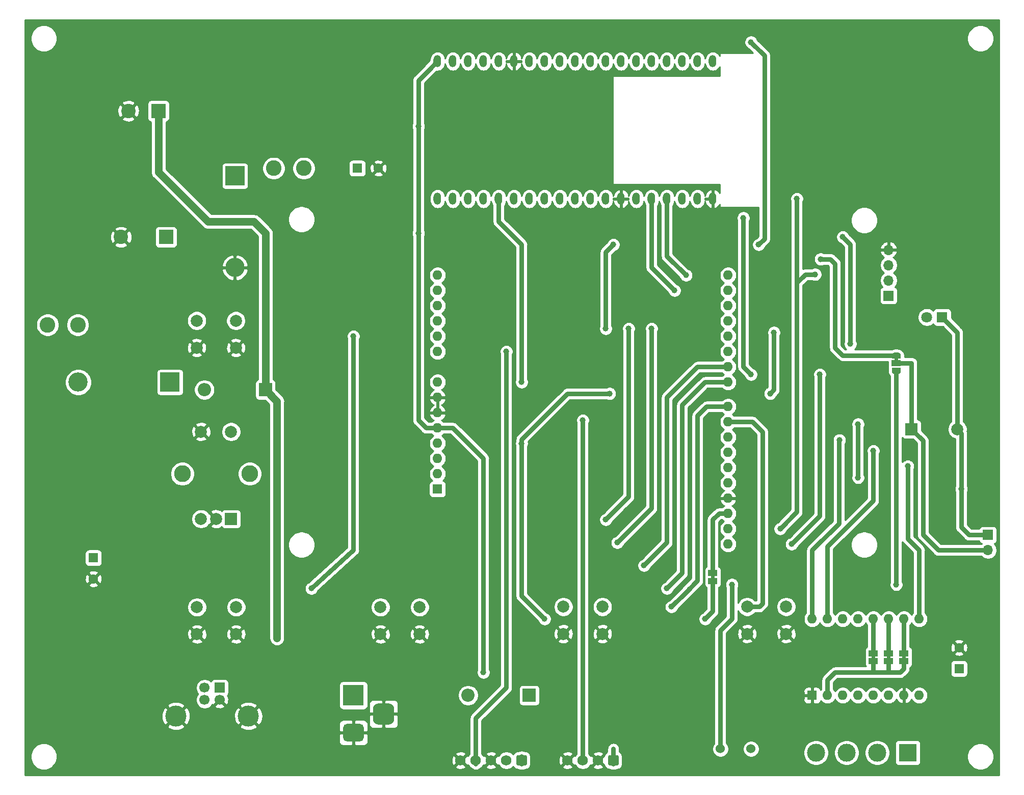
<source format=gbr>
%TF.GenerationSoftware,KiCad,Pcbnew,5.1.6-c6e7f7d~86~ubuntu18.04.1*%
%TF.CreationDate,2020-06-01T12:36:53+02:00*%
%TF.ProjectId,UPC-EURS,5550432d-4555-4525-932e-6b696361645f,rev?*%
%TF.SameCoordinates,Original*%
%TF.FileFunction,Copper,L2,Bot*%
%TF.FilePolarity,Positive*%
%FSLAX46Y46*%
G04 Gerber Fmt 4.6, Leading zero omitted, Abs format (unit mm)*
G04 Created by KiCad (PCBNEW 5.1.6-c6e7f7d~86~ubuntu18.04.1) date 2020-06-01 12:36:53*
%MOMM*%
%LPD*%
G01*
G04 APERTURE LIST*
%TA.AperFunction,EtchedComponent*%
%ADD10C,0.100000*%
%TD*%
%TA.AperFunction,SMDPad,CuDef*%
%ADD11C,0.100000*%
%TD*%
%TA.AperFunction,SMDPad,CuDef*%
%ADD12R,1.500000X1.000000*%
%TD*%
%TA.AperFunction,ComponentPad*%
%ADD13O,1.600000X1.600000*%
%TD*%
%TA.AperFunction,ComponentPad*%
%ADD14R,1.600000X1.600000*%
%TD*%
%TA.AperFunction,ComponentPad*%
%ADD15R,2.000000X2.000000*%
%TD*%
%TA.AperFunction,ComponentPad*%
%ADD16C,2.000000*%
%TD*%
%TA.AperFunction,ComponentPad*%
%ADD17C,1.600000*%
%TD*%
%TA.AperFunction,ComponentPad*%
%ADD18R,2.400000X2.400000*%
%TD*%
%TA.AperFunction,ComponentPad*%
%ADD19C,2.400000*%
%TD*%
%TA.AperFunction,ComponentPad*%
%ADD20R,2.200000X2.200000*%
%TD*%
%TA.AperFunction,ComponentPad*%
%ADD21O,2.200000X2.200000*%
%TD*%
%TA.AperFunction,ComponentPad*%
%ADD22R,3.200000X3.200000*%
%TD*%
%TA.AperFunction,ComponentPad*%
%ADD23O,3.200000X3.200000*%
%TD*%
%TA.AperFunction,ComponentPad*%
%ADD24R,1.800000X1.800000*%
%TD*%
%TA.AperFunction,ComponentPad*%
%ADD25C,1.800000*%
%TD*%
%TA.AperFunction,ComponentPad*%
%ADD26C,1.524000*%
%TD*%
%TA.AperFunction,ComponentPad*%
%ADD27R,1.700000X1.700000*%
%TD*%
%TA.AperFunction,ComponentPad*%
%ADD28C,1.700000*%
%TD*%
%TA.AperFunction,ComponentPad*%
%ADD29C,3.500000*%
%TD*%
%TA.AperFunction,ComponentPad*%
%ADD30C,1.740000*%
%TD*%
%TA.AperFunction,ComponentPad*%
%ADD31C,3.000000*%
%TD*%
%TA.AperFunction,ComponentPad*%
%ADD32R,3.000000X3.000000*%
%TD*%
%TA.AperFunction,ComponentPad*%
%ADD33C,2.600000*%
%TD*%
%TA.AperFunction,ComponentPad*%
%ADD34C,2.800000*%
%TD*%
%TA.AperFunction,ComponentPad*%
%ADD35O,1.270000X2.000000*%
%TD*%
%TA.AperFunction,ComponentPad*%
%ADD36R,3.500000X3.500000*%
%TD*%
%TA.AperFunction,ComponentPad*%
%ADD37O,1.700000X1.700000*%
%TD*%
%TA.AperFunction,ViaPad*%
%ADD38C,1.000000*%
%TD*%
%TA.AperFunction,Conductor*%
%ADD39C,0.762000*%
%TD*%
%TA.AperFunction,Conductor*%
%ADD40C,1.270000*%
%TD*%
%TA.AperFunction,Conductor*%
%ADD41C,0.254000*%
%TD*%
G04 APERTURE END LIST*
D10*
%TO.C,JP5*%
G36*
X201630000Y-83585000D02*
G01*
X201630000Y-84085000D01*
X202230000Y-84085000D01*
X202230000Y-83585000D01*
X201630000Y-83585000D01*
G37*
%TO.C,JP1*%
G36*
X171150000Y-119780000D02*
G01*
X171150000Y-120280000D01*
X171750000Y-120280000D01*
X171750000Y-119780000D01*
X171150000Y-119780000D01*
G37*
%TO.C,JP2*%
G36*
X203500000Y-133600000D02*
G01*
X203500000Y-133100000D01*
X202900000Y-133100000D01*
X202900000Y-133600000D01*
X203500000Y-133600000D01*
G37*
%TO.C,JP3*%
G36*
X200960000Y-133615000D02*
G01*
X200960000Y-133115000D01*
X200360000Y-133115000D01*
X200360000Y-133615000D01*
X200960000Y-133615000D01*
G37*
%TO.C,JP4*%
G36*
X198420000Y-133600000D02*
G01*
X198420000Y-133100000D01*
X197820000Y-133100000D01*
X197820000Y-133600000D01*
X198420000Y-133600000D01*
G37*
%TD*%
%TA.AperFunction,SMDPad,CuDef*%
D11*
%TO.P,JP5,1*%
%TO.N,+5VD*%
G36*
X201180000Y-83735000D02*
G01*
X201180000Y-83185000D01*
X201180602Y-83185000D01*
X201180602Y-83160466D01*
X201185412Y-83111635D01*
X201194984Y-83063510D01*
X201209228Y-83016555D01*
X201228005Y-82971222D01*
X201251136Y-82927949D01*
X201278396Y-82887150D01*
X201309524Y-82849221D01*
X201344221Y-82814524D01*
X201382150Y-82783396D01*
X201422949Y-82756136D01*
X201466222Y-82733005D01*
X201511555Y-82714228D01*
X201558510Y-82699984D01*
X201606635Y-82690412D01*
X201655466Y-82685602D01*
X201680000Y-82685602D01*
X201680000Y-82685000D01*
X202180000Y-82685000D01*
X202180000Y-82685602D01*
X202204534Y-82685602D01*
X202253365Y-82690412D01*
X202301490Y-82699984D01*
X202348445Y-82714228D01*
X202393778Y-82733005D01*
X202437051Y-82756136D01*
X202477850Y-82783396D01*
X202515779Y-82814524D01*
X202550476Y-82849221D01*
X202581604Y-82887150D01*
X202608864Y-82927949D01*
X202631995Y-82971222D01*
X202650772Y-83016555D01*
X202665016Y-83063510D01*
X202674588Y-83111635D01*
X202679398Y-83160466D01*
X202679398Y-83185000D01*
X202680000Y-83185000D01*
X202680000Y-83735000D01*
X201180000Y-83735000D01*
G37*
%TD.AperFunction*%
D12*
%TO.P,JP5,2*%
%TO.N,Net-(BZ1-Pad1)*%
X201930000Y-84485000D03*
%TA.AperFunction,SMDPad,CuDef*%
D11*
%TO.P,JP5,3*%
%TO.N,+12P*%
G36*
X202679398Y-85785000D02*
G01*
X202679398Y-85809534D01*
X202674588Y-85858365D01*
X202665016Y-85906490D01*
X202650772Y-85953445D01*
X202631995Y-85998778D01*
X202608864Y-86042051D01*
X202581604Y-86082850D01*
X202550476Y-86120779D01*
X202515779Y-86155476D01*
X202477850Y-86186604D01*
X202437051Y-86213864D01*
X202393778Y-86236995D01*
X202348445Y-86255772D01*
X202301490Y-86270016D01*
X202253365Y-86279588D01*
X202204534Y-86284398D01*
X202180000Y-86284398D01*
X202180000Y-86285000D01*
X201680000Y-86285000D01*
X201680000Y-86284398D01*
X201655466Y-86284398D01*
X201606635Y-86279588D01*
X201558510Y-86270016D01*
X201511555Y-86255772D01*
X201466222Y-86236995D01*
X201422949Y-86213864D01*
X201382150Y-86186604D01*
X201344221Y-86155476D01*
X201309524Y-86120779D01*
X201278396Y-86082850D01*
X201251136Y-86042051D01*
X201228005Y-85998778D01*
X201209228Y-85953445D01*
X201194984Y-85906490D01*
X201185412Y-85858365D01*
X201180602Y-85809534D01*
X201180602Y-85785000D01*
X201180000Y-85785000D01*
X201180000Y-85235000D01*
X202680000Y-85235000D01*
X202680000Y-85785000D01*
X202679398Y-85785000D01*
G37*
%TD.AperFunction*%
%TD*%
D13*
%TO.P,A1,32*%
%TO.N,SCL*%
X173990000Y-114550000D03*
%TO.P,A1,31*%
%TO.N,SDA*%
X173990000Y-112010000D03*
D14*
%TO.P,A1,1*%
%TO.N,Net-(A1-Pad1)*%
X125730000Y-105410000D03*
D13*
%TO.P,A1,17*%
%TO.N,ENC_A*%
X173990000Y-74930000D03*
%TO.P,A1,2*%
%TO.N,Net-(A1-Pad2)*%
X125730000Y-102870000D03*
%TO.P,A1,18*%
%TO.N,ENC_B*%
X173990000Y-77470000D03*
%TO.P,A1,3*%
%TO.N,Net-(A1-Pad3)*%
X125730000Y-100330000D03*
%TO.P,A1,19*%
%TO.N,BTN_ENC*%
X173990000Y-80010000D03*
%TO.P,A1,4*%
%TO.N,+3.3V*%
X125730000Y-97790000D03*
%TO.P,A1,20*%
%TO.N,HOME*%
X173990000Y-82550000D03*
%TO.P,A1,5*%
%TO.N,+5VD*%
X125730000Y-95250000D03*
%TO.P,A1,21*%
%TO.N,BTN_4*%
X173990000Y-85090000D03*
%TO.P,A1,6*%
%TO.N,GND*%
X125730000Y-92710000D03*
%TO.P,A1,22*%
%TO.N,BTN_3*%
X173990000Y-87630000D03*
%TO.P,A1,7*%
%TO.N,GND*%
X125730000Y-90170000D03*
%TO.P,A1,23*%
%TO.N,BTN_2*%
X173990000Y-91690000D03*
%TO.P,A1,8*%
%TO.N,Net-(A1-Pad8)*%
X125730000Y-87630000D03*
%TO.P,A1,24*%
%TO.N,BTN_1*%
X173990000Y-94230000D03*
%TO.P,A1,9*%
%TO.N,Net-(A1-Pad9)*%
X125730000Y-82550000D03*
%TO.P,A1,25*%
%TO.N,DIR*%
X173990000Y-96770000D03*
%TO.P,A1,10*%
%TO.N,V_MON*%
X125730000Y-80010000D03*
%TO.P,A1,26*%
%TO.N,STEP*%
X173990000Y-99310000D03*
%TO.P,A1,11*%
%TO.N,Net-(A1-Pad11)*%
X125730000Y-77470000D03*
%TO.P,A1,27*%
%TO.N,EN*%
X173990000Y-101850000D03*
%TO.P,A1,12*%
%TO.N,CYCLE_ON*%
X125730000Y-74930000D03*
%TO.P,A1,28*%
%TO.N,WARNING*%
X173990000Y-104390000D03*
%TO.P,A1,13*%
%TO.N,Net-(A1-Pad13)*%
X125730000Y-72390000D03*
%TO.P,A1,29*%
%TO.N,GND*%
X173990000Y-106930000D03*
%TO.P,A1,14*%
%TO.N,Net-(A1-Pad14)*%
X125730000Y-69850000D03*
%TO.P,A1,30*%
%TO.N,Net-(A1-Pad30)*%
X173990000Y-109470000D03*
%TO.P,A1,15*%
%TO.N,RXD*%
X173990000Y-69850000D03*
%TO.P,A1,16*%
%TO.N,TXD*%
X173990000Y-72390000D03*
%TD*%
D14*
%TO.P,A2,1*%
%TO.N,GND*%
X187960000Y-139700000D03*
D13*
%TO.P,A2,9*%
%TO.N,EN*%
X205740000Y-127000000D03*
%TO.P,A2,2*%
%TO.N,+5VD*%
X190500000Y-139700000D03*
%TO.P,A2,10*%
%TO.N,Net-(A2-Pad10)*%
X203200000Y-127000000D03*
%TO.P,A2,3*%
%TO.N,Net-(A2-Pad3)*%
X193040000Y-139700000D03*
%TO.P,A2,11*%
%TO.N,Net-(A2-Pad11)*%
X200660000Y-127000000D03*
%TO.P,A2,4*%
%TO.N,Net-(A2-Pad4)*%
X195580000Y-139700000D03*
%TO.P,A2,12*%
%TO.N,Net-(A2-Pad12)*%
X198120000Y-127000000D03*
%TO.P,A2,5*%
%TO.N,Net-(A2-Pad5)*%
X198120000Y-139700000D03*
%TO.P,A2,13*%
%TO.N,Net-(A2-Pad13)*%
X195580000Y-127000000D03*
%TO.P,A2,6*%
%TO.N,Net-(A2-Pad6)*%
X200660000Y-139700000D03*
%TO.P,A2,14*%
%TO.N,Net-(A2-Pad13)*%
X193040000Y-127000000D03*
%TO.P,A2,7*%
%TO.N,GND*%
X203200000Y-139700000D03*
%TO.P,A2,15*%
%TO.N,STEP*%
X190500000Y-127000000D03*
%TO.P,A2,8*%
%TO.N,+12V*%
X205740000Y-139700000D03*
%TO.P,A2,16*%
%TO.N,DIR*%
X187960000Y-127000000D03*
%TD*%
D15*
%TO.P,BZ1,1*%
%TO.N,Net-(BZ1-Pad1)*%
X204470000Y-95455001D03*
D16*
%TO.P,BZ1,2*%
%TO.N,Net-(BZ1-Pad2)*%
X212070000Y-95455001D03*
%TD*%
D14*
%TO.P,C1,1*%
%TO.N,V_BAT*%
X68580000Y-116840000D03*
D17*
%TO.P,C1,2*%
%TO.N,GND*%
X68580000Y-120340000D03*
%TD*%
D18*
%TO.P,C2,1*%
%TO.N,+12C*%
X80645000Y-63500000D03*
D19*
%TO.P,C2,2*%
%TO.N,GND*%
X73145000Y-63500000D03*
%TD*%
D17*
%TO.P,C5,2*%
%TO.N,GND*%
X212359699Y-131755000D03*
D14*
%TO.P,C5,1*%
%TO.N,+12V*%
X212359699Y-135255000D03*
%TD*%
D20*
%TO.P,D1,1*%
%TO.N,+12P*%
X97155000Y-88900000D03*
D21*
%TO.P,D1,2*%
%TO.N,+12C*%
X86995000Y-88900000D03*
%TD*%
%TO.P,D2,2*%
%TO.N,Net-(D2-Pad2)*%
X130810000Y-139700000D03*
D20*
%TO.P,D2,1*%
%TO.N,+12P*%
X140970000Y-139700000D03*
%TD*%
D22*
%TO.P,D3,1*%
%TO.N,+12C*%
X81280000Y-87630000D03*
D23*
%TO.P,D3,2*%
%TO.N,Net-(D3-Pad2)*%
X66040000Y-87630000D03*
%TD*%
D24*
%TO.P,D4,1*%
%TO.N,Net-(BZ1-Pad2)*%
X209550000Y-76835000D03*
D25*
%TO.P,D4,2*%
%TO.N,Net-(D4-Pad2)*%
X207010000Y-76835000D03*
%TD*%
D26*
%TO.P,F1,1*%
%TO.N,+12V*%
X177800000Y-148590000D03*
%TO.P,F1,2*%
%TO.N,+12P*%
X172720000Y-148590000D03*
%TD*%
D27*
%TO.P,J2,1*%
%TO.N,V_BAT*%
X89535000Y-138430000D03*
D28*
%TO.P,J2,2*%
%TO.N,Net-(J2-Pad2)*%
X87035000Y-138430000D03*
%TO.P,J2,3*%
%TO.N,Net-(J2-Pad3)*%
X87035000Y-140430000D03*
%TO.P,J2,4*%
%TO.N,GND*%
X89535000Y-140430000D03*
D29*
%TO.P,J2,5*%
X94305000Y-143140000D03*
X82265000Y-143140000D03*
%TD*%
%TO.P,J3,1*%
%TO.N,+5VD*%
%TA.AperFunction,ComponentPad*%
G36*
G01*
X140570000Y-149874999D02*
X140570000Y-151115001D01*
G75*
G02*
X140320001Y-151365000I-249999J0D01*
G01*
X139079999Y-151365000D01*
G75*
G02*
X138830000Y-151115001I0J249999D01*
G01*
X138830000Y-149874999D01*
G75*
G02*
X139079999Y-149625000I249999J0D01*
G01*
X140320001Y-149625000D01*
G75*
G02*
X140570000Y-149874999I0J-249999D01*
G01*
G37*
%TD.AperFunction*%
D30*
%TO.P,J3,2*%
%TO.N,Net-(J3-Pad2)*%
X137160000Y-150495000D03*
%TO.P,J3,3*%
%TO.N,GND*%
X134620000Y-150495000D03*
%TO.P,J3,4*%
%TO.N,PRESSURE*%
X132080000Y-150495000D03*
%TO.P,J3,5*%
%TO.N,GND*%
X129540000Y-150495000D03*
%TD*%
D31*
%TO.P,J4,2*%
%TO.N,Net-(A2-Pad5)*%
X198755000Y-149225000D03*
%TO.P,J4,3*%
%TO.N,Net-(A2-Pad4)*%
X193675000Y-149225000D03*
D32*
%TO.P,J4,1*%
%TO.N,Net-(A2-Pad6)*%
X203835000Y-149225000D03*
D31*
%TO.P,J4,4*%
%TO.N,Net-(A2-Pad3)*%
X188595000Y-149225000D03*
%TD*%
%TO.P,J5,1*%
%TO.N,+5VD*%
%TA.AperFunction,ComponentPad*%
G36*
G01*
X155810000Y-149874999D02*
X155810000Y-151115001D01*
G75*
G02*
X155560001Y-151365000I-249999J0D01*
G01*
X154319999Y-151365000D01*
G75*
G02*
X154070000Y-151115001I0J249999D01*
G01*
X154070000Y-149874999D01*
G75*
G02*
X154319999Y-149625000I249999J0D01*
G01*
X155560001Y-149625000D01*
G75*
G02*
X155810000Y-149874999I0J-249999D01*
G01*
G37*
%TD.AperFunction*%
D30*
%TO.P,J5,2*%
%TO.N,GND*%
X152400000Y-150495000D03*
%TO.P,J5,3*%
%TO.N,HOME*%
X149860000Y-150495000D03*
%TO.P,J5,4*%
%TO.N,GND*%
X147320000Y-150495000D03*
%TD*%
D12*
%TO.P,JP1,1*%
%TO.N,Net-(A1-Pad30)*%
X171450000Y-119380000D03*
%TO.P,JP1,2*%
%TO.N,+3.3V*%
X171450000Y-120680000D03*
%TD*%
%TO.P,JP2,2*%
%TO.N,Net-(A2-Pad10)*%
X203200000Y-132700000D03*
%TO.P,JP2,1*%
%TO.N,+5VD*%
X203200000Y-134000000D03*
%TD*%
%TO.P,JP3,2*%
%TO.N,Net-(A2-Pad11)*%
X200660000Y-132715000D03*
%TO.P,JP3,1*%
%TO.N,+5VD*%
X200660000Y-134015000D03*
%TD*%
%TO.P,JP4,1*%
%TO.N,+5VD*%
X198120000Y-134000000D03*
%TO.P,JP4,2*%
%TO.N,Net-(A2-Pad12)*%
X198120000Y-132700000D03*
%TD*%
D33*
%TO.P,L1,1*%
%TO.N,V_BAT*%
X60960000Y-78105000D03*
%TO.P,L1,2*%
%TO.N,Net-(D3-Pad2)*%
X65960000Y-78105000D03*
%TD*%
D16*
%TO.P,SW1,1*%
%TO.N,BTN_1*%
X177142000Y-124968000D03*
%TO.P,SW1,2*%
%TO.N,GND*%
X177142000Y-129468000D03*
%TO.P,SW1,1*%
%TO.N,BTN_1*%
X183642000Y-124968000D03*
%TO.P,SW1,2*%
%TO.N,GND*%
X183642000Y-129468000D03*
%TD*%
%TO.P,SW2,2*%
%TO.N,GND*%
X153121500Y-129476500D03*
%TO.P,SW2,1*%
%TO.N,BTN_2*%
X153121500Y-124976500D03*
%TO.P,SW2,2*%
%TO.N,GND*%
X146621500Y-129476500D03*
%TO.P,SW2,1*%
%TO.N,BTN_2*%
X146621500Y-124976500D03*
%TD*%
%TO.P,SW3,1*%
%TO.N,BTN_3*%
X116245500Y-125031500D03*
%TO.P,SW3,2*%
%TO.N,GND*%
X116245500Y-129531500D03*
%TO.P,SW3,1*%
%TO.N,BTN_3*%
X122745500Y-125031500D03*
%TO.P,SW3,2*%
%TO.N,GND*%
X122745500Y-129531500D03*
%TD*%
%TO.P,SW4,S2*%
%TO.N,GND*%
X86440000Y-95863000D03*
%TO.P,SW4,S1*%
%TO.N,BTN_ENC*%
X91440000Y-95863000D03*
D34*
%TO.P,SW4,MP*%
%TO.N,N/C*%
X83340000Y-102863000D03*
X94540000Y-102863000D03*
D16*
%TO.P,SW4,B*%
%TO.N,ENC_B*%
X86440000Y-110363000D03*
%TO.P,SW4,C*%
%TO.N,GND*%
X88940000Y-110363000D03*
D15*
%TO.P,SW4,A*%
%TO.N,ENC_A*%
X91440000Y-110363000D03*
%TD*%
D16*
%TO.P,SW5,2*%
%TO.N,GND*%
X92225000Y-81906500D03*
%TO.P,SW5,1*%
%TO.N,CYCLE_ON*%
X92225000Y-77406500D03*
%TO.P,SW5,2*%
%TO.N,GND*%
X85725000Y-81906500D03*
%TO.P,SW5,1*%
%TO.N,CYCLE_ON*%
X85725000Y-77406500D03*
%TD*%
%TO.P,SW6,2*%
%TO.N,GND*%
X92265500Y-129531500D03*
%TO.P,SW6,1*%
%TO.N,BTN_4*%
X92265500Y-125031500D03*
%TO.P,SW6,2*%
%TO.N,GND*%
X85765500Y-129531500D03*
%TO.P,SW6,1*%
%TO.N,BTN_4*%
X85765500Y-125031500D03*
%TD*%
D35*
%TO.P,U3,38*%
%TO.N,GND*%
X171450000Y-57150000D03*
%TO.P,U3,1*%
%TO.N,Net-(U3-Pad1)*%
X171450000Y-34290000D03*
%TO.P,U3,37*%
%TO.N,Net-(U3-Pad37)*%
X168910000Y-57150000D03*
%TO.P,U3,2*%
%TO.N,Net-(U3-Pad2)*%
X168910000Y-34290000D03*
%TO.P,U3,36*%
%TO.N,SCL*%
X166370000Y-57150000D03*
%TO.P,U3,3*%
%TO.N,Net-(R4-Pad1)*%
X166370000Y-34290000D03*
%TO.P,U3,35*%
%TO.N,Net-(R22-Pad2)*%
X163830000Y-57150000D03*
%TO.P,U3,4*%
%TO.N,Net-(U3-Pad4)*%
X163830000Y-34290000D03*
%TO.P,U3,34*%
%TO.N,Net-(R21-Pad2)*%
X161290000Y-57150000D03*
%TO.P,U3,5*%
%TO.N,Net-(U3-Pad5)*%
X161290000Y-34290000D03*
%TO.P,U3,33*%
%TO.N,SDA*%
X158750000Y-57150000D03*
%TO.P,U3,6*%
%TO.N,Net-(U3-Pad6)*%
X158750000Y-34290000D03*
%TO.P,U3,32*%
%TO.N,GND*%
X156210000Y-57150000D03*
%TO.P,U3,7*%
%TO.N,Net-(U3-Pad7)*%
X156210000Y-34290000D03*
%TO.P,U3,31*%
%TO.N,Net-(U3-Pad31)*%
X153670000Y-57150000D03*
%TO.P,U3,8*%
%TO.N,Net-(U3-Pad8)*%
X153670000Y-34290000D03*
%TO.P,U3,30*%
%TO.N,Net-(U3-Pad30)*%
X151130000Y-57150000D03*
%TO.P,U3,9*%
%TO.N,Net-(U3-Pad9)*%
X151130000Y-34290000D03*
%TO.P,U3,29*%
%TO.N,Net-(U3-Pad29)*%
X148590000Y-57150000D03*
%TO.P,U3,10*%
%TO.N,Net-(U3-Pad10)*%
X148590000Y-34290000D03*
%TO.P,U3,28*%
%TO.N,Net-(U3-Pad28)*%
X146050000Y-57150000D03*
%TO.P,U3,11*%
%TO.N,Net-(U3-Pad11)*%
X146050000Y-34290000D03*
%TO.P,U3,27*%
%TO.N,Net-(U3-Pad27)*%
X143510000Y-57150000D03*
%TO.P,U3,12*%
%TO.N,Net-(U3-Pad12)*%
X143510000Y-34290000D03*
%TO.P,U3,26*%
%TO.N,Net-(R7-Pad2)*%
X140970000Y-57150000D03*
%TO.P,U3,13*%
%TO.N,Net-(U3-Pad13)*%
X140970000Y-34290000D03*
%TO.P,U3,25*%
%TO.N,Net-(U3-Pad25)*%
X138430000Y-57150000D03*
%TO.P,U3,14*%
%TO.N,GND*%
X138430000Y-34290000D03*
%TO.P,U3,24*%
%TO.N,Net-(R20-Pad2)*%
X135890000Y-57150000D03*
%TO.P,U3,15*%
%TO.N,Net-(U3-Pad15)*%
X135890000Y-34290000D03*
%TO.P,U3,23*%
%TO.N,Net-(U3-Pad23)*%
X133350000Y-57150000D03*
%TO.P,U3,16*%
%TO.N,Net-(U3-Pad16)*%
X133350000Y-34290000D03*
%TO.P,U3,22*%
%TO.N,Net-(U3-Pad22)*%
X130810000Y-57150000D03*
%TO.P,U3,17*%
%TO.N,Net-(U3-Pad17)*%
X130810000Y-34290000D03*
%TO.P,U3,21*%
%TO.N,Net-(U3-Pad21)*%
X128270000Y-57150000D03*
%TO.P,U3,18*%
%TO.N,Net-(U3-Pad18)*%
X128270000Y-34290000D03*
%TO.P,U3,20*%
%TO.N,Net-(U3-Pad20)*%
X125730000Y-57150000D03*
%TO.P,U3,19*%
%TO.N,+5VD*%
X125730000Y-34290000D03*
%TD*%
D36*
%TO.P,J1,1*%
%TO.N,Net-(D2-Pad2)*%
X111760000Y-139700000D03*
%TO.P,J1,2*%
%TO.N,GND*%
%TA.AperFunction,ComponentPad*%
G36*
G01*
X112760000Y-147400000D02*
X110760000Y-147400000D01*
G75*
G02*
X110010000Y-146650000I0J750000D01*
G01*
X110010000Y-145150000D01*
G75*
G02*
X110760000Y-144400000I750000J0D01*
G01*
X112760000Y-144400000D01*
G75*
G02*
X113510000Y-145150000I0J-750000D01*
G01*
X113510000Y-146650000D01*
G75*
G02*
X112760000Y-147400000I-750000J0D01*
G01*
G37*
%TD.AperFunction*%
%TO.P,J1,3*%
%TA.AperFunction,ComponentPad*%
G36*
G01*
X117635000Y-144550000D02*
X115885000Y-144550000D01*
G75*
G02*
X115010000Y-143675000I0J875000D01*
G01*
X115010000Y-141925000D01*
G75*
G02*
X115885000Y-141050000I875000J0D01*
G01*
X117635000Y-141050000D01*
G75*
G02*
X118510000Y-141925000I0J-875000D01*
G01*
X118510000Y-143675000D01*
G75*
G02*
X117635000Y-144550000I-875000J0D01*
G01*
G37*
%TD.AperFunction*%
%TD*%
D27*
%TO.P,J6,1*%
%TO.N,Net-(BZ1-Pad2)*%
X217170000Y-113030000D03*
D37*
%TO.P,J6,2*%
%TO.N,Net-(BZ1-Pad1)*%
X217170000Y-115570000D03*
%TD*%
D27*
%TO.P,DS1,1*%
%TO.N,SCL*%
X200660000Y-73250000D03*
D37*
%TO.P,DS1,2*%
%TO.N,SDA*%
X200660000Y-70710000D03*
%TO.P,DS1,3*%
%TO.N,+5VD*%
X200660000Y-68170000D03*
%TO.P,DS1,4*%
%TO.N,GND*%
X200660000Y-65630000D03*
%TD*%
D18*
%TO.P,C10,1*%
%TO.N,+12P*%
X79375000Y-42545000D03*
D19*
%TO.P,C10,2*%
%TO.N,GND*%
X74375000Y-42545000D03*
%TD*%
D14*
%TO.P,C11,1*%
%TO.N,+5VD*%
X112395000Y-52070000D03*
D17*
%TO.P,C11,2*%
%TO.N,GND*%
X115895000Y-52070000D03*
%TD*%
D22*
%TO.P,D5,1*%
%TO.N,Net-(D5-Pad1)*%
X92075000Y-53340000D03*
D23*
%TO.P,D5,2*%
%TO.N,GND*%
X92075000Y-68580000D03*
%TD*%
D33*
%TO.P,L2,1*%
%TO.N,Net-(D5-Pad1)*%
X98505000Y-52070000D03*
%TO.P,L2,2*%
%TO.N,+5VD*%
X103505000Y-52070000D03*
%TD*%
D38*
%TO.N,SCL*%
X184535000Y-114550000D03*
X176530000Y-60325000D03*
X176530000Y-60325000D03*
X177800000Y-86360000D03*
X189230000Y-86360000D03*
%TO.N,SDA*%
X182630000Y-112010000D03*
X185420000Y-57150000D03*
X188455000Y-69710000D03*
%TO.N,ENC_A*%
X157480000Y-78740000D03*
X153670000Y-110490000D03*
%TO.N,ENC_B*%
X161290000Y-78740000D03*
X155575000Y-114300000D03*
%TO.N,+3.3V*%
X143510000Y-127000000D03*
X170180000Y-127000000D03*
X154305000Y-89535000D03*
X180975000Y-89535000D03*
X181610000Y-79375000D03*
X139700000Y-97800000D03*
%TO.N,BTN_2*%
X164583500Y-124976500D03*
%TO.N,GND*%
X198120000Y-123190000D03*
X165735000Y-85725000D03*
X196215000Y-73025000D03*
X77470000Y-110490000D03*
X91186000Y-29464000D03*
%TO.N,BTN_3*%
X163830000Y-121920000D03*
%TO.N,BTN_4*%
X160020000Y-118110000D03*
%TO.N,+12P*%
X99060000Y-130175000D03*
X174625000Y-121285000D03*
X201930000Y-121285000D03*
%TO.N,HOME*%
X149860000Y-93980000D03*
%TO.N,DIR*%
X192500000Y-97250000D03*
%TO.N,STEP*%
X198120000Y-99060000D03*
%TO.N,EN*%
X203835000Y-101600000D03*
%TO.N,WARNING*%
X195580000Y-103505000D03*
X195580000Y-94615000D03*
%TO.N,V_BAT*%
X111760000Y-80010000D03*
X104775000Y-121920000D03*
%TO.N,+5VD*%
X189360000Y-67170000D03*
X133350000Y-135890000D03*
X122555000Y-45085000D03*
X122555000Y-62865000D03*
%TO.N,PRESSURE*%
X137160000Y-82550000D03*
%TO.N,Net-(R4-Pad1)*%
X153670000Y-78740000D03*
X154940000Y-64770000D03*
X179070000Y-64770000D03*
X177800000Y-31115000D03*
%TO.N,Net-(R7-Pad2)*%
X193040000Y-63500000D03*
X194310000Y-81280000D03*
%TO.N,Net-(BZ1-Pad2)*%
X212725000Y-105410000D03*
%TO.N,Net-(R20-Pad2)*%
X139700000Y-87630000D03*
%TO.N,Net-(R21-Pad2)*%
X165100000Y-72390000D03*
%TO.N,Net-(R22-Pad2)*%
X167005000Y-69850000D03*
%TD*%
D39*
%TO.N,SCL*%
X184535000Y-114550000D02*
X189230000Y-109855000D01*
X176530000Y-60325000D02*
X176530000Y-85090000D01*
X176530000Y-85090000D02*
X177800000Y-86360000D01*
X189230000Y-109855000D02*
X189230000Y-86360000D01*
%TO.N,SDA*%
X186830000Y-69710000D02*
X185420000Y-71120000D01*
X185420000Y-71120000D02*
X185420000Y-109220000D01*
X185420000Y-109220000D02*
X182630000Y-112010000D01*
X185420000Y-71120000D02*
X185420000Y-57150000D01*
X186830000Y-69710000D02*
X188455000Y-69710000D01*
%TO.N,ENC_A*%
X157480000Y-78740000D02*
X157480000Y-106680000D01*
X157480000Y-106680000D02*
X156210000Y-107950000D01*
X156210000Y-107950000D02*
X153670000Y-110490000D01*
%TO.N,ENC_B*%
X155575000Y-114300000D02*
X155575000Y-114300000D01*
X155575000Y-114300000D02*
X161290000Y-108585000D01*
X161290000Y-78740000D02*
X161290000Y-108585000D01*
%TO.N,+3.3V*%
X139700000Y-99060000D02*
X139700000Y-123190000D01*
X139700000Y-123190000D02*
X143510000Y-127000000D01*
X171450000Y-120680000D02*
X171450000Y-125730000D01*
X171450000Y-125730000D02*
X170180000Y-127000000D01*
X147320000Y-89535000D02*
X154305000Y-89535000D01*
X139700000Y-97155000D02*
X147320000Y-89535000D01*
X181610000Y-88900000D02*
X180975000Y-89535000D01*
X181610000Y-79375000D02*
X181610000Y-88900000D01*
X139700000Y-99060000D02*
X139700000Y-97800000D01*
X139700000Y-97800000D02*
X139700000Y-97155000D01*
%TO.N,BTN_1*%
X179197000Y-124968000D02*
X177142000Y-124968000D01*
X179705000Y-124460000D02*
X179197000Y-124968000D01*
X173990000Y-94230000D02*
X178050000Y-94230000D01*
X178050000Y-94230000D02*
X179705000Y-95885000D01*
X179705000Y-95885000D02*
X179705000Y-124460000D01*
%TO.N,BTN_2*%
X173990000Y-91690000D02*
X170430000Y-91690000D01*
X170430000Y-91690000D02*
X168910000Y-93210000D01*
X168910000Y-93210000D02*
X168910000Y-120650000D01*
X168910000Y-120650000D02*
X167005000Y-122555000D01*
X167640000Y-121920000D02*
X167005000Y-122555000D01*
X167005000Y-122555000D02*
X164583500Y-124976500D01*
%TO.N,BTN_3*%
X173990000Y-87630000D02*
X170180000Y-87630000D01*
X166370000Y-119380000D02*
X163830000Y-121920000D01*
X166370000Y-91440000D02*
X166370000Y-119380000D01*
X170180000Y-87630000D02*
X166370000Y-91440000D01*
%TO.N,BTN_4*%
X173990000Y-85090000D02*
X170180000Y-85090000D01*
X170180000Y-85090000D02*
X168910000Y-85090000D01*
X168910000Y-85090000D02*
X163830000Y-90170000D01*
X160020000Y-118110000D02*
X163830000Y-114300000D01*
X163830000Y-90170000D02*
X163830000Y-114300000D01*
D40*
%TO.N,+12P*%
X97155000Y-62865000D02*
X97155000Y-88900000D01*
X95250000Y-60960000D02*
X97155000Y-62865000D01*
X87630000Y-60960000D02*
X95250000Y-60960000D01*
X79375000Y-42545000D02*
X79375000Y-52705000D01*
X79375000Y-52705000D02*
X87630000Y-60960000D01*
X97155000Y-88900000D02*
X99060000Y-90805000D01*
X99060000Y-90805000D02*
X99060000Y-122555000D01*
X99060000Y-122555000D02*
X99060000Y-130175000D01*
D39*
X172720000Y-148590000D02*
X172720000Y-128905000D01*
X172720000Y-128905000D02*
X174625000Y-127000000D01*
X174625000Y-127000000D02*
X174625000Y-121285000D01*
X201930000Y-121285000D02*
X201930000Y-85785000D01*
%TO.N,HOME*%
X149860000Y-150495000D02*
X149860000Y-137795000D01*
X149860000Y-138430000D02*
X149860000Y-137795000D01*
X149860000Y-137795000D02*
X149860000Y-93980000D01*
%TO.N,DIR*%
X187960000Y-127000000D02*
X187960000Y-115570000D01*
X192405000Y-111125000D02*
X192405000Y-97155000D01*
X187960000Y-115570000D02*
X192405000Y-111125000D01*
%TO.N,STEP*%
X190500000Y-114935000D02*
X190500000Y-127000000D01*
X198120000Y-99060000D02*
X198120000Y-107315000D01*
X198120000Y-107315000D02*
X190500000Y-114935000D01*
%TO.N,EN*%
X205740000Y-127000000D02*
X205740000Y-125730000D01*
X205740000Y-115570000D02*
X203835000Y-113665000D01*
X205740000Y-127000000D02*
X205740000Y-115570000D01*
X203835000Y-113665000D02*
X203835000Y-101600000D01*
%TO.N,WARNING*%
X195580000Y-103505000D02*
X195580000Y-94615000D01*
%TO.N,Net-(A1-Pad30)*%
X173990000Y-109470000D02*
X172470000Y-109470000D01*
X172470000Y-109470000D02*
X171450000Y-110490000D01*
X171450000Y-110490000D02*
X171450000Y-119380000D01*
%TO.N,Net-(A2-Pad10)*%
X203200000Y-127000000D02*
X203200000Y-132080000D01*
X203200000Y-132080000D02*
X203200000Y-132700000D01*
%TO.N,Net-(A2-Pad11)*%
X200660000Y-127000000D02*
X200660000Y-132715000D01*
%TO.N,Net-(A2-Pad12)*%
X198120000Y-127000000D02*
X198120000Y-132700000D01*
%TO.N,V_BAT*%
X111760000Y-115570000D02*
X111760000Y-80010000D01*
X104775000Y-121920000D02*
X111760000Y-115570000D01*
%TO.N,+5VD*%
X190500000Y-139700000D02*
X190500000Y-137160000D01*
X190500000Y-137160000D02*
X191770000Y-135890000D01*
X202565000Y-135890000D02*
X203200000Y-135255000D01*
X203200000Y-135255000D02*
X203200000Y-134000000D01*
X200660000Y-134015000D02*
X200660000Y-135890000D01*
X200660000Y-135890000D02*
X202565000Y-135890000D01*
X198120000Y-134000000D02*
X198120000Y-135890000D01*
X198120000Y-135890000D02*
X200660000Y-135890000D01*
X139700000Y-151130000D02*
X139700000Y-149860000D01*
X154940000Y-148590000D02*
X154940000Y-151130000D01*
X191770000Y-135890000D02*
X194310000Y-135890000D01*
X194310000Y-135890000D02*
X198120000Y-135890000D01*
X189360000Y-67170000D02*
X189360000Y-67170000D01*
X190995000Y-67170000D02*
X191770000Y-67945000D01*
X191770000Y-67945000D02*
X191770000Y-81915000D01*
X193040000Y-83185000D02*
X201930000Y-83185000D01*
X191770000Y-81915000D02*
X193040000Y-83185000D01*
X189360000Y-67170000D02*
X190995000Y-67170000D01*
X128270000Y-95250000D02*
X125730000Y-95250000D01*
X133350000Y-135890000D02*
X133350000Y-100330000D01*
X133350000Y-100330000D02*
X128270000Y-95250000D01*
X122555000Y-93980000D02*
X122555000Y-37465000D01*
X122555000Y-37465000D02*
X124142500Y-35877500D01*
X123825000Y-95250000D02*
X122555000Y-93980000D01*
X125730000Y-95250000D02*
X123825000Y-95250000D01*
X123825000Y-36195000D02*
X124142500Y-35877500D01*
X124142500Y-35877500D02*
X125730000Y-34290000D01*
%TO.N,PRESSURE*%
X137160000Y-82550000D02*
X137160000Y-138430000D01*
X132080000Y-143510000D02*
X132080000Y-151130000D01*
X137160000Y-138430000D02*
X132080000Y-143510000D01*
%TO.N,Net-(R4-Pad1)*%
X153670000Y-78740000D02*
X153670000Y-66040000D01*
X153670000Y-66040000D02*
X154940000Y-64770000D01*
X180022500Y-33337500D02*
X180022500Y-63817500D01*
X177800000Y-31115000D02*
X180022500Y-33337500D01*
X179070000Y-64770000D02*
X180022500Y-63817500D01*
%TO.N,Net-(R7-Pad2)*%
X194310000Y-81280000D02*
X194310000Y-64770000D01*
X193040000Y-63500000D02*
X194310000Y-64770000D01*
%TO.N,Net-(BZ1-Pad1)*%
X208915000Y-115570000D02*
X217170000Y-115570000D01*
X206375000Y-113030000D02*
X208915000Y-115570000D01*
X206375000Y-97360001D02*
X206375000Y-113030000D01*
X204470001Y-95455001D02*
X206375000Y-97360001D01*
X204470000Y-95455001D02*
X204470001Y-95455001D01*
X204470000Y-95455001D02*
X204470000Y-84455000D01*
X203835000Y-84455000D02*
X203805000Y-84485000D01*
X203805000Y-84485000D02*
X201930000Y-84485000D01*
X204470000Y-84455000D02*
X203835000Y-84455000D01*
%TO.N,Net-(BZ1-Pad2)*%
X217170000Y-113030000D02*
X213995000Y-113030000D01*
X213995000Y-113030000D02*
X212725000Y-111760000D01*
X212725000Y-111760000D02*
X212725000Y-105410000D01*
X212725000Y-96110001D02*
X212070000Y-95455001D01*
X212725000Y-105410000D02*
X212725000Y-96110001D01*
X212070000Y-79355000D02*
X209550000Y-76835000D01*
X212070000Y-95455001D02*
X212070000Y-79355000D01*
%TO.N,Net-(R20-Pad2)*%
X139700000Y-87630000D02*
X139700000Y-64770000D01*
X139700000Y-64770000D02*
X135890000Y-60960000D01*
X135890000Y-57150000D02*
X135890000Y-60960000D01*
%TO.N,Net-(R21-Pad2)*%
X165100000Y-72390000D02*
X161290000Y-68580000D01*
X161290000Y-58420000D02*
X161290000Y-57150000D01*
X161290000Y-68580000D02*
X161290000Y-58420000D01*
%TO.N,Net-(R22-Pad2)*%
X163830000Y-57150000D02*
X163830000Y-64770000D01*
X167005000Y-69850000D02*
X163830000Y-66675000D01*
X163830000Y-66675000D02*
X163830000Y-64770000D01*
%TD*%
D41*
%TO.N,GND*%
G36*
X219000000Y-152960000D02*
G01*
X57225000Y-152960000D01*
X57225000Y-149639872D01*
X58090000Y-149639872D01*
X58090000Y-150080128D01*
X58175890Y-150511925D01*
X58344369Y-150918669D01*
X58588962Y-151284729D01*
X58900271Y-151596038D01*
X59266331Y-151840631D01*
X59673075Y-152009110D01*
X60104872Y-152095000D01*
X60545128Y-152095000D01*
X60976925Y-152009110D01*
X61383669Y-151840631D01*
X61749729Y-151596038D01*
X61808095Y-151537672D01*
X128676933Y-151537672D01*
X128756988Y-151788789D01*
X129024439Y-151916687D01*
X129311703Y-151989950D01*
X129607740Y-152005764D01*
X129901174Y-151963520D01*
X130180728Y-151864841D01*
X130323012Y-151788789D01*
X130403067Y-151537672D01*
X129540000Y-150674605D01*
X128676933Y-151537672D01*
X61808095Y-151537672D01*
X62061038Y-151284729D01*
X62305631Y-150918669D01*
X62453061Y-150562740D01*
X128029236Y-150562740D01*
X128071480Y-150856174D01*
X128170159Y-151135728D01*
X128246211Y-151278012D01*
X128497328Y-151358067D01*
X129360395Y-150495000D01*
X129719605Y-150495000D01*
X130582672Y-151358067D01*
X130800281Y-151288694D01*
X130910990Y-151454382D01*
X131120618Y-151664010D01*
X131305041Y-151787238D01*
X131358105Y-151851896D01*
X131512811Y-151978860D01*
X131689314Y-152073202D01*
X131880830Y-152131298D01*
X132080000Y-152150915D01*
X132279171Y-152131298D01*
X132470687Y-152073202D01*
X132647190Y-151978860D01*
X132801896Y-151851896D01*
X132854961Y-151787236D01*
X133039382Y-151664010D01*
X133165720Y-151537672D01*
X133756933Y-151537672D01*
X133836988Y-151788789D01*
X134104439Y-151916687D01*
X134391703Y-151989950D01*
X134687740Y-152005764D01*
X134981174Y-151963520D01*
X135260728Y-151864841D01*
X135403012Y-151788789D01*
X135483067Y-151537672D01*
X134620000Y-150674605D01*
X133756933Y-151537672D01*
X133165720Y-151537672D01*
X133249010Y-151454382D01*
X133359719Y-151288694D01*
X133577328Y-151358067D01*
X134440395Y-150495000D01*
X134799605Y-150495000D01*
X135662672Y-151358067D01*
X135880281Y-151288694D01*
X135990990Y-151454382D01*
X136200618Y-151664010D01*
X136447115Y-151828714D01*
X136721008Y-151942164D01*
X137011770Y-152000000D01*
X137308230Y-152000000D01*
X137598992Y-151942164D01*
X137872885Y-151828714D01*
X138119382Y-151664010D01*
X138283567Y-151499825D01*
X138341595Y-151608387D01*
X138452038Y-151742962D01*
X138586613Y-151853405D01*
X138740149Y-151935472D01*
X138906745Y-151986008D01*
X139079999Y-152003072D01*
X139178108Y-152003072D01*
X139309313Y-152073202D01*
X139500829Y-152131298D01*
X139700000Y-152150915D01*
X139899170Y-152131298D01*
X140090686Y-152073202D01*
X140221892Y-152003072D01*
X140320001Y-152003072D01*
X140493255Y-151986008D01*
X140659851Y-151935472D01*
X140813387Y-151853405D01*
X140947962Y-151742962D01*
X141058405Y-151608387D01*
X141096203Y-151537672D01*
X146456933Y-151537672D01*
X146536988Y-151788789D01*
X146804439Y-151916687D01*
X147091703Y-151989950D01*
X147387740Y-152005764D01*
X147681174Y-151963520D01*
X147960728Y-151864841D01*
X148103012Y-151788789D01*
X148183067Y-151537672D01*
X147320000Y-150674605D01*
X146456933Y-151537672D01*
X141096203Y-151537672D01*
X141140472Y-151454851D01*
X141191008Y-151288255D01*
X141208072Y-151115001D01*
X141208072Y-150562740D01*
X145809236Y-150562740D01*
X145851480Y-150856174D01*
X145950159Y-151135728D01*
X146026211Y-151278012D01*
X146277328Y-151358067D01*
X147140395Y-150495000D01*
X147499605Y-150495000D01*
X148362672Y-151358067D01*
X148580281Y-151288694D01*
X148690990Y-151454382D01*
X148900618Y-151664010D01*
X149147115Y-151828714D01*
X149421008Y-151942164D01*
X149711770Y-152000000D01*
X150008230Y-152000000D01*
X150298992Y-151942164D01*
X150572885Y-151828714D01*
X150819382Y-151664010D01*
X150945720Y-151537672D01*
X151536933Y-151537672D01*
X151616988Y-151788789D01*
X151884439Y-151916687D01*
X152171703Y-151989950D01*
X152467740Y-152005764D01*
X152761174Y-151963520D01*
X153040728Y-151864841D01*
X153183012Y-151788789D01*
X153263067Y-151537672D01*
X152400000Y-150674605D01*
X151536933Y-151537672D01*
X150945720Y-151537672D01*
X151029010Y-151454382D01*
X151139719Y-151288694D01*
X151357328Y-151358067D01*
X152220395Y-150495000D01*
X152579605Y-150495000D01*
X153442672Y-151358067D01*
X153467744Y-151350074D01*
X153499528Y-151454851D01*
X153581595Y-151608387D01*
X153692038Y-151742962D01*
X153826613Y-151853405D01*
X153980149Y-151935472D01*
X154146745Y-151986008D01*
X154319999Y-152003072D01*
X154418109Y-152003072D01*
X154549314Y-152073202D01*
X154740830Y-152131298D01*
X154940000Y-152150915D01*
X155139171Y-152131298D01*
X155330687Y-152073202D01*
X155461892Y-152003072D01*
X155560001Y-152003072D01*
X155733255Y-151986008D01*
X155899851Y-151935472D01*
X156053387Y-151853405D01*
X156187962Y-151742962D01*
X156298405Y-151608387D01*
X156380472Y-151454851D01*
X156431008Y-151288255D01*
X156448072Y-151115001D01*
X156448072Y-149874999D01*
X156431008Y-149701745D01*
X156380472Y-149535149D01*
X156298405Y-149381613D01*
X156187962Y-149247038D01*
X156053387Y-149136595D01*
X155956000Y-149084540D01*
X155956000Y-148540098D01*
X155941298Y-148390829D01*
X155883202Y-148199313D01*
X155788860Y-148022810D01*
X155661896Y-147868104D01*
X155507190Y-147741140D01*
X155330686Y-147646798D01*
X155139170Y-147588702D01*
X154940000Y-147569085D01*
X154740829Y-147588702D01*
X154549313Y-147646798D01*
X154372810Y-147741140D01*
X154218104Y-147868104D01*
X154091140Y-148022810D01*
X153996798Y-148199314D01*
X153938702Y-148390830D01*
X153924000Y-148540099D01*
X153924000Y-149084540D01*
X153826613Y-149136595D01*
X153692038Y-149247038D01*
X153581595Y-149381613D01*
X153499528Y-149535149D01*
X153467744Y-149639926D01*
X153442672Y-149631933D01*
X152579605Y-150495000D01*
X152220395Y-150495000D01*
X151357328Y-149631933D01*
X151139719Y-149701306D01*
X151029010Y-149535618D01*
X150945720Y-149452328D01*
X151536933Y-149452328D01*
X152400000Y-150315395D01*
X153263067Y-149452328D01*
X153183012Y-149201211D01*
X152915561Y-149073313D01*
X152628297Y-149000050D01*
X152332260Y-148984236D01*
X152038826Y-149026480D01*
X151759272Y-149125159D01*
X151616988Y-149201211D01*
X151536933Y-149452328D01*
X150945720Y-149452328D01*
X150876000Y-149382608D01*
X150876000Y-130611913D01*
X152165692Y-130611913D01*
X152261456Y-130876314D01*
X152551071Y-131017204D01*
X152862608Y-131098884D01*
X153184095Y-131118218D01*
X153503175Y-131074461D01*
X153807588Y-130969295D01*
X153981544Y-130876314D01*
X154077308Y-130611913D01*
X153121500Y-129656105D01*
X152165692Y-130611913D01*
X150876000Y-130611913D01*
X150876000Y-129539095D01*
X151479782Y-129539095D01*
X151523539Y-129858175D01*
X151628705Y-130162588D01*
X151721686Y-130336544D01*
X151986087Y-130432308D01*
X152941895Y-129476500D01*
X153301105Y-129476500D01*
X154256913Y-130432308D01*
X154521314Y-130336544D01*
X154662204Y-130046929D01*
X154743884Y-129735392D01*
X154763218Y-129413905D01*
X154719461Y-129094825D01*
X154614295Y-128790412D01*
X154521314Y-128616456D01*
X154256913Y-128520692D01*
X153301105Y-129476500D01*
X152941895Y-129476500D01*
X151986087Y-128520692D01*
X151721686Y-128616456D01*
X151580796Y-128906071D01*
X151499116Y-129217608D01*
X151479782Y-129539095D01*
X150876000Y-129539095D01*
X150876000Y-128341087D01*
X152165692Y-128341087D01*
X153121500Y-129296895D01*
X154077308Y-128341087D01*
X153981544Y-128076686D01*
X153691929Y-127935796D01*
X153380392Y-127854116D01*
X153058905Y-127834782D01*
X152739825Y-127878539D01*
X152435412Y-127983705D01*
X152261456Y-128076686D01*
X152165692Y-128341087D01*
X150876000Y-128341087D01*
X150876000Y-126888212D01*
X169045000Y-126888212D01*
X169045000Y-127111788D01*
X169088617Y-127331067D01*
X169174176Y-127537624D01*
X169298388Y-127723520D01*
X169456480Y-127881612D01*
X169642376Y-128005824D01*
X169848933Y-128091383D01*
X170068212Y-128135000D01*
X170291788Y-128135000D01*
X170511067Y-128091383D01*
X170717624Y-128005824D01*
X170903520Y-127881612D01*
X171061612Y-127723520D01*
X171185824Y-127537624D01*
X171261207Y-127355633D01*
X172133133Y-126483708D01*
X172171896Y-126451896D01*
X172298860Y-126297190D01*
X172393202Y-126120687D01*
X172451298Y-125929171D01*
X172466000Y-125779902D01*
X172466000Y-125779895D01*
X172470914Y-125730001D01*
X172466000Y-125680107D01*
X172466000Y-121757839D01*
X172554494Y-121710537D01*
X172651185Y-121631185D01*
X172730537Y-121534494D01*
X172789502Y-121424180D01*
X172825812Y-121304482D01*
X172838072Y-121180000D01*
X172838072Y-120180000D01*
X172825812Y-120055518D01*
X172818071Y-120030000D01*
X172825812Y-120004482D01*
X172838072Y-119880000D01*
X172838072Y-118880000D01*
X172825812Y-118755518D01*
X172789502Y-118635820D01*
X172730537Y-118525506D01*
X172651185Y-118428815D01*
X172554494Y-118349463D01*
X172466000Y-118302161D01*
X172466000Y-110910840D01*
X172890841Y-110486000D01*
X172976604Y-110486000D01*
X173075241Y-110584637D01*
X173307759Y-110740000D01*
X173075241Y-110895363D01*
X172875363Y-111095241D01*
X172718320Y-111330273D01*
X172610147Y-111591426D01*
X172555000Y-111868665D01*
X172555000Y-112151335D01*
X172610147Y-112428574D01*
X172718320Y-112689727D01*
X172875363Y-112924759D01*
X173075241Y-113124637D01*
X173307759Y-113280000D01*
X173075241Y-113435363D01*
X172875363Y-113635241D01*
X172718320Y-113870273D01*
X172610147Y-114131426D01*
X172555000Y-114408665D01*
X172555000Y-114691335D01*
X172610147Y-114968574D01*
X172718320Y-115229727D01*
X172875363Y-115464759D01*
X173075241Y-115664637D01*
X173310273Y-115821680D01*
X173571426Y-115929853D01*
X173848665Y-115985000D01*
X174131335Y-115985000D01*
X174408574Y-115929853D01*
X174669727Y-115821680D01*
X174904759Y-115664637D01*
X175104637Y-115464759D01*
X175261680Y-115229727D01*
X175369853Y-114968574D01*
X175425000Y-114691335D01*
X175425000Y-114408665D01*
X175369853Y-114131426D01*
X175261680Y-113870273D01*
X175104637Y-113635241D01*
X174904759Y-113435363D01*
X174672241Y-113280000D01*
X174904759Y-113124637D01*
X175104637Y-112924759D01*
X175261680Y-112689727D01*
X175369853Y-112428574D01*
X175425000Y-112151335D01*
X175425000Y-111868665D01*
X175369853Y-111591426D01*
X175261680Y-111330273D01*
X175104637Y-111095241D01*
X174904759Y-110895363D01*
X174672241Y-110740000D01*
X174904759Y-110584637D01*
X175104637Y-110384759D01*
X175261680Y-110149727D01*
X175369853Y-109888574D01*
X175425000Y-109611335D01*
X175425000Y-109328665D01*
X175369853Y-109051426D01*
X175261680Y-108790273D01*
X175104637Y-108555241D01*
X174904759Y-108355363D01*
X174669727Y-108198320D01*
X174659135Y-108193933D01*
X174845131Y-108082385D01*
X175053519Y-107893414D01*
X175221037Y-107667420D01*
X175341246Y-107413087D01*
X175381904Y-107279039D01*
X175259915Y-107057000D01*
X174117000Y-107057000D01*
X174117000Y-107077000D01*
X173863000Y-107077000D01*
X173863000Y-107057000D01*
X172720085Y-107057000D01*
X172598096Y-107279039D01*
X172638754Y-107413087D01*
X172758963Y-107667420D01*
X172926481Y-107893414D01*
X173134869Y-108082385D01*
X173320865Y-108193933D01*
X173310273Y-108198320D01*
X173075241Y-108355363D01*
X172976604Y-108454000D01*
X172519902Y-108454000D01*
X172470000Y-108449085D01*
X172420098Y-108454000D01*
X172270829Y-108468702D01*
X172079313Y-108526798D01*
X171902810Y-108621140D01*
X171748104Y-108748104D01*
X171716292Y-108786867D01*
X170766872Y-109736288D01*
X170728104Y-109768104D01*
X170601140Y-109922810D01*
X170506798Y-110099314D01*
X170462396Y-110245687D01*
X170448702Y-110290830D01*
X170429085Y-110490000D01*
X170434000Y-110539902D01*
X170434001Y-118302161D01*
X170345506Y-118349463D01*
X170248815Y-118428815D01*
X170169463Y-118525506D01*
X170110498Y-118635820D01*
X170074188Y-118755518D01*
X170061928Y-118880000D01*
X170061928Y-119880000D01*
X170074188Y-120004482D01*
X170081929Y-120030000D01*
X170074188Y-120055518D01*
X170061928Y-120180000D01*
X170061928Y-121180000D01*
X170074188Y-121304482D01*
X170110498Y-121424180D01*
X170169463Y-121534494D01*
X170248815Y-121631185D01*
X170345506Y-121710537D01*
X170434000Y-121757839D01*
X170434001Y-125309158D01*
X169824367Y-125918793D01*
X169642376Y-125994176D01*
X169456480Y-126118388D01*
X169298388Y-126276480D01*
X169174176Y-126462376D01*
X169088617Y-126668933D01*
X169045000Y-126888212D01*
X150876000Y-126888212D01*
X150876000Y-124815467D01*
X151486500Y-124815467D01*
X151486500Y-125137533D01*
X151549332Y-125453412D01*
X151672582Y-125750963D01*
X151851513Y-126018752D01*
X152079248Y-126246487D01*
X152347037Y-126425418D01*
X152644588Y-126548668D01*
X152960467Y-126611500D01*
X153282533Y-126611500D01*
X153598412Y-126548668D01*
X153895963Y-126425418D01*
X154163752Y-126246487D01*
X154391487Y-126018752D01*
X154570418Y-125750963D01*
X154693668Y-125453412D01*
X154756500Y-125137533D01*
X154756500Y-124864712D01*
X163448500Y-124864712D01*
X163448500Y-125088288D01*
X163492117Y-125307567D01*
X163577676Y-125514124D01*
X163701888Y-125700020D01*
X163859980Y-125858112D01*
X164045876Y-125982324D01*
X164252433Y-126067883D01*
X164471712Y-126111500D01*
X164695288Y-126111500D01*
X164914567Y-126067883D01*
X165121124Y-125982324D01*
X165307020Y-125858112D01*
X165465112Y-125700020D01*
X165589324Y-125514124D01*
X165664708Y-125332133D01*
X167758706Y-123238135D01*
X167758710Y-123238130D01*
X169593133Y-121403708D01*
X169631896Y-121371896D01*
X169758860Y-121217190D01*
X169853202Y-121040687D01*
X169911298Y-120849171D01*
X169926000Y-120699902D01*
X169930915Y-120650000D01*
X169926000Y-120600098D01*
X169926000Y-93630840D01*
X170850841Y-92706000D01*
X172976604Y-92706000D01*
X173075241Y-92804637D01*
X173307759Y-92960000D01*
X173075241Y-93115363D01*
X172875363Y-93315241D01*
X172718320Y-93550273D01*
X172610147Y-93811426D01*
X172555000Y-94088665D01*
X172555000Y-94371335D01*
X172610147Y-94648574D01*
X172718320Y-94909727D01*
X172875363Y-95144759D01*
X173075241Y-95344637D01*
X173307759Y-95500000D01*
X173075241Y-95655363D01*
X172875363Y-95855241D01*
X172718320Y-96090273D01*
X172610147Y-96351426D01*
X172555000Y-96628665D01*
X172555000Y-96911335D01*
X172610147Y-97188574D01*
X172718320Y-97449727D01*
X172875363Y-97684759D01*
X173075241Y-97884637D01*
X173307759Y-98040000D01*
X173075241Y-98195363D01*
X172875363Y-98395241D01*
X172718320Y-98630273D01*
X172610147Y-98891426D01*
X172555000Y-99168665D01*
X172555000Y-99451335D01*
X172610147Y-99728574D01*
X172718320Y-99989727D01*
X172875363Y-100224759D01*
X173075241Y-100424637D01*
X173307759Y-100580000D01*
X173075241Y-100735363D01*
X172875363Y-100935241D01*
X172718320Y-101170273D01*
X172610147Y-101431426D01*
X172555000Y-101708665D01*
X172555000Y-101991335D01*
X172610147Y-102268574D01*
X172718320Y-102529727D01*
X172875363Y-102764759D01*
X173075241Y-102964637D01*
X173307759Y-103120000D01*
X173075241Y-103275363D01*
X172875363Y-103475241D01*
X172718320Y-103710273D01*
X172610147Y-103971426D01*
X172555000Y-104248665D01*
X172555000Y-104531335D01*
X172610147Y-104808574D01*
X172718320Y-105069727D01*
X172875363Y-105304759D01*
X173075241Y-105504637D01*
X173310273Y-105661680D01*
X173320865Y-105666067D01*
X173134869Y-105777615D01*
X172926481Y-105966586D01*
X172758963Y-106192580D01*
X172638754Y-106446913D01*
X172598096Y-106580961D01*
X172720085Y-106803000D01*
X173863000Y-106803000D01*
X173863000Y-106783000D01*
X174117000Y-106783000D01*
X174117000Y-106803000D01*
X175259915Y-106803000D01*
X175381904Y-106580961D01*
X175341246Y-106446913D01*
X175221037Y-106192580D01*
X175053519Y-105966586D01*
X174845131Y-105777615D01*
X174659135Y-105666067D01*
X174669727Y-105661680D01*
X174904759Y-105504637D01*
X175104637Y-105304759D01*
X175261680Y-105069727D01*
X175369853Y-104808574D01*
X175425000Y-104531335D01*
X175425000Y-104248665D01*
X175369853Y-103971426D01*
X175261680Y-103710273D01*
X175104637Y-103475241D01*
X174904759Y-103275363D01*
X174672241Y-103120000D01*
X174904759Y-102964637D01*
X175104637Y-102764759D01*
X175261680Y-102529727D01*
X175369853Y-102268574D01*
X175425000Y-101991335D01*
X175425000Y-101708665D01*
X175369853Y-101431426D01*
X175261680Y-101170273D01*
X175104637Y-100935241D01*
X174904759Y-100735363D01*
X174672241Y-100580000D01*
X174904759Y-100424637D01*
X175104637Y-100224759D01*
X175261680Y-99989727D01*
X175369853Y-99728574D01*
X175425000Y-99451335D01*
X175425000Y-99168665D01*
X175369853Y-98891426D01*
X175261680Y-98630273D01*
X175104637Y-98395241D01*
X174904759Y-98195363D01*
X174672241Y-98040000D01*
X174904759Y-97884637D01*
X175104637Y-97684759D01*
X175261680Y-97449727D01*
X175369853Y-97188574D01*
X175425000Y-96911335D01*
X175425000Y-96628665D01*
X175369853Y-96351426D01*
X175261680Y-96090273D01*
X175104637Y-95855241D01*
X174904759Y-95655363D01*
X174672241Y-95500000D01*
X174904759Y-95344637D01*
X175003396Y-95246000D01*
X177629160Y-95246000D01*
X178689000Y-96305841D01*
X178689001Y-123952000D01*
X178429528Y-123952000D01*
X178411987Y-123925748D01*
X178184252Y-123698013D01*
X177916463Y-123519082D01*
X177618912Y-123395832D01*
X177303033Y-123333000D01*
X176980967Y-123333000D01*
X176665088Y-123395832D01*
X176367537Y-123519082D01*
X176099748Y-123698013D01*
X175872013Y-123925748D01*
X175693082Y-124193537D01*
X175641000Y-124319274D01*
X175641000Y-121798057D01*
X175716383Y-121616067D01*
X175760000Y-121396788D01*
X175760000Y-121173212D01*
X175716383Y-120953933D01*
X175630824Y-120747376D01*
X175506612Y-120561480D01*
X175348520Y-120403388D01*
X175162624Y-120279176D01*
X174956067Y-120193617D01*
X174736788Y-120150000D01*
X174513212Y-120150000D01*
X174293933Y-120193617D01*
X174087376Y-120279176D01*
X173901480Y-120403388D01*
X173743388Y-120561480D01*
X173619176Y-120747376D01*
X173533617Y-120953933D01*
X173490000Y-121173212D01*
X173490000Y-121396788D01*
X173533617Y-121616067D01*
X173609001Y-121798059D01*
X173609000Y-126579159D01*
X172036868Y-128151292D01*
X171998105Y-128183104D01*
X171871141Y-128337810D01*
X171777933Y-128512192D01*
X171776799Y-128514313D01*
X171718702Y-128705830D01*
X171699085Y-128905000D01*
X171704001Y-128954912D01*
X171704000Y-147630345D01*
X171634880Y-147699465D01*
X171481995Y-147928273D01*
X171376686Y-148182510D01*
X171323000Y-148452408D01*
X171323000Y-148727592D01*
X171376686Y-148997490D01*
X171481995Y-149251727D01*
X171634880Y-149480535D01*
X171829465Y-149675120D01*
X172058273Y-149828005D01*
X172312510Y-149933314D01*
X172582408Y-149987000D01*
X172857592Y-149987000D01*
X173127490Y-149933314D01*
X173381727Y-149828005D01*
X173610535Y-149675120D01*
X173805120Y-149480535D01*
X173958005Y-149251727D01*
X174063314Y-148997490D01*
X174117000Y-148727592D01*
X174117000Y-148452408D01*
X176403000Y-148452408D01*
X176403000Y-148727592D01*
X176456686Y-148997490D01*
X176561995Y-149251727D01*
X176714880Y-149480535D01*
X176909465Y-149675120D01*
X177138273Y-149828005D01*
X177392510Y-149933314D01*
X177662408Y-149987000D01*
X177937592Y-149987000D01*
X178207490Y-149933314D01*
X178461727Y-149828005D01*
X178690535Y-149675120D01*
X178885120Y-149480535D01*
X179038005Y-149251727D01*
X179136176Y-149014721D01*
X186460000Y-149014721D01*
X186460000Y-149435279D01*
X186542047Y-149847756D01*
X186702988Y-150236302D01*
X186936637Y-150585983D01*
X187234017Y-150883363D01*
X187583698Y-151117012D01*
X187972244Y-151277953D01*
X188384721Y-151360000D01*
X188805279Y-151360000D01*
X189217756Y-151277953D01*
X189606302Y-151117012D01*
X189955983Y-150883363D01*
X190253363Y-150585983D01*
X190487012Y-150236302D01*
X190647953Y-149847756D01*
X190730000Y-149435279D01*
X190730000Y-149014721D01*
X191540000Y-149014721D01*
X191540000Y-149435279D01*
X191622047Y-149847756D01*
X191782988Y-150236302D01*
X192016637Y-150585983D01*
X192314017Y-150883363D01*
X192663698Y-151117012D01*
X193052244Y-151277953D01*
X193464721Y-151360000D01*
X193885279Y-151360000D01*
X194297756Y-151277953D01*
X194686302Y-151117012D01*
X195035983Y-150883363D01*
X195333363Y-150585983D01*
X195567012Y-150236302D01*
X195727953Y-149847756D01*
X195810000Y-149435279D01*
X195810000Y-149014721D01*
X196620000Y-149014721D01*
X196620000Y-149435279D01*
X196702047Y-149847756D01*
X196862988Y-150236302D01*
X197096637Y-150585983D01*
X197394017Y-150883363D01*
X197743698Y-151117012D01*
X198132244Y-151277953D01*
X198544721Y-151360000D01*
X198965279Y-151360000D01*
X199377756Y-151277953D01*
X199766302Y-151117012D01*
X200115983Y-150883363D01*
X200413363Y-150585983D01*
X200647012Y-150236302D01*
X200807953Y-149847756D01*
X200890000Y-149435279D01*
X200890000Y-149014721D01*
X200807953Y-148602244D01*
X200647012Y-148213698D01*
X200413363Y-147864017D01*
X200274346Y-147725000D01*
X201696928Y-147725000D01*
X201696928Y-150725000D01*
X201709188Y-150849482D01*
X201745498Y-150969180D01*
X201804463Y-151079494D01*
X201883815Y-151176185D01*
X201980506Y-151255537D01*
X202090820Y-151314502D01*
X202210518Y-151350812D01*
X202335000Y-151363072D01*
X205335000Y-151363072D01*
X205459482Y-151350812D01*
X205579180Y-151314502D01*
X205689494Y-151255537D01*
X205786185Y-151176185D01*
X205865537Y-151079494D01*
X205924502Y-150969180D01*
X205960812Y-150849482D01*
X205973072Y-150725000D01*
X205973072Y-149639872D01*
X213665000Y-149639872D01*
X213665000Y-150080128D01*
X213750890Y-150511925D01*
X213919369Y-150918669D01*
X214163962Y-151284729D01*
X214475271Y-151596038D01*
X214841331Y-151840631D01*
X215248075Y-152009110D01*
X215679872Y-152095000D01*
X216120128Y-152095000D01*
X216551925Y-152009110D01*
X216958669Y-151840631D01*
X217324729Y-151596038D01*
X217636038Y-151284729D01*
X217880631Y-150918669D01*
X218049110Y-150511925D01*
X218135000Y-150080128D01*
X218135000Y-149639872D01*
X218049110Y-149208075D01*
X217880631Y-148801331D01*
X217636038Y-148435271D01*
X217324729Y-148123962D01*
X216958669Y-147879369D01*
X216551925Y-147710890D01*
X216120128Y-147625000D01*
X215679872Y-147625000D01*
X215248075Y-147710890D01*
X214841331Y-147879369D01*
X214475271Y-148123962D01*
X214163962Y-148435271D01*
X213919369Y-148801331D01*
X213750890Y-149208075D01*
X213665000Y-149639872D01*
X205973072Y-149639872D01*
X205973072Y-147725000D01*
X205960812Y-147600518D01*
X205924502Y-147480820D01*
X205865537Y-147370506D01*
X205786185Y-147273815D01*
X205689494Y-147194463D01*
X205579180Y-147135498D01*
X205459482Y-147099188D01*
X205335000Y-147086928D01*
X202335000Y-147086928D01*
X202210518Y-147099188D01*
X202090820Y-147135498D01*
X201980506Y-147194463D01*
X201883815Y-147273815D01*
X201804463Y-147370506D01*
X201745498Y-147480820D01*
X201709188Y-147600518D01*
X201696928Y-147725000D01*
X200274346Y-147725000D01*
X200115983Y-147566637D01*
X199766302Y-147332988D01*
X199377756Y-147172047D01*
X198965279Y-147090000D01*
X198544721Y-147090000D01*
X198132244Y-147172047D01*
X197743698Y-147332988D01*
X197394017Y-147566637D01*
X197096637Y-147864017D01*
X196862988Y-148213698D01*
X196702047Y-148602244D01*
X196620000Y-149014721D01*
X195810000Y-149014721D01*
X195727953Y-148602244D01*
X195567012Y-148213698D01*
X195333363Y-147864017D01*
X195035983Y-147566637D01*
X194686302Y-147332988D01*
X194297756Y-147172047D01*
X193885279Y-147090000D01*
X193464721Y-147090000D01*
X193052244Y-147172047D01*
X192663698Y-147332988D01*
X192314017Y-147566637D01*
X192016637Y-147864017D01*
X191782988Y-148213698D01*
X191622047Y-148602244D01*
X191540000Y-149014721D01*
X190730000Y-149014721D01*
X190647953Y-148602244D01*
X190487012Y-148213698D01*
X190253363Y-147864017D01*
X189955983Y-147566637D01*
X189606302Y-147332988D01*
X189217756Y-147172047D01*
X188805279Y-147090000D01*
X188384721Y-147090000D01*
X187972244Y-147172047D01*
X187583698Y-147332988D01*
X187234017Y-147566637D01*
X186936637Y-147864017D01*
X186702988Y-148213698D01*
X186542047Y-148602244D01*
X186460000Y-149014721D01*
X179136176Y-149014721D01*
X179143314Y-148997490D01*
X179197000Y-148727592D01*
X179197000Y-148452408D01*
X179143314Y-148182510D01*
X179038005Y-147928273D01*
X178885120Y-147699465D01*
X178690535Y-147504880D01*
X178461727Y-147351995D01*
X178207490Y-147246686D01*
X177937592Y-147193000D01*
X177662408Y-147193000D01*
X177392510Y-147246686D01*
X177138273Y-147351995D01*
X176909465Y-147504880D01*
X176714880Y-147699465D01*
X176561995Y-147928273D01*
X176456686Y-148182510D01*
X176403000Y-148452408D01*
X174117000Y-148452408D01*
X174063314Y-148182510D01*
X173958005Y-147928273D01*
X173805120Y-147699465D01*
X173736000Y-147630345D01*
X173736000Y-140500000D01*
X186521928Y-140500000D01*
X186534188Y-140624482D01*
X186570498Y-140744180D01*
X186629463Y-140854494D01*
X186708815Y-140951185D01*
X186805506Y-141030537D01*
X186915820Y-141089502D01*
X187035518Y-141125812D01*
X187160000Y-141138072D01*
X187674250Y-141135000D01*
X187833000Y-140976250D01*
X187833000Y-139827000D01*
X186683750Y-139827000D01*
X186525000Y-139985750D01*
X186521928Y-140500000D01*
X173736000Y-140500000D01*
X173736000Y-138900000D01*
X186521928Y-138900000D01*
X186525000Y-139414250D01*
X186683750Y-139573000D01*
X187833000Y-139573000D01*
X187833000Y-138423750D01*
X187674250Y-138265000D01*
X187160000Y-138261928D01*
X187035518Y-138274188D01*
X186915820Y-138310498D01*
X186805506Y-138369463D01*
X186708815Y-138448815D01*
X186629463Y-138545506D01*
X186570498Y-138655820D01*
X186534188Y-138775518D01*
X186521928Y-138900000D01*
X173736000Y-138900000D01*
X173736000Y-130603413D01*
X176186192Y-130603413D01*
X176281956Y-130867814D01*
X176571571Y-131008704D01*
X176883108Y-131090384D01*
X177204595Y-131109718D01*
X177523675Y-131065961D01*
X177828088Y-130960795D01*
X178002044Y-130867814D01*
X178097808Y-130603413D01*
X182686192Y-130603413D01*
X182781956Y-130867814D01*
X183071571Y-131008704D01*
X183383108Y-131090384D01*
X183704595Y-131109718D01*
X184023675Y-131065961D01*
X184328088Y-130960795D01*
X184502044Y-130867814D01*
X184597808Y-130603413D01*
X183642000Y-129647605D01*
X182686192Y-130603413D01*
X178097808Y-130603413D01*
X177142000Y-129647605D01*
X176186192Y-130603413D01*
X173736000Y-130603413D01*
X173736000Y-129530595D01*
X175500282Y-129530595D01*
X175544039Y-129849675D01*
X175649205Y-130154088D01*
X175742186Y-130328044D01*
X176006587Y-130423808D01*
X176962395Y-129468000D01*
X177321605Y-129468000D01*
X178277413Y-130423808D01*
X178541814Y-130328044D01*
X178682704Y-130038429D01*
X178764384Y-129726892D01*
X178776189Y-129530595D01*
X182000282Y-129530595D01*
X182044039Y-129849675D01*
X182149205Y-130154088D01*
X182242186Y-130328044D01*
X182506587Y-130423808D01*
X183462395Y-129468000D01*
X183821605Y-129468000D01*
X184777413Y-130423808D01*
X185041814Y-130328044D01*
X185182704Y-130038429D01*
X185264384Y-129726892D01*
X185283718Y-129405405D01*
X185239961Y-129086325D01*
X185134795Y-128781912D01*
X185041814Y-128607956D01*
X184777413Y-128512192D01*
X183821605Y-129468000D01*
X183462395Y-129468000D01*
X182506587Y-128512192D01*
X182242186Y-128607956D01*
X182101296Y-128897571D01*
X182019616Y-129209108D01*
X182000282Y-129530595D01*
X178776189Y-129530595D01*
X178783718Y-129405405D01*
X178739961Y-129086325D01*
X178634795Y-128781912D01*
X178541814Y-128607956D01*
X178277413Y-128512192D01*
X177321605Y-129468000D01*
X176962395Y-129468000D01*
X176006587Y-128512192D01*
X175742186Y-128607956D01*
X175601296Y-128897571D01*
X175519616Y-129209108D01*
X175500282Y-129530595D01*
X173736000Y-129530595D01*
X173736000Y-129325840D01*
X174729253Y-128332587D01*
X176186192Y-128332587D01*
X177142000Y-129288395D01*
X178097808Y-128332587D01*
X182686192Y-128332587D01*
X183642000Y-129288395D01*
X184597808Y-128332587D01*
X184502044Y-128068186D01*
X184212429Y-127927296D01*
X183900892Y-127845616D01*
X183579405Y-127826282D01*
X183260325Y-127870039D01*
X182955912Y-127975205D01*
X182781956Y-128068186D01*
X182686192Y-128332587D01*
X178097808Y-128332587D01*
X178002044Y-128068186D01*
X177712429Y-127927296D01*
X177400892Y-127845616D01*
X177079405Y-127826282D01*
X176760325Y-127870039D01*
X176455912Y-127975205D01*
X176281956Y-128068186D01*
X176186192Y-128332587D01*
X174729253Y-128332587D01*
X175308135Y-127753706D01*
X175346896Y-127721896D01*
X175473860Y-127567190D01*
X175568202Y-127390687D01*
X175626298Y-127199171D01*
X175641000Y-127049902D01*
X175641000Y-127049901D01*
X175645915Y-127000000D01*
X175641000Y-126950098D01*
X175641000Y-126858665D01*
X186525000Y-126858665D01*
X186525000Y-127141335D01*
X186580147Y-127418574D01*
X186688320Y-127679727D01*
X186845363Y-127914759D01*
X187045241Y-128114637D01*
X187280273Y-128271680D01*
X187541426Y-128379853D01*
X187818665Y-128435000D01*
X188101335Y-128435000D01*
X188378574Y-128379853D01*
X188639727Y-128271680D01*
X188874759Y-128114637D01*
X189074637Y-127914759D01*
X189230000Y-127682241D01*
X189385363Y-127914759D01*
X189585241Y-128114637D01*
X189820273Y-128271680D01*
X190081426Y-128379853D01*
X190358665Y-128435000D01*
X190641335Y-128435000D01*
X190918574Y-128379853D01*
X191179727Y-128271680D01*
X191414759Y-128114637D01*
X191614637Y-127914759D01*
X191770000Y-127682241D01*
X191925363Y-127914759D01*
X192125241Y-128114637D01*
X192360273Y-128271680D01*
X192621426Y-128379853D01*
X192898665Y-128435000D01*
X193181335Y-128435000D01*
X193458574Y-128379853D01*
X193719727Y-128271680D01*
X193954759Y-128114637D01*
X194154637Y-127914759D01*
X194310000Y-127682241D01*
X194465363Y-127914759D01*
X194665241Y-128114637D01*
X194900273Y-128271680D01*
X195161426Y-128379853D01*
X195438665Y-128435000D01*
X195721335Y-128435000D01*
X195998574Y-128379853D01*
X196259727Y-128271680D01*
X196494759Y-128114637D01*
X196694637Y-127914759D01*
X196850000Y-127682241D01*
X197005363Y-127914759D01*
X197104000Y-128013396D01*
X197104001Y-131622161D01*
X197015506Y-131669463D01*
X196918815Y-131748815D01*
X196839463Y-131845506D01*
X196780498Y-131955820D01*
X196744188Y-132075518D01*
X196731928Y-132200000D01*
X196731928Y-133200000D01*
X196744188Y-133324482D01*
X196751929Y-133350000D01*
X196744188Y-133375518D01*
X196731928Y-133500000D01*
X196731928Y-134500000D01*
X196744188Y-134624482D01*
X196780498Y-134744180D01*
X196839463Y-134854494D01*
X196855471Y-134874000D01*
X191819893Y-134874000D01*
X191769999Y-134869086D01*
X191720105Y-134874000D01*
X191720098Y-134874000D01*
X191570829Y-134888702D01*
X191379313Y-134946798D01*
X191202810Y-135041140D01*
X191048104Y-135168104D01*
X191016293Y-135206866D01*
X189816868Y-136406292D01*
X189778105Y-136438104D01*
X189651141Y-136592810D01*
X189573077Y-136738859D01*
X189556799Y-136769313D01*
X189498702Y-136960830D01*
X189479085Y-137160000D01*
X189484001Y-137209911D01*
X189484000Y-138686604D01*
X189386643Y-138783961D01*
X189385812Y-138775518D01*
X189349502Y-138655820D01*
X189290537Y-138545506D01*
X189211185Y-138448815D01*
X189114494Y-138369463D01*
X189004180Y-138310498D01*
X188884482Y-138274188D01*
X188760000Y-138261928D01*
X188245750Y-138265000D01*
X188087000Y-138423750D01*
X188087000Y-139573000D01*
X188107000Y-139573000D01*
X188107000Y-139827000D01*
X188087000Y-139827000D01*
X188087000Y-140976250D01*
X188245750Y-141135000D01*
X188760000Y-141138072D01*
X188884482Y-141125812D01*
X189004180Y-141089502D01*
X189114494Y-141030537D01*
X189211185Y-140951185D01*
X189290537Y-140854494D01*
X189349502Y-140744180D01*
X189385812Y-140624482D01*
X189386643Y-140616039D01*
X189585241Y-140814637D01*
X189820273Y-140971680D01*
X190081426Y-141079853D01*
X190358665Y-141135000D01*
X190641335Y-141135000D01*
X190918574Y-141079853D01*
X191179727Y-140971680D01*
X191414759Y-140814637D01*
X191614637Y-140614759D01*
X191770000Y-140382241D01*
X191925363Y-140614759D01*
X192125241Y-140814637D01*
X192360273Y-140971680D01*
X192621426Y-141079853D01*
X192898665Y-141135000D01*
X193181335Y-141135000D01*
X193458574Y-141079853D01*
X193719727Y-140971680D01*
X193954759Y-140814637D01*
X194154637Y-140614759D01*
X194310000Y-140382241D01*
X194465363Y-140614759D01*
X194665241Y-140814637D01*
X194900273Y-140971680D01*
X195161426Y-141079853D01*
X195438665Y-141135000D01*
X195721335Y-141135000D01*
X195998574Y-141079853D01*
X196259727Y-140971680D01*
X196494759Y-140814637D01*
X196694637Y-140614759D01*
X196850000Y-140382241D01*
X197005363Y-140614759D01*
X197205241Y-140814637D01*
X197440273Y-140971680D01*
X197701426Y-141079853D01*
X197978665Y-141135000D01*
X198261335Y-141135000D01*
X198538574Y-141079853D01*
X198799727Y-140971680D01*
X199034759Y-140814637D01*
X199234637Y-140614759D01*
X199390000Y-140382241D01*
X199545363Y-140614759D01*
X199745241Y-140814637D01*
X199980273Y-140971680D01*
X200241426Y-141079853D01*
X200518665Y-141135000D01*
X200801335Y-141135000D01*
X201078574Y-141079853D01*
X201339727Y-140971680D01*
X201574759Y-140814637D01*
X201774637Y-140614759D01*
X201931680Y-140379727D01*
X201936067Y-140369135D01*
X202047615Y-140555131D01*
X202236586Y-140763519D01*
X202462580Y-140931037D01*
X202716913Y-141051246D01*
X202850961Y-141091904D01*
X203073000Y-140969915D01*
X203073000Y-139827000D01*
X203053000Y-139827000D01*
X203053000Y-139573000D01*
X203073000Y-139573000D01*
X203073000Y-138430085D01*
X203327000Y-138430085D01*
X203327000Y-139573000D01*
X203347000Y-139573000D01*
X203347000Y-139827000D01*
X203327000Y-139827000D01*
X203327000Y-140969915D01*
X203549039Y-141091904D01*
X203683087Y-141051246D01*
X203937420Y-140931037D01*
X204163414Y-140763519D01*
X204352385Y-140555131D01*
X204463933Y-140369135D01*
X204468320Y-140379727D01*
X204625363Y-140614759D01*
X204825241Y-140814637D01*
X205060273Y-140971680D01*
X205321426Y-141079853D01*
X205598665Y-141135000D01*
X205881335Y-141135000D01*
X206158574Y-141079853D01*
X206419727Y-140971680D01*
X206654759Y-140814637D01*
X206854637Y-140614759D01*
X207011680Y-140379727D01*
X207119853Y-140118574D01*
X207175000Y-139841335D01*
X207175000Y-139558665D01*
X207119853Y-139281426D01*
X207011680Y-139020273D01*
X206854637Y-138785241D01*
X206654759Y-138585363D01*
X206419727Y-138428320D01*
X206158574Y-138320147D01*
X205881335Y-138265000D01*
X205598665Y-138265000D01*
X205321426Y-138320147D01*
X205060273Y-138428320D01*
X204825241Y-138585363D01*
X204625363Y-138785241D01*
X204468320Y-139020273D01*
X204463933Y-139030865D01*
X204352385Y-138844869D01*
X204163414Y-138636481D01*
X203937420Y-138468963D01*
X203683087Y-138348754D01*
X203549039Y-138308096D01*
X203327000Y-138430085D01*
X203073000Y-138430085D01*
X202850961Y-138308096D01*
X202716913Y-138348754D01*
X202462580Y-138468963D01*
X202236586Y-138636481D01*
X202047615Y-138844869D01*
X201936067Y-139030865D01*
X201931680Y-139020273D01*
X201774637Y-138785241D01*
X201574759Y-138585363D01*
X201339727Y-138428320D01*
X201078574Y-138320147D01*
X200801335Y-138265000D01*
X200518665Y-138265000D01*
X200241426Y-138320147D01*
X199980273Y-138428320D01*
X199745241Y-138585363D01*
X199545363Y-138785241D01*
X199390000Y-139017759D01*
X199234637Y-138785241D01*
X199034759Y-138585363D01*
X198799727Y-138428320D01*
X198538574Y-138320147D01*
X198261335Y-138265000D01*
X197978665Y-138265000D01*
X197701426Y-138320147D01*
X197440273Y-138428320D01*
X197205241Y-138585363D01*
X197005363Y-138785241D01*
X196850000Y-139017759D01*
X196694637Y-138785241D01*
X196494759Y-138585363D01*
X196259727Y-138428320D01*
X195998574Y-138320147D01*
X195721335Y-138265000D01*
X195438665Y-138265000D01*
X195161426Y-138320147D01*
X194900273Y-138428320D01*
X194665241Y-138585363D01*
X194465363Y-138785241D01*
X194310000Y-139017759D01*
X194154637Y-138785241D01*
X193954759Y-138585363D01*
X193719727Y-138428320D01*
X193458574Y-138320147D01*
X193181335Y-138265000D01*
X192898665Y-138265000D01*
X192621426Y-138320147D01*
X192360273Y-138428320D01*
X192125241Y-138585363D01*
X191925363Y-138785241D01*
X191770000Y-139017759D01*
X191614637Y-138785241D01*
X191516000Y-138686604D01*
X191516000Y-137580840D01*
X192190841Y-136906000D01*
X198070098Y-136906000D01*
X198120000Y-136910915D01*
X198169902Y-136906000D01*
X200610098Y-136906000D01*
X200660000Y-136910915D01*
X200709902Y-136906000D01*
X202515098Y-136906000D01*
X202565000Y-136910915D01*
X202614902Y-136906000D01*
X202764171Y-136891298D01*
X202955687Y-136833202D01*
X203132190Y-136738860D01*
X203286896Y-136611896D01*
X203318713Y-136573127D01*
X203883127Y-136008713D01*
X203921896Y-135976896D01*
X204048860Y-135822190D01*
X204143202Y-135645687D01*
X204201298Y-135454171D01*
X204216000Y-135304902D01*
X204216000Y-135304901D01*
X204220915Y-135255000D01*
X204216000Y-135205098D01*
X204216000Y-135077839D01*
X204304494Y-135030537D01*
X204401185Y-134951185D01*
X204480537Y-134854494D01*
X204539502Y-134744180D01*
X204575812Y-134624482D01*
X204588072Y-134500000D01*
X204588072Y-134455000D01*
X210921627Y-134455000D01*
X210921627Y-136055000D01*
X210933887Y-136179482D01*
X210970197Y-136299180D01*
X211029162Y-136409494D01*
X211108514Y-136506185D01*
X211205205Y-136585537D01*
X211315519Y-136644502D01*
X211435217Y-136680812D01*
X211559699Y-136693072D01*
X213159699Y-136693072D01*
X213284181Y-136680812D01*
X213403879Y-136644502D01*
X213514193Y-136585537D01*
X213610884Y-136506185D01*
X213690236Y-136409494D01*
X213749201Y-136299180D01*
X213785511Y-136179482D01*
X213797771Y-136055000D01*
X213797771Y-134455000D01*
X213785511Y-134330518D01*
X213749201Y-134210820D01*
X213690236Y-134100506D01*
X213610884Y-134003815D01*
X213514193Y-133924463D01*
X213403879Y-133865498D01*
X213284181Y-133829188D01*
X213159699Y-133816928D01*
X211559699Y-133816928D01*
X211435217Y-133829188D01*
X211315519Y-133865498D01*
X211205205Y-133924463D01*
X211108514Y-134003815D01*
X211029162Y-134100506D01*
X210970197Y-134210820D01*
X210933887Y-134330518D01*
X210921627Y-134455000D01*
X204588072Y-134455000D01*
X204588072Y-133500000D01*
X204575812Y-133375518D01*
X204568071Y-133350000D01*
X204575812Y-133324482D01*
X204588072Y-133200000D01*
X204588072Y-132747702D01*
X211546602Y-132747702D01*
X211618185Y-132991671D01*
X211873695Y-133112571D01*
X212147883Y-133181300D01*
X212430211Y-133195217D01*
X212709829Y-133153787D01*
X212975991Y-133058603D01*
X213101213Y-132991671D01*
X213172796Y-132747702D01*
X212359699Y-131934605D01*
X211546602Y-132747702D01*
X204588072Y-132747702D01*
X204588072Y-132200000D01*
X204575812Y-132075518D01*
X204539502Y-131955820D01*
X204480537Y-131845506D01*
X204464129Y-131825512D01*
X210919482Y-131825512D01*
X210960912Y-132105130D01*
X211056096Y-132371292D01*
X211123028Y-132496514D01*
X211366997Y-132568097D01*
X212180094Y-131755000D01*
X212539304Y-131755000D01*
X213352401Y-132568097D01*
X213596370Y-132496514D01*
X213717270Y-132241004D01*
X213785999Y-131966816D01*
X213799916Y-131684488D01*
X213758486Y-131404870D01*
X213663302Y-131138708D01*
X213596370Y-131013486D01*
X213352401Y-130941903D01*
X212539304Y-131755000D01*
X212180094Y-131755000D01*
X211366997Y-130941903D01*
X211123028Y-131013486D01*
X211002128Y-131268996D01*
X210933399Y-131543184D01*
X210919482Y-131825512D01*
X204464129Y-131825512D01*
X204401185Y-131748815D01*
X204304494Y-131669463D01*
X204216000Y-131622161D01*
X204216000Y-130762298D01*
X211546602Y-130762298D01*
X212359699Y-131575395D01*
X213172796Y-130762298D01*
X213101213Y-130518329D01*
X212845703Y-130397429D01*
X212571515Y-130328700D01*
X212289187Y-130314783D01*
X212009569Y-130356213D01*
X211743407Y-130451397D01*
X211618185Y-130518329D01*
X211546602Y-130762298D01*
X204216000Y-130762298D01*
X204216000Y-128013396D01*
X204314637Y-127914759D01*
X204470000Y-127682241D01*
X204625363Y-127914759D01*
X204825241Y-128114637D01*
X205060273Y-128271680D01*
X205321426Y-128379853D01*
X205598665Y-128435000D01*
X205881335Y-128435000D01*
X206158574Y-128379853D01*
X206419727Y-128271680D01*
X206654759Y-128114637D01*
X206854637Y-127914759D01*
X207011680Y-127679727D01*
X207119853Y-127418574D01*
X207175000Y-127141335D01*
X207175000Y-126858665D01*
X207119853Y-126581426D01*
X207011680Y-126320273D01*
X206854637Y-126085241D01*
X206756000Y-125986604D01*
X206756000Y-115619901D01*
X206760915Y-115570000D01*
X206741298Y-115370829D01*
X206683202Y-115179313D01*
X206649996Y-115117189D01*
X206588860Y-115002810D01*
X206461896Y-114848104D01*
X206423133Y-114816292D01*
X204851000Y-113244160D01*
X204851000Y-102113057D01*
X204926383Y-101931067D01*
X204970000Y-101711788D01*
X204970000Y-101488212D01*
X204926383Y-101268933D01*
X204840824Y-101062376D01*
X204716612Y-100876480D01*
X204558520Y-100718388D01*
X204372624Y-100594176D01*
X204166067Y-100508617D01*
X203946788Y-100465000D01*
X203723212Y-100465000D01*
X203503933Y-100508617D01*
X203297376Y-100594176D01*
X203111480Y-100718388D01*
X202953388Y-100876480D01*
X202946000Y-100887537D01*
X202946000Y-96817460D01*
X203018815Y-96906186D01*
X203115506Y-96985538D01*
X203225820Y-97044503D01*
X203345518Y-97080813D01*
X203470000Y-97093073D01*
X204671232Y-97093073D01*
X205359000Y-97780842D01*
X205359001Y-112980088D01*
X205354085Y-113030000D01*
X205373702Y-113229170D01*
X205430074Y-113415000D01*
X205431799Y-113420687D01*
X205526141Y-113597190D01*
X205653105Y-113751896D01*
X205691866Y-113783706D01*
X208161292Y-116253133D01*
X208193104Y-116291896D01*
X208347810Y-116418860D01*
X208524313Y-116513202D01*
X208657732Y-116553674D01*
X208715828Y-116571298D01*
X208735177Y-116573204D01*
X208865098Y-116586000D01*
X208865105Y-116586000D01*
X208914999Y-116590914D01*
X208964893Y-116586000D01*
X216085893Y-116586000D01*
X216223368Y-116723475D01*
X216466589Y-116885990D01*
X216736842Y-116997932D01*
X217023740Y-117055000D01*
X217316260Y-117055000D01*
X217603158Y-116997932D01*
X217873411Y-116885990D01*
X218116632Y-116723475D01*
X218323475Y-116516632D01*
X218485990Y-116273411D01*
X218597932Y-116003158D01*
X218655000Y-115716260D01*
X218655000Y-115423740D01*
X218597932Y-115136842D01*
X218485990Y-114866589D01*
X218323475Y-114623368D01*
X218191620Y-114491513D01*
X218264180Y-114469502D01*
X218374494Y-114410537D01*
X218471185Y-114331185D01*
X218550537Y-114234494D01*
X218609502Y-114124180D01*
X218645812Y-114004482D01*
X218658072Y-113880000D01*
X218658072Y-112180000D01*
X218645812Y-112055518D01*
X218609502Y-111935820D01*
X218550537Y-111825506D01*
X218471185Y-111728815D01*
X218374494Y-111649463D01*
X218264180Y-111590498D01*
X218144482Y-111554188D01*
X218020000Y-111541928D01*
X216320000Y-111541928D01*
X216195518Y-111554188D01*
X216075820Y-111590498D01*
X215965506Y-111649463D01*
X215868815Y-111728815D01*
X215789463Y-111825506D01*
X215730498Y-111935820D01*
X215706782Y-112014000D01*
X214415841Y-112014000D01*
X213741000Y-111339160D01*
X213741000Y-105923057D01*
X213816383Y-105741067D01*
X213860000Y-105521788D01*
X213860000Y-105298212D01*
X213816383Y-105078933D01*
X213741000Y-104896943D01*
X213741000Y-96159903D01*
X213745915Y-96110001D01*
X213726298Y-95910830D01*
X213678019Y-95751676D01*
X213705000Y-95616034D01*
X213705000Y-95293968D01*
X213642168Y-94978089D01*
X213518918Y-94680538D01*
X213339987Y-94412749D01*
X213112252Y-94185014D01*
X213086000Y-94167473D01*
X213086000Y-79404893D01*
X213090914Y-79354999D01*
X213086000Y-79305105D01*
X213086000Y-79305098D01*
X213071298Y-79155829D01*
X213013202Y-78964313D01*
X212918860Y-78787810D01*
X212791896Y-78633104D01*
X212753133Y-78601292D01*
X211088072Y-76936232D01*
X211088072Y-75935000D01*
X211075812Y-75810518D01*
X211039502Y-75690820D01*
X210980537Y-75580506D01*
X210901185Y-75483815D01*
X210804494Y-75404463D01*
X210694180Y-75345498D01*
X210574482Y-75309188D01*
X210450000Y-75296928D01*
X208650000Y-75296928D01*
X208525518Y-75309188D01*
X208405820Y-75345498D01*
X208295506Y-75404463D01*
X208198815Y-75483815D01*
X208119463Y-75580506D01*
X208060498Y-75690820D01*
X208054944Y-75709127D01*
X207988505Y-75642688D01*
X207737095Y-75474701D01*
X207457743Y-75358989D01*
X207161184Y-75300000D01*
X206858816Y-75300000D01*
X206562257Y-75358989D01*
X206282905Y-75474701D01*
X206031495Y-75642688D01*
X205817688Y-75856495D01*
X205649701Y-76107905D01*
X205533989Y-76387257D01*
X205475000Y-76683816D01*
X205475000Y-76986184D01*
X205533989Y-77282743D01*
X205649701Y-77562095D01*
X205817688Y-77813505D01*
X206031495Y-78027312D01*
X206282905Y-78195299D01*
X206562257Y-78311011D01*
X206858816Y-78370000D01*
X207161184Y-78370000D01*
X207457743Y-78311011D01*
X207737095Y-78195299D01*
X207988505Y-78027312D01*
X208054944Y-77960873D01*
X208060498Y-77979180D01*
X208119463Y-78089494D01*
X208198815Y-78186185D01*
X208295506Y-78265537D01*
X208405820Y-78324502D01*
X208525518Y-78360812D01*
X208650000Y-78373072D01*
X209651232Y-78373072D01*
X211054001Y-79775842D01*
X211054000Y-94167473D01*
X211027748Y-94185014D01*
X210800013Y-94412749D01*
X210621082Y-94680538D01*
X210497832Y-94978089D01*
X210435000Y-95293968D01*
X210435000Y-95616034D01*
X210497832Y-95931913D01*
X210621082Y-96229464D01*
X210800013Y-96497253D01*
X211027748Y-96724988D01*
X211295537Y-96903919D01*
X211593088Y-97027169D01*
X211709001Y-97050225D01*
X211709000Y-104896943D01*
X211633617Y-105078933D01*
X211590000Y-105298212D01*
X211590000Y-105521788D01*
X211633617Y-105741067D01*
X211709001Y-105923059D01*
X211709000Y-111710098D01*
X211704085Y-111760000D01*
X211709199Y-111811918D01*
X211723702Y-111959170D01*
X211781798Y-112150686D01*
X211876140Y-112327190D01*
X212003104Y-112481896D01*
X212041872Y-112513712D01*
X213241292Y-113713133D01*
X213273104Y-113751896D01*
X213427810Y-113878860D01*
X213604313Y-113973202D01*
X213795829Y-114031298D01*
X213945098Y-114046000D01*
X213945105Y-114046000D01*
X213994999Y-114050914D01*
X214044893Y-114046000D01*
X215706782Y-114046000D01*
X215730498Y-114124180D01*
X215789463Y-114234494D01*
X215868815Y-114331185D01*
X215965506Y-114410537D01*
X216075820Y-114469502D01*
X216148380Y-114491513D01*
X216085893Y-114554000D01*
X209335841Y-114554000D01*
X207391000Y-112609160D01*
X207391000Y-97409903D01*
X207395915Y-97360001D01*
X207376298Y-97160830D01*
X207367852Y-97132987D01*
X207318202Y-96969314D01*
X207223860Y-96792811D01*
X207096896Y-96638105D01*
X207058133Y-96606293D01*
X206108072Y-95656232D01*
X206108072Y-94455001D01*
X206095812Y-94330519D01*
X206059502Y-94210821D01*
X206000537Y-94100507D01*
X205921185Y-94003816D01*
X205824494Y-93924464D01*
X205714180Y-93865499D01*
X205594482Y-93829189D01*
X205486000Y-93818505D01*
X205486000Y-84504902D01*
X205490915Y-84455000D01*
X205471298Y-84255829D01*
X205413202Y-84064313D01*
X205318860Y-83887810D01*
X205191896Y-83733104D01*
X205037190Y-83606140D01*
X204860687Y-83511798D01*
X204669171Y-83453702D01*
X204519902Y-83439000D01*
X204470000Y-83434085D01*
X204420098Y-83439000D01*
X203884893Y-83439000D01*
X203834999Y-83434086D01*
X203785105Y-83439000D01*
X203785098Y-83439000D01*
X203635829Y-83453702D01*
X203585398Y-83469000D01*
X203318072Y-83469000D01*
X203318072Y-83185000D01*
X203315664Y-83160550D01*
X203315664Y-83135991D01*
X203303404Y-83011510D01*
X203284282Y-82915377D01*
X203247973Y-82795681D01*
X203210464Y-82705125D01*
X203151498Y-82594808D01*
X203097042Y-82513309D01*
X203017690Y-82416618D01*
X202948382Y-82347310D01*
X202851691Y-82267958D01*
X202770192Y-82213502D01*
X202659875Y-82154536D01*
X202569319Y-82117027D01*
X202449623Y-82080718D01*
X202353490Y-82061596D01*
X202229009Y-82049336D01*
X202204450Y-82049336D01*
X202180000Y-82046928D01*
X201680000Y-82046928D01*
X201655550Y-82049336D01*
X201630991Y-82049336D01*
X201506510Y-82061596D01*
X201410377Y-82080718D01*
X201290681Y-82117027D01*
X201200125Y-82154536D01*
X201173065Y-82169000D01*
X195022463Y-82169000D01*
X195033520Y-82161612D01*
X195191612Y-82003520D01*
X195315824Y-81817624D01*
X195401383Y-81611067D01*
X195445000Y-81391788D01*
X195445000Y-81168212D01*
X195401383Y-80948933D01*
X195326000Y-80766943D01*
X195326000Y-72400000D01*
X199171928Y-72400000D01*
X199171928Y-74100000D01*
X199184188Y-74224482D01*
X199220498Y-74344180D01*
X199279463Y-74454494D01*
X199358815Y-74551185D01*
X199455506Y-74630537D01*
X199565820Y-74689502D01*
X199685518Y-74725812D01*
X199810000Y-74738072D01*
X201510000Y-74738072D01*
X201634482Y-74725812D01*
X201754180Y-74689502D01*
X201864494Y-74630537D01*
X201961185Y-74551185D01*
X202040537Y-74454494D01*
X202099502Y-74344180D01*
X202135812Y-74224482D01*
X202148072Y-74100000D01*
X202148072Y-72400000D01*
X202135812Y-72275518D01*
X202099502Y-72155820D01*
X202040537Y-72045506D01*
X201961185Y-71948815D01*
X201864494Y-71869463D01*
X201754180Y-71810498D01*
X201681620Y-71788487D01*
X201813475Y-71656632D01*
X201975990Y-71413411D01*
X202087932Y-71143158D01*
X202145000Y-70856260D01*
X202145000Y-70563740D01*
X202087932Y-70276842D01*
X201975990Y-70006589D01*
X201813475Y-69763368D01*
X201606632Y-69556525D01*
X201432240Y-69440000D01*
X201606632Y-69323475D01*
X201813475Y-69116632D01*
X201975990Y-68873411D01*
X202087932Y-68603158D01*
X202145000Y-68316260D01*
X202145000Y-68023740D01*
X202087932Y-67736842D01*
X201975990Y-67466589D01*
X201813475Y-67223368D01*
X201606632Y-67016525D01*
X201424466Y-66894805D01*
X201541355Y-66825178D01*
X201757588Y-66630269D01*
X201931641Y-66396920D01*
X202056825Y-66134099D01*
X202101476Y-65986890D01*
X201980155Y-65757000D01*
X200787000Y-65757000D01*
X200787000Y-65777000D01*
X200533000Y-65777000D01*
X200533000Y-65757000D01*
X199339845Y-65757000D01*
X199218524Y-65986890D01*
X199263175Y-66134099D01*
X199388359Y-66396920D01*
X199562412Y-66630269D01*
X199778645Y-66825178D01*
X199895534Y-66894805D01*
X199713368Y-67016525D01*
X199506525Y-67223368D01*
X199344010Y-67466589D01*
X199232068Y-67736842D01*
X199175000Y-68023740D01*
X199175000Y-68316260D01*
X199232068Y-68603158D01*
X199344010Y-68873411D01*
X199506525Y-69116632D01*
X199713368Y-69323475D01*
X199887760Y-69440000D01*
X199713368Y-69556525D01*
X199506525Y-69763368D01*
X199344010Y-70006589D01*
X199232068Y-70276842D01*
X199175000Y-70563740D01*
X199175000Y-70856260D01*
X199232068Y-71143158D01*
X199344010Y-71413411D01*
X199506525Y-71656632D01*
X199638380Y-71788487D01*
X199565820Y-71810498D01*
X199455506Y-71869463D01*
X199358815Y-71948815D01*
X199279463Y-72045506D01*
X199220498Y-72155820D01*
X199184188Y-72275518D01*
X199171928Y-72400000D01*
X195326000Y-72400000D01*
X195326000Y-65273110D01*
X199218524Y-65273110D01*
X199339845Y-65503000D01*
X200533000Y-65503000D01*
X200533000Y-64309186D01*
X200787000Y-64309186D01*
X200787000Y-65503000D01*
X201980155Y-65503000D01*
X202101476Y-65273110D01*
X202056825Y-65125901D01*
X201931641Y-64863080D01*
X201757588Y-64629731D01*
X201541355Y-64434822D01*
X201291252Y-64285843D01*
X201016891Y-64188519D01*
X200787000Y-64309186D01*
X200533000Y-64309186D01*
X200303109Y-64188519D01*
X200028748Y-64285843D01*
X199778645Y-64434822D01*
X199562412Y-64629731D01*
X199388359Y-64863080D01*
X199263175Y-65125901D01*
X199218524Y-65273110D01*
X195326000Y-65273110D01*
X195326000Y-64819893D01*
X195330914Y-64769999D01*
X195326000Y-64720105D01*
X195326000Y-64720098D01*
X195311298Y-64570829D01*
X195253202Y-64379313D01*
X195158860Y-64202810D01*
X195031896Y-64048104D01*
X194993133Y-64016292D01*
X194121207Y-63144367D01*
X194045824Y-62962376D01*
X193921612Y-62776480D01*
X193763520Y-62618388D01*
X193577624Y-62494176D01*
X193371067Y-62408617D01*
X193151788Y-62365000D01*
X192928212Y-62365000D01*
X192708933Y-62408617D01*
X192502376Y-62494176D01*
X192316480Y-62618388D01*
X192158388Y-62776480D01*
X192034176Y-62962376D01*
X191948617Y-63168933D01*
X191905000Y-63388212D01*
X191905000Y-63611788D01*
X191948617Y-63831067D01*
X192034176Y-64037624D01*
X192158388Y-64223520D01*
X192316480Y-64381612D01*
X192502376Y-64505824D01*
X192684367Y-64581207D01*
X193294001Y-65190842D01*
X193294000Y-80766943D01*
X193218617Y-80948933D01*
X193175000Y-81168212D01*
X193175000Y-81391788D01*
X193218617Y-81611067D01*
X193304176Y-81817624D01*
X193428388Y-82003520D01*
X193586480Y-82161612D01*
X193597537Y-82169000D01*
X193460841Y-82169000D01*
X192786000Y-81494160D01*
X192786000Y-67994902D01*
X192790915Y-67945000D01*
X192771298Y-67745829D01*
X192713202Y-67554313D01*
X192618860Y-67377810D01*
X192559776Y-67305816D01*
X192491896Y-67223104D01*
X192453133Y-67191292D01*
X191748712Y-66486872D01*
X191716896Y-66448104D01*
X191562190Y-66321140D01*
X191385687Y-66226798D01*
X191194171Y-66168702D01*
X191044902Y-66154000D01*
X190995000Y-66149085D01*
X190945098Y-66154000D01*
X189873057Y-66154000D01*
X189691067Y-66078617D01*
X189471788Y-66035000D01*
X189248212Y-66035000D01*
X189028933Y-66078617D01*
X188822376Y-66164176D01*
X188636480Y-66288388D01*
X188478388Y-66446480D01*
X188354176Y-66632376D01*
X188268617Y-66838933D01*
X188225000Y-67058212D01*
X188225000Y-67281788D01*
X188268617Y-67501067D01*
X188354176Y-67707624D01*
X188478388Y-67893520D01*
X188636480Y-68051612D01*
X188822376Y-68175824D01*
X189028933Y-68261383D01*
X189248212Y-68305000D01*
X189471788Y-68305000D01*
X189691067Y-68261383D01*
X189873057Y-68186000D01*
X190574160Y-68186000D01*
X190754000Y-68365841D01*
X190754001Y-81865088D01*
X190749085Y-81915000D01*
X190768702Y-82114170D01*
X190785335Y-82169000D01*
X190826799Y-82305687D01*
X190921141Y-82482190D01*
X191048105Y-82636896D01*
X191086868Y-82668708D01*
X192286292Y-83868133D01*
X192318104Y-83906896D01*
X192472810Y-84033860D01*
X192649313Y-84128202D01*
X192840829Y-84186298D01*
X192990098Y-84201000D01*
X192990105Y-84201000D01*
X193039999Y-84205914D01*
X193089893Y-84201000D01*
X200541928Y-84201000D01*
X200541928Y-84985000D01*
X200554188Y-85109482D01*
X200554345Y-85110000D01*
X200554188Y-85110518D01*
X200541928Y-85235000D01*
X200541928Y-85785000D01*
X200544336Y-85809450D01*
X200544336Y-85834009D01*
X200556596Y-85958490D01*
X200575718Y-86054623D01*
X200612027Y-86174319D01*
X200649536Y-86264875D01*
X200708502Y-86375192D01*
X200762958Y-86456691D01*
X200842310Y-86553382D01*
X200911618Y-86622690D01*
X200914001Y-86624646D01*
X200914000Y-120771943D01*
X200838617Y-120953933D01*
X200795000Y-121173212D01*
X200795000Y-121396788D01*
X200838617Y-121616067D01*
X200924176Y-121822624D01*
X201048388Y-122008520D01*
X201206480Y-122166612D01*
X201392376Y-122290824D01*
X201598933Y-122376383D01*
X201818212Y-122420000D01*
X202041788Y-122420000D01*
X202261067Y-122376383D01*
X202467624Y-122290824D01*
X202653520Y-122166612D01*
X202811612Y-122008520D01*
X202935824Y-121822624D01*
X203021383Y-121616067D01*
X203065000Y-121396788D01*
X203065000Y-121173212D01*
X203021383Y-120953933D01*
X202946000Y-120771943D01*
X202946000Y-114157092D01*
X202986140Y-114232190D01*
X203113104Y-114386896D01*
X203151872Y-114418712D01*
X204724001Y-115990842D01*
X204724000Y-125986604D01*
X204625363Y-126085241D01*
X204470000Y-126317759D01*
X204314637Y-126085241D01*
X204114759Y-125885363D01*
X203879727Y-125728320D01*
X203618574Y-125620147D01*
X203341335Y-125565000D01*
X203058665Y-125565000D01*
X202781426Y-125620147D01*
X202520273Y-125728320D01*
X202285241Y-125885363D01*
X202085363Y-126085241D01*
X201930000Y-126317759D01*
X201774637Y-126085241D01*
X201574759Y-125885363D01*
X201339727Y-125728320D01*
X201078574Y-125620147D01*
X200801335Y-125565000D01*
X200518665Y-125565000D01*
X200241426Y-125620147D01*
X199980273Y-125728320D01*
X199745241Y-125885363D01*
X199545363Y-126085241D01*
X199390000Y-126317759D01*
X199234637Y-126085241D01*
X199034759Y-125885363D01*
X198799727Y-125728320D01*
X198538574Y-125620147D01*
X198261335Y-125565000D01*
X197978665Y-125565000D01*
X197701426Y-125620147D01*
X197440273Y-125728320D01*
X197205241Y-125885363D01*
X197005363Y-126085241D01*
X196850000Y-126317759D01*
X196694637Y-126085241D01*
X196494759Y-125885363D01*
X196259727Y-125728320D01*
X195998574Y-125620147D01*
X195721335Y-125565000D01*
X195438665Y-125565000D01*
X195161426Y-125620147D01*
X194900273Y-125728320D01*
X194665241Y-125885363D01*
X194465363Y-126085241D01*
X194310000Y-126317759D01*
X194154637Y-126085241D01*
X193954759Y-125885363D01*
X193719727Y-125728320D01*
X193458574Y-125620147D01*
X193181335Y-125565000D01*
X192898665Y-125565000D01*
X192621426Y-125620147D01*
X192360273Y-125728320D01*
X192125241Y-125885363D01*
X191925363Y-126085241D01*
X191770000Y-126317759D01*
X191614637Y-126085241D01*
X191516000Y-125986604D01*
X191516000Y-115355840D01*
X192410968Y-114460872D01*
X194361000Y-114460872D01*
X194361000Y-114901128D01*
X194446890Y-115332925D01*
X194615369Y-115739669D01*
X194859962Y-116105729D01*
X195171271Y-116417038D01*
X195537331Y-116661631D01*
X195944075Y-116830110D01*
X196375872Y-116916000D01*
X196816128Y-116916000D01*
X197247925Y-116830110D01*
X197654669Y-116661631D01*
X198020729Y-116417038D01*
X198332038Y-116105729D01*
X198576631Y-115739669D01*
X198745110Y-115332925D01*
X198831000Y-114901128D01*
X198831000Y-114460872D01*
X198745110Y-114029075D01*
X198576631Y-113622331D01*
X198332038Y-113256271D01*
X198020729Y-112944962D01*
X197654669Y-112700369D01*
X197247925Y-112531890D01*
X196816128Y-112446000D01*
X196375872Y-112446000D01*
X195944075Y-112531890D01*
X195537331Y-112700369D01*
X195171271Y-112944962D01*
X194859962Y-113256271D01*
X194615369Y-113622331D01*
X194446890Y-114029075D01*
X194361000Y-114460872D01*
X192410968Y-114460872D01*
X198803133Y-108068708D01*
X198841896Y-108036896D01*
X198968860Y-107882190D01*
X199063202Y-107705687D01*
X199121298Y-107514171D01*
X199136000Y-107364902D01*
X199136000Y-107364895D01*
X199140914Y-107315001D01*
X199136000Y-107265107D01*
X199136000Y-99573057D01*
X199211383Y-99391067D01*
X199255000Y-99171788D01*
X199255000Y-98948212D01*
X199211383Y-98728933D01*
X199125824Y-98522376D01*
X199001612Y-98336480D01*
X198843520Y-98178388D01*
X198657624Y-98054176D01*
X198451067Y-97968617D01*
X198231788Y-97925000D01*
X198008212Y-97925000D01*
X197788933Y-97968617D01*
X197582376Y-98054176D01*
X197396480Y-98178388D01*
X197238388Y-98336480D01*
X197114176Y-98522376D01*
X197028617Y-98728933D01*
X196985000Y-98948212D01*
X196985000Y-99171788D01*
X197028617Y-99391067D01*
X197104000Y-99573057D01*
X197104001Y-106894158D01*
X193421000Y-110577160D01*
X193421000Y-97914572D01*
X193505824Y-97787624D01*
X193591383Y-97581067D01*
X193635000Y-97361788D01*
X193635000Y-97138212D01*
X193591383Y-96918933D01*
X193505824Y-96712376D01*
X193381612Y-96526480D01*
X193223520Y-96368388D01*
X193037624Y-96244176D01*
X192831067Y-96158617D01*
X192611788Y-96115000D01*
X192388212Y-96115000D01*
X192168933Y-96158617D01*
X192112310Y-96182071D01*
X192014314Y-96211798D01*
X191837811Y-96306140D01*
X191683105Y-96433104D01*
X191556141Y-96587810D01*
X191461799Y-96764313D01*
X191432074Y-96862304D01*
X191408617Y-96918933D01*
X191365000Y-97138212D01*
X191365000Y-97361788D01*
X191389001Y-97482450D01*
X191389000Y-110704159D01*
X187276868Y-114816292D01*
X187238105Y-114848104D01*
X187111141Y-115002810D01*
X187050005Y-115117189D01*
X187016799Y-115179313D01*
X186958702Y-115370830D01*
X186939085Y-115570000D01*
X186944001Y-115619912D01*
X186944000Y-125986604D01*
X186845363Y-126085241D01*
X186688320Y-126320273D01*
X186580147Y-126581426D01*
X186525000Y-126858665D01*
X175641000Y-126858665D01*
X175641000Y-125616726D01*
X175693082Y-125742463D01*
X175872013Y-126010252D01*
X176099748Y-126237987D01*
X176367537Y-126416918D01*
X176665088Y-126540168D01*
X176980967Y-126603000D01*
X177303033Y-126603000D01*
X177618912Y-126540168D01*
X177916463Y-126416918D01*
X178184252Y-126237987D01*
X178411987Y-126010252D01*
X178429528Y-125984000D01*
X179147098Y-125984000D01*
X179197000Y-125988915D01*
X179246902Y-125984000D01*
X179396171Y-125969298D01*
X179587687Y-125911202D01*
X179764190Y-125816860D01*
X179918896Y-125689896D01*
X179950713Y-125651127D01*
X180388127Y-125213713D01*
X180426896Y-125181896D01*
X180553860Y-125027190D01*
X180648202Y-124850687D01*
X180661464Y-124806967D01*
X182007000Y-124806967D01*
X182007000Y-125129033D01*
X182069832Y-125444912D01*
X182193082Y-125742463D01*
X182372013Y-126010252D01*
X182599748Y-126237987D01*
X182867537Y-126416918D01*
X183165088Y-126540168D01*
X183480967Y-126603000D01*
X183803033Y-126603000D01*
X184118912Y-126540168D01*
X184416463Y-126416918D01*
X184684252Y-126237987D01*
X184911987Y-126010252D01*
X185090918Y-125742463D01*
X185214168Y-125444912D01*
X185277000Y-125129033D01*
X185277000Y-124806967D01*
X185214168Y-124491088D01*
X185090918Y-124193537D01*
X184911987Y-123925748D01*
X184684252Y-123698013D01*
X184416463Y-123519082D01*
X184118912Y-123395832D01*
X183803033Y-123333000D01*
X183480967Y-123333000D01*
X183165088Y-123395832D01*
X182867537Y-123519082D01*
X182599748Y-123698013D01*
X182372013Y-123925748D01*
X182193082Y-124193537D01*
X182069832Y-124491088D01*
X182007000Y-124806967D01*
X180661464Y-124806967D01*
X180706298Y-124659171D01*
X180721000Y-124509902D01*
X180721000Y-124509895D01*
X180725914Y-124460001D01*
X180721000Y-124410107D01*
X180721000Y-114438212D01*
X183400000Y-114438212D01*
X183400000Y-114661788D01*
X183443617Y-114881067D01*
X183529176Y-115087624D01*
X183653388Y-115273520D01*
X183811480Y-115431612D01*
X183997376Y-115555824D01*
X184203933Y-115641383D01*
X184423212Y-115685000D01*
X184646788Y-115685000D01*
X184866067Y-115641383D01*
X185072624Y-115555824D01*
X185258520Y-115431612D01*
X185416612Y-115273520D01*
X185540824Y-115087624D01*
X185616208Y-114905632D01*
X189913133Y-110608708D01*
X189951896Y-110576896D01*
X190078860Y-110422190D01*
X190173202Y-110245687D01*
X190231298Y-110054171D01*
X190246000Y-109904902D01*
X190246000Y-109904901D01*
X190250915Y-109855000D01*
X190246000Y-109805098D01*
X190246000Y-94503212D01*
X194445000Y-94503212D01*
X194445000Y-94726788D01*
X194488617Y-94946067D01*
X194564001Y-95128059D01*
X194564000Y-102991943D01*
X194488617Y-103173933D01*
X194445000Y-103393212D01*
X194445000Y-103616788D01*
X194488617Y-103836067D01*
X194574176Y-104042624D01*
X194698388Y-104228520D01*
X194856480Y-104386612D01*
X195042376Y-104510824D01*
X195248933Y-104596383D01*
X195468212Y-104640000D01*
X195691788Y-104640000D01*
X195911067Y-104596383D01*
X196117624Y-104510824D01*
X196303520Y-104386612D01*
X196461612Y-104228520D01*
X196585824Y-104042624D01*
X196671383Y-103836067D01*
X196715000Y-103616788D01*
X196715000Y-103393212D01*
X196671383Y-103173933D01*
X196596000Y-102991943D01*
X196596000Y-95128057D01*
X196671383Y-94946067D01*
X196715000Y-94726788D01*
X196715000Y-94503212D01*
X196671383Y-94283933D01*
X196585824Y-94077376D01*
X196461612Y-93891480D01*
X196303520Y-93733388D01*
X196117624Y-93609176D01*
X195911067Y-93523617D01*
X195691788Y-93480000D01*
X195468212Y-93480000D01*
X195248933Y-93523617D01*
X195042376Y-93609176D01*
X194856480Y-93733388D01*
X194698388Y-93891480D01*
X194574176Y-94077376D01*
X194488617Y-94283933D01*
X194445000Y-94503212D01*
X190246000Y-94503212D01*
X190246000Y-86873057D01*
X190321383Y-86691067D01*
X190365000Y-86471788D01*
X190365000Y-86248212D01*
X190321383Y-86028933D01*
X190235824Y-85822376D01*
X190111612Y-85636480D01*
X189953520Y-85478388D01*
X189767624Y-85354176D01*
X189561067Y-85268617D01*
X189341788Y-85225000D01*
X189118212Y-85225000D01*
X188898933Y-85268617D01*
X188692376Y-85354176D01*
X188506480Y-85478388D01*
X188348388Y-85636480D01*
X188224176Y-85822376D01*
X188138617Y-86028933D01*
X188095000Y-86248212D01*
X188095000Y-86471788D01*
X188138617Y-86691067D01*
X188214001Y-86873059D01*
X188214000Y-109434159D01*
X184179368Y-113468792D01*
X183997376Y-113544176D01*
X183811480Y-113668388D01*
X183653388Y-113826480D01*
X183529176Y-114012376D01*
X183443617Y-114218933D01*
X183400000Y-114438212D01*
X180721000Y-114438212D01*
X180721000Y-111898212D01*
X181495000Y-111898212D01*
X181495000Y-112121788D01*
X181538617Y-112341067D01*
X181624176Y-112547624D01*
X181748388Y-112733520D01*
X181906480Y-112891612D01*
X182092376Y-113015824D01*
X182298933Y-113101383D01*
X182518212Y-113145000D01*
X182741788Y-113145000D01*
X182961067Y-113101383D01*
X183167624Y-113015824D01*
X183353520Y-112891612D01*
X183511612Y-112733520D01*
X183635824Y-112547624D01*
X183711208Y-112365633D01*
X186103133Y-109973708D01*
X186141896Y-109941896D01*
X186268860Y-109787190D01*
X186363202Y-109610687D01*
X186421298Y-109419171D01*
X186436000Y-109269902D01*
X186440915Y-109220000D01*
X186436000Y-109170098D01*
X186436000Y-71540840D01*
X187250841Y-70726000D01*
X187941943Y-70726000D01*
X188123933Y-70801383D01*
X188343212Y-70845000D01*
X188566788Y-70845000D01*
X188786067Y-70801383D01*
X188992624Y-70715824D01*
X189178520Y-70591612D01*
X189336612Y-70433520D01*
X189460824Y-70247624D01*
X189546383Y-70041067D01*
X189590000Y-69821788D01*
X189590000Y-69598212D01*
X189546383Y-69378933D01*
X189460824Y-69172376D01*
X189336612Y-68986480D01*
X189178520Y-68828388D01*
X188992624Y-68704176D01*
X188786067Y-68618617D01*
X188566788Y-68575000D01*
X188343212Y-68575000D01*
X188123933Y-68618617D01*
X187941943Y-68694000D01*
X186879901Y-68694000D01*
X186829999Y-68689085D01*
X186732318Y-68698706D01*
X186630829Y-68708702D01*
X186439313Y-68766798D01*
X186436000Y-68768569D01*
X186436000Y-60485872D01*
X194361000Y-60485872D01*
X194361000Y-60926128D01*
X194446890Y-61357925D01*
X194615369Y-61764669D01*
X194859962Y-62130729D01*
X195171271Y-62442038D01*
X195537331Y-62686631D01*
X195944075Y-62855110D01*
X196375872Y-62941000D01*
X196816128Y-62941000D01*
X197247925Y-62855110D01*
X197654669Y-62686631D01*
X198020729Y-62442038D01*
X198332038Y-62130729D01*
X198576631Y-61764669D01*
X198745110Y-61357925D01*
X198831000Y-60926128D01*
X198831000Y-60485872D01*
X198745110Y-60054075D01*
X198576631Y-59647331D01*
X198332038Y-59281271D01*
X198020729Y-58969962D01*
X197654669Y-58725369D01*
X197247925Y-58556890D01*
X196816128Y-58471000D01*
X196375872Y-58471000D01*
X195944075Y-58556890D01*
X195537331Y-58725369D01*
X195171271Y-58969962D01*
X194859962Y-59281271D01*
X194615369Y-59647331D01*
X194446890Y-60054075D01*
X194361000Y-60485872D01*
X186436000Y-60485872D01*
X186436000Y-57663057D01*
X186511383Y-57481067D01*
X186555000Y-57261788D01*
X186555000Y-57038212D01*
X186511383Y-56818933D01*
X186425824Y-56612376D01*
X186301612Y-56426480D01*
X186143520Y-56268388D01*
X185957624Y-56144176D01*
X185751067Y-56058617D01*
X185531788Y-56015000D01*
X185308212Y-56015000D01*
X185088933Y-56058617D01*
X184882376Y-56144176D01*
X184696480Y-56268388D01*
X184538388Y-56426480D01*
X184414176Y-56612376D01*
X184328617Y-56818933D01*
X184285000Y-57038212D01*
X184285000Y-57261788D01*
X184328617Y-57481067D01*
X184404001Y-57663059D01*
X184404000Y-71070098D01*
X184399085Y-71120000D01*
X184404000Y-71169901D01*
X184404001Y-108799158D01*
X182274367Y-110928792D01*
X182092376Y-111004176D01*
X181906480Y-111128388D01*
X181748388Y-111286480D01*
X181624176Y-111472376D01*
X181538617Y-111678933D01*
X181495000Y-111898212D01*
X180721000Y-111898212D01*
X180721000Y-95934893D01*
X180725914Y-95884999D01*
X180721000Y-95835105D01*
X180721000Y-95835098D01*
X180708204Y-95705177D01*
X180706298Y-95685828D01*
X180681508Y-95604108D01*
X180648202Y-95494313D01*
X180553860Y-95317810D01*
X180426896Y-95163104D01*
X180388133Y-95131292D01*
X178803712Y-93546872D01*
X178771896Y-93508104D01*
X178617190Y-93381140D01*
X178440687Y-93286798D01*
X178249171Y-93228702D01*
X178099902Y-93214000D01*
X178050000Y-93209085D01*
X178000098Y-93214000D01*
X175003396Y-93214000D01*
X174904759Y-93115363D01*
X174672241Y-92960000D01*
X174904759Y-92804637D01*
X175104637Y-92604759D01*
X175261680Y-92369727D01*
X175369853Y-92108574D01*
X175425000Y-91831335D01*
X175425000Y-91548665D01*
X175369853Y-91271426D01*
X175261680Y-91010273D01*
X175104637Y-90775241D01*
X174904759Y-90575363D01*
X174669727Y-90418320D01*
X174408574Y-90310147D01*
X174131335Y-90255000D01*
X173848665Y-90255000D01*
X173571426Y-90310147D01*
X173310273Y-90418320D01*
X173075241Y-90575363D01*
X172976604Y-90674000D01*
X170479902Y-90674000D01*
X170430000Y-90669085D01*
X170380098Y-90674000D01*
X170230829Y-90688702D01*
X170039313Y-90746798D01*
X169862810Y-90841140D01*
X169708104Y-90968104D01*
X169676292Y-91006867D01*
X168226872Y-92456288D01*
X168188104Y-92488104D01*
X168061140Y-92642810D01*
X167966798Y-92819314D01*
X167924631Y-92958320D01*
X167908702Y-93010830D01*
X167889085Y-93210000D01*
X167894000Y-93259902D01*
X167894001Y-120229158D01*
X166956866Y-121166294D01*
X166321871Y-121801289D01*
X166321865Y-121801294D01*
X164227867Y-123895292D01*
X164045876Y-123970676D01*
X163859980Y-124094888D01*
X163701888Y-124252980D01*
X163577676Y-124438876D01*
X163492117Y-124645433D01*
X163448500Y-124864712D01*
X154756500Y-124864712D01*
X154756500Y-124815467D01*
X154693668Y-124499588D01*
X154570418Y-124202037D01*
X154391487Y-123934248D01*
X154163752Y-123706513D01*
X153895963Y-123527582D01*
X153598412Y-123404332D01*
X153282533Y-123341500D01*
X152960467Y-123341500D01*
X152644588Y-123404332D01*
X152347037Y-123527582D01*
X152079248Y-123706513D01*
X151851513Y-123934248D01*
X151672582Y-124202037D01*
X151549332Y-124499588D01*
X151486500Y-124815467D01*
X150876000Y-124815467D01*
X150876000Y-117998212D01*
X158885000Y-117998212D01*
X158885000Y-118221788D01*
X158928617Y-118441067D01*
X159014176Y-118647624D01*
X159138388Y-118833520D01*
X159296480Y-118991612D01*
X159482376Y-119115824D01*
X159688933Y-119201383D01*
X159908212Y-119245000D01*
X160131788Y-119245000D01*
X160351067Y-119201383D01*
X160557624Y-119115824D01*
X160743520Y-118991612D01*
X160901612Y-118833520D01*
X161025824Y-118647624D01*
X161101208Y-118465633D01*
X164513135Y-115053706D01*
X164551896Y-115021896D01*
X164678860Y-114867190D01*
X164773202Y-114690687D01*
X164831298Y-114499171D01*
X164846000Y-114349902D01*
X164850915Y-114300000D01*
X164846000Y-114250098D01*
X164846000Y-90590840D01*
X169330841Y-86106000D01*
X172976604Y-86106000D01*
X173075241Y-86204637D01*
X173307759Y-86360000D01*
X173075241Y-86515363D01*
X172976604Y-86614000D01*
X170229902Y-86614000D01*
X170180000Y-86609085D01*
X170130098Y-86614000D01*
X169980829Y-86628702D01*
X169789313Y-86686798D01*
X169612810Y-86781140D01*
X169458104Y-86908104D01*
X169426292Y-86946867D01*
X165686872Y-90686288D01*
X165648104Y-90718104D01*
X165521140Y-90872810D01*
X165426798Y-91049314D01*
X165383844Y-91190915D01*
X165368702Y-91240830D01*
X165349085Y-91440000D01*
X165354000Y-91489902D01*
X165354001Y-118959158D01*
X163474367Y-120838792D01*
X163292376Y-120914176D01*
X163106480Y-121038388D01*
X162948388Y-121196480D01*
X162824176Y-121382376D01*
X162738617Y-121588933D01*
X162695000Y-121808212D01*
X162695000Y-122031788D01*
X162738617Y-122251067D01*
X162824176Y-122457624D01*
X162948388Y-122643520D01*
X163106480Y-122801612D01*
X163292376Y-122925824D01*
X163498933Y-123011383D01*
X163718212Y-123055000D01*
X163941788Y-123055000D01*
X164161067Y-123011383D01*
X164367624Y-122925824D01*
X164553520Y-122801612D01*
X164711612Y-122643520D01*
X164835824Y-122457624D01*
X164911208Y-122275633D01*
X167053133Y-120133708D01*
X167091896Y-120101896D01*
X167218860Y-119947190D01*
X167313202Y-119770687D01*
X167371298Y-119579171D01*
X167386000Y-119429902D01*
X167386000Y-119429895D01*
X167390914Y-119380001D01*
X167386000Y-119330107D01*
X167386000Y-91860840D01*
X169823628Y-89423212D01*
X179840000Y-89423212D01*
X179840000Y-89646788D01*
X179883617Y-89866067D01*
X179969176Y-90072624D01*
X180093388Y-90258520D01*
X180251480Y-90416612D01*
X180437376Y-90540824D01*
X180643933Y-90626383D01*
X180863212Y-90670000D01*
X181086788Y-90670000D01*
X181306067Y-90626383D01*
X181512624Y-90540824D01*
X181698520Y-90416612D01*
X181856612Y-90258520D01*
X181980824Y-90072624D01*
X182056208Y-89890632D01*
X182293127Y-89653713D01*
X182331896Y-89621896D01*
X182458860Y-89467190D01*
X182553202Y-89290687D01*
X182611298Y-89099171D01*
X182626000Y-88949902D01*
X182630915Y-88900000D01*
X182626000Y-88850098D01*
X182626000Y-79888057D01*
X182701383Y-79706067D01*
X182745000Y-79486788D01*
X182745000Y-79263212D01*
X182701383Y-79043933D01*
X182615824Y-78837376D01*
X182491612Y-78651480D01*
X182333520Y-78493388D01*
X182147624Y-78369176D01*
X181941067Y-78283617D01*
X181721788Y-78240000D01*
X181498212Y-78240000D01*
X181278933Y-78283617D01*
X181072376Y-78369176D01*
X180886480Y-78493388D01*
X180728388Y-78651480D01*
X180604176Y-78837376D01*
X180518617Y-79043933D01*
X180475000Y-79263212D01*
X180475000Y-79486788D01*
X180518617Y-79706067D01*
X180594000Y-79888057D01*
X180594001Y-88464300D01*
X180437376Y-88529176D01*
X180251480Y-88653388D01*
X180093388Y-88811480D01*
X179969176Y-88997376D01*
X179883617Y-89203933D01*
X179840000Y-89423212D01*
X169823628Y-89423212D01*
X170600841Y-88646000D01*
X172976604Y-88646000D01*
X173075241Y-88744637D01*
X173310273Y-88901680D01*
X173571426Y-89009853D01*
X173848665Y-89065000D01*
X174131335Y-89065000D01*
X174408574Y-89009853D01*
X174669727Y-88901680D01*
X174904759Y-88744637D01*
X175104637Y-88544759D01*
X175261680Y-88309727D01*
X175369853Y-88048574D01*
X175425000Y-87771335D01*
X175425000Y-87488665D01*
X175369853Y-87211426D01*
X175261680Y-86950273D01*
X175104637Y-86715241D01*
X174904759Y-86515363D01*
X174672241Y-86360000D01*
X174904759Y-86204637D01*
X175104637Y-86004759D01*
X175261680Y-85769727D01*
X175369853Y-85508574D01*
X175425000Y-85231335D01*
X175425000Y-84948665D01*
X175369853Y-84671426D01*
X175261680Y-84410273D01*
X175104637Y-84175241D01*
X174904759Y-83975363D01*
X174672241Y-83820000D01*
X174904759Y-83664637D01*
X175104637Y-83464759D01*
X175261680Y-83229727D01*
X175369853Y-82968574D01*
X175425000Y-82691335D01*
X175425000Y-82408665D01*
X175369853Y-82131426D01*
X175261680Y-81870273D01*
X175104637Y-81635241D01*
X174904759Y-81435363D01*
X174672241Y-81280000D01*
X174904759Y-81124637D01*
X175104637Y-80924759D01*
X175261680Y-80689727D01*
X175369853Y-80428574D01*
X175425000Y-80151335D01*
X175425000Y-79868665D01*
X175369853Y-79591426D01*
X175261680Y-79330273D01*
X175104637Y-79095241D01*
X174904759Y-78895363D01*
X174672241Y-78740000D01*
X174904759Y-78584637D01*
X175104637Y-78384759D01*
X175261680Y-78149727D01*
X175369853Y-77888574D01*
X175425000Y-77611335D01*
X175425000Y-77328665D01*
X175369853Y-77051426D01*
X175261680Y-76790273D01*
X175104637Y-76555241D01*
X174904759Y-76355363D01*
X174672241Y-76200000D01*
X174904759Y-76044637D01*
X175104637Y-75844759D01*
X175261680Y-75609727D01*
X175369853Y-75348574D01*
X175425000Y-75071335D01*
X175425000Y-74788665D01*
X175369853Y-74511426D01*
X175261680Y-74250273D01*
X175104637Y-74015241D01*
X174904759Y-73815363D01*
X174672241Y-73660000D01*
X174904759Y-73504637D01*
X175104637Y-73304759D01*
X175261680Y-73069727D01*
X175369853Y-72808574D01*
X175425000Y-72531335D01*
X175425000Y-72248665D01*
X175369853Y-71971426D01*
X175261680Y-71710273D01*
X175104637Y-71475241D01*
X174904759Y-71275363D01*
X174672241Y-71120000D01*
X174904759Y-70964637D01*
X175104637Y-70764759D01*
X175261680Y-70529727D01*
X175369853Y-70268574D01*
X175425000Y-69991335D01*
X175425000Y-69708665D01*
X175369853Y-69431426D01*
X175261680Y-69170273D01*
X175104637Y-68935241D01*
X174904759Y-68735363D01*
X174669727Y-68578320D01*
X174408574Y-68470147D01*
X174131335Y-68415000D01*
X173848665Y-68415000D01*
X173571426Y-68470147D01*
X173310273Y-68578320D01*
X173075241Y-68735363D01*
X172875363Y-68935241D01*
X172718320Y-69170273D01*
X172610147Y-69431426D01*
X172555000Y-69708665D01*
X172555000Y-69991335D01*
X172610147Y-70268574D01*
X172718320Y-70529727D01*
X172875363Y-70764759D01*
X173075241Y-70964637D01*
X173307759Y-71120000D01*
X173075241Y-71275363D01*
X172875363Y-71475241D01*
X172718320Y-71710273D01*
X172610147Y-71971426D01*
X172555000Y-72248665D01*
X172555000Y-72531335D01*
X172610147Y-72808574D01*
X172718320Y-73069727D01*
X172875363Y-73304759D01*
X173075241Y-73504637D01*
X173307759Y-73660000D01*
X173075241Y-73815363D01*
X172875363Y-74015241D01*
X172718320Y-74250273D01*
X172610147Y-74511426D01*
X172555000Y-74788665D01*
X172555000Y-75071335D01*
X172610147Y-75348574D01*
X172718320Y-75609727D01*
X172875363Y-75844759D01*
X173075241Y-76044637D01*
X173307759Y-76200000D01*
X173075241Y-76355363D01*
X172875363Y-76555241D01*
X172718320Y-76790273D01*
X172610147Y-77051426D01*
X172555000Y-77328665D01*
X172555000Y-77611335D01*
X172610147Y-77888574D01*
X172718320Y-78149727D01*
X172875363Y-78384759D01*
X173075241Y-78584637D01*
X173307759Y-78740000D01*
X173075241Y-78895363D01*
X172875363Y-79095241D01*
X172718320Y-79330273D01*
X172610147Y-79591426D01*
X172555000Y-79868665D01*
X172555000Y-80151335D01*
X172610147Y-80428574D01*
X172718320Y-80689727D01*
X172875363Y-80924759D01*
X173075241Y-81124637D01*
X173307759Y-81280000D01*
X173075241Y-81435363D01*
X172875363Y-81635241D01*
X172718320Y-81870273D01*
X172610147Y-82131426D01*
X172555000Y-82408665D01*
X172555000Y-82691335D01*
X172610147Y-82968574D01*
X172718320Y-83229727D01*
X172875363Y-83464759D01*
X173075241Y-83664637D01*
X173307759Y-83820000D01*
X173075241Y-83975363D01*
X172976604Y-84074000D01*
X168959902Y-84074000D01*
X168910000Y-84069085D01*
X168710829Y-84088702D01*
X168519312Y-84146798D01*
X168472000Y-84172087D01*
X168342810Y-84241140D01*
X168188104Y-84368104D01*
X168156292Y-84406867D01*
X163146872Y-89416288D01*
X163108104Y-89448104D01*
X162981140Y-89602810D01*
X162886798Y-89779314D01*
X162843844Y-89920915D01*
X162828702Y-89970830D01*
X162809085Y-90170000D01*
X162814000Y-90219902D01*
X162814001Y-113879158D01*
X159664367Y-117028792D01*
X159482376Y-117104176D01*
X159296480Y-117228388D01*
X159138388Y-117386480D01*
X159014176Y-117572376D01*
X158928617Y-117778933D01*
X158885000Y-117998212D01*
X150876000Y-117998212D01*
X150876000Y-114188212D01*
X154440000Y-114188212D01*
X154440000Y-114411788D01*
X154483617Y-114631067D01*
X154569176Y-114837624D01*
X154693388Y-115023520D01*
X154851480Y-115181612D01*
X155037376Y-115305824D01*
X155243933Y-115391383D01*
X155463212Y-115435000D01*
X155686788Y-115435000D01*
X155906067Y-115391383D01*
X156112624Y-115305824D01*
X156298520Y-115181612D01*
X156456612Y-115023520D01*
X156580824Y-114837624D01*
X156656208Y-114655632D01*
X161973133Y-109338708D01*
X162011896Y-109306896D01*
X162138860Y-109152190D01*
X162233202Y-108975687D01*
X162291298Y-108784171D01*
X162306000Y-108634902D01*
X162310915Y-108585000D01*
X162306000Y-108535098D01*
X162306000Y-79253057D01*
X162381383Y-79071067D01*
X162425000Y-78851788D01*
X162425000Y-78628212D01*
X162381383Y-78408933D01*
X162295824Y-78202376D01*
X162171612Y-78016480D01*
X162013520Y-77858388D01*
X161827624Y-77734176D01*
X161621067Y-77648617D01*
X161401788Y-77605000D01*
X161178212Y-77605000D01*
X160958933Y-77648617D01*
X160752376Y-77734176D01*
X160566480Y-77858388D01*
X160408388Y-78016480D01*
X160284176Y-78202376D01*
X160198617Y-78408933D01*
X160155000Y-78628212D01*
X160155000Y-78851788D01*
X160198617Y-79071067D01*
X160274000Y-79253057D01*
X160274001Y-108164158D01*
X155219368Y-113218792D01*
X155037376Y-113294176D01*
X154851480Y-113418388D01*
X154693388Y-113576480D01*
X154569176Y-113762376D01*
X154483617Y-113968933D01*
X154440000Y-114188212D01*
X150876000Y-114188212D01*
X150876000Y-110378212D01*
X152535000Y-110378212D01*
X152535000Y-110601788D01*
X152578617Y-110821067D01*
X152664176Y-111027624D01*
X152788388Y-111213520D01*
X152946480Y-111371612D01*
X153132376Y-111495824D01*
X153338933Y-111581383D01*
X153558212Y-111625000D01*
X153781788Y-111625000D01*
X154001067Y-111581383D01*
X154207624Y-111495824D01*
X154393520Y-111371612D01*
X154551612Y-111213520D01*
X154675824Y-111027624D01*
X154751208Y-110845633D01*
X156963706Y-108633135D01*
X156963710Y-108633130D01*
X158163133Y-107433708D01*
X158201896Y-107401896D01*
X158328860Y-107247190D01*
X158423202Y-107070687D01*
X158481298Y-106879171D01*
X158496000Y-106729902D01*
X158496000Y-106729895D01*
X158500914Y-106680001D01*
X158496000Y-106630107D01*
X158496000Y-79253057D01*
X158571383Y-79071067D01*
X158615000Y-78851788D01*
X158615000Y-78628212D01*
X158571383Y-78408933D01*
X158485824Y-78202376D01*
X158361612Y-78016480D01*
X158203520Y-77858388D01*
X158017624Y-77734176D01*
X157811067Y-77648617D01*
X157591788Y-77605000D01*
X157368212Y-77605000D01*
X157148933Y-77648617D01*
X156942376Y-77734176D01*
X156756480Y-77858388D01*
X156598388Y-78016480D01*
X156474176Y-78202376D01*
X156388617Y-78408933D01*
X156345000Y-78628212D01*
X156345000Y-78851788D01*
X156388617Y-79071067D01*
X156464000Y-79253057D01*
X156464001Y-106259158D01*
X155526870Y-107196290D01*
X155526865Y-107196294D01*
X153314367Y-109408792D01*
X153132376Y-109484176D01*
X152946480Y-109608388D01*
X152788388Y-109766480D01*
X152664176Y-109952376D01*
X152578617Y-110158933D01*
X152535000Y-110378212D01*
X150876000Y-110378212D01*
X150876000Y-94493057D01*
X150951383Y-94311067D01*
X150995000Y-94091788D01*
X150995000Y-93868212D01*
X150951383Y-93648933D01*
X150865824Y-93442376D01*
X150741612Y-93256480D01*
X150583520Y-93098388D01*
X150397624Y-92974176D01*
X150191067Y-92888617D01*
X149971788Y-92845000D01*
X149748212Y-92845000D01*
X149528933Y-92888617D01*
X149322376Y-92974176D01*
X149136480Y-93098388D01*
X148978388Y-93256480D01*
X148854176Y-93442376D01*
X148768617Y-93648933D01*
X148725000Y-93868212D01*
X148725000Y-94091788D01*
X148768617Y-94311067D01*
X148844001Y-94493059D01*
X148844000Y-137745098D01*
X148844000Y-138479901D01*
X148844001Y-138479911D01*
X148844000Y-149382608D01*
X148690990Y-149535618D01*
X148580281Y-149701306D01*
X148362672Y-149631933D01*
X147499605Y-150495000D01*
X147140395Y-150495000D01*
X146277328Y-149631933D01*
X146026211Y-149711988D01*
X145898313Y-149979439D01*
X145825050Y-150266703D01*
X145809236Y-150562740D01*
X141208072Y-150562740D01*
X141208072Y-149874999D01*
X141191008Y-149701745D01*
X141140472Y-149535149D01*
X141096204Y-149452328D01*
X146456933Y-149452328D01*
X147320000Y-150315395D01*
X148183067Y-149452328D01*
X148103012Y-149201211D01*
X147835561Y-149073313D01*
X147548297Y-149000050D01*
X147252260Y-148984236D01*
X146958826Y-149026480D01*
X146679272Y-149125159D01*
X146536988Y-149201211D01*
X146456933Y-149452328D01*
X141096204Y-149452328D01*
X141058405Y-149381613D01*
X140947962Y-149247038D01*
X140813387Y-149136595D01*
X140659851Y-149054528D01*
X140493255Y-149003992D01*
X140320001Y-148986928D01*
X140221892Y-148986928D01*
X140090687Y-148916798D01*
X139899171Y-148858702D01*
X139700000Y-148839085D01*
X139500830Y-148858702D01*
X139309314Y-148916798D01*
X139178109Y-148986928D01*
X139079999Y-148986928D01*
X138906745Y-149003992D01*
X138740149Y-149054528D01*
X138586613Y-149136595D01*
X138452038Y-149247038D01*
X138341595Y-149381613D01*
X138283567Y-149490175D01*
X138119382Y-149325990D01*
X137872885Y-149161286D01*
X137598992Y-149047836D01*
X137308230Y-148990000D01*
X137011770Y-148990000D01*
X136721008Y-149047836D01*
X136447115Y-149161286D01*
X136200618Y-149325990D01*
X135990990Y-149535618D01*
X135880281Y-149701306D01*
X135662672Y-149631933D01*
X134799605Y-150495000D01*
X134440395Y-150495000D01*
X133577328Y-149631933D01*
X133359719Y-149701306D01*
X133249010Y-149535618D01*
X133165720Y-149452328D01*
X133756933Y-149452328D01*
X134620000Y-150315395D01*
X135483067Y-149452328D01*
X135403012Y-149201211D01*
X135135561Y-149073313D01*
X134848297Y-149000050D01*
X134552260Y-148984236D01*
X134258826Y-149026480D01*
X133979272Y-149125159D01*
X133836988Y-149201211D01*
X133756933Y-149452328D01*
X133165720Y-149452328D01*
X133096000Y-149382608D01*
X133096000Y-143930840D01*
X137843133Y-139183708D01*
X137881896Y-139151896D01*
X138008860Y-138997190D01*
X138070340Y-138882168D01*
X138103202Y-138820688D01*
X138161298Y-138629171D01*
X138164171Y-138600000D01*
X139231928Y-138600000D01*
X139231928Y-140800000D01*
X139244188Y-140924482D01*
X139280498Y-141044180D01*
X139339463Y-141154494D01*
X139418815Y-141251185D01*
X139515506Y-141330537D01*
X139625820Y-141389502D01*
X139745518Y-141425812D01*
X139870000Y-141438072D01*
X142070000Y-141438072D01*
X142194482Y-141425812D01*
X142314180Y-141389502D01*
X142424494Y-141330537D01*
X142521185Y-141251185D01*
X142600537Y-141154494D01*
X142659502Y-141044180D01*
X142695812Y-140924482D01*
X142708072Y-140800000D01*
X142708072Y-138600000D01*
X142695812Y-138475518D01*
X142659502Y-138355820D01*
X142600537Y-138245506D01*
X142521185Y-138148815D01*
X142424494Y-138069463D01*
X142314180Y-138010498D01*
X142194482Y-137974188D01*
X142070000Y-137961928D01*
X139870000Y-137961928D01*
X139745518Y-137974188D01*
X139625820Y-138010498D01*
X139515506Y-138069463D01*
X139418815Y-138148815D01*
X139339463Y-138245506D01*
X139280498Y-138355820D01*
X139244188Y-138475518D01*
X139231928Y-138600000D01*
X138164171Y-138600000D01*
X138180915Y-138430000D01*
X138176000Y-138380098D01*
X138176000Y-130611913D01*
X145665692Y-130611913D01*
X145761456Y-130876314D01*
X146051071Y-131017204D01*
X146362608Y-131098884D01*
X146684095Y-131118218D01*
X147003175Y-131074461D01*
X147307588Y-130969295D01*
X147481544Y-130876314D01*
X147577308Y-130611913D01*
X146621500Y-129656105D01*
X145665692Y-130611913D01*
X138176000Y-130611913D01*
X138176000Y-129539095D01*
X144979782Y-129539095D01*
X145023539Y-129858175D01*
X145128705Y-130162588D01*
X145221686Y-130336544D01*
X145486087Y-130432308D01*
X146441895Y-129476500D01*
X146801105Y-129476500D01*
X147756913Y-130432308D01*
X148021314Y-130336544D01*
X148162204Y-130046929D01*
X148243884Y-129735392D01*
X148263218Y-129413905D01*
X148219461Y-129094825D01*
X148114295Y-128790412D01*
X148021314Y-128616456D01*
X147756913Y-128520692D01*
X146801105Y-129476500D01*
X146441895Y-129476500D01*
X145486087Y-128520692D01*
X145221686Y-128616456D01*
X145080796Y-128906071D01*
X144999116Y-129217608D01*
X144979782Y-129539095D01*
X138176000Y-129539095D01*
X138176000Y-128341087D01*
X145665692Y-128341087D01*
X146621500Y-129296895D01*
X147577308Y-128341087D01*
X147481544Y-128076686D01*
X147191929Y-127935796D01*
X146880392Y-127854116D01*
X146558905Y-127834782D01*
X146239825Y-127878539D01*
X145935412Y-127983705D01*
X145761456Y-128076686D01*
X145665692Y-128341087D01*
X138176000Y-128341087D01*
X138176000Y-97688212D01*
X138565000Y-97688212D01*
X138565000Y-97911788D01*
X138608617Y-98131067D01*
X138684001Y-98313058D01*
X138684000Y-99010098D01*
X138684000Y-99010099D01*
X138684001Y-123140088D01*
X138679085Y-123190000D01*
X138698702Y-123389170D01*
X138738111Y-123519082D01*
X138756799Y-123580687D01*
X138851141Y-123757190D01*
X138978105Y-123911896D01*
X139016868Y-123943708D01*
X142428793Y-127355634D01*
X142504176Y-127537624D01*
X142628388Y-127723520D01*
X142786480Y-127881612D01*
X142972376Y-128005824D01*
X143178933Y-128091383D01*
X143398212Y-128135000D01*
X143621788Y-128135000D01*
X143841067Y-128091383D01*
X144047624Y-128005824D01*
X144233520Y-127881612D01*
X144391612Y-127723520D01*
X144515824Y-127537624D01*
X144601383Y-127331067D01*
X144645000Y-127111788D01*
X144645000Y-126888212D01*
X144601383Y-126668933D01*
X144515824Y-126462376D01*
X144391612Y-126276480D01*
X144233520Y-126118388D01*
X144047624Y-125994176D01*
X143865634Y-125918793D01*
X142762308Y-124815467D01*
X144986500Y-124815467D01*
X144986500Y-125137533D01*
X145049332Y-125453412D01*
X145172582Y-125750963D01*
X145351513Y-126018752D01*
X145579248Y-126246487D01*
X145847037Y-126425418D01*
X146144588Y-126548668D01*
X146460467Y-126611500D01*
X146782533Y-126611500D01*
X147098412Y-126548668D01*
X147395963Y-126425418D01*
X147663752Y-126246487D01*
X147891487Y-126018752D01*
X148070418Y-125750963D01*
X148193668Y-125453412D01*
X148256500Y-125137533D01*
X148256500Y-124815467D01*
X148193668Y-124499588D01*
X148070418Y-124202037D01*
X147891487Y-123934248D01*
X147663752Y-123706513D01*
X147395963Y-123527582D01*
X147098412Y-123404332D01*
X146782533Y-123341500D01*
X146460467Y-123341500D01*
X146144588Y-123404332D01*
X145847037Y-123527582D01*
X145579248Y-123706513D01*
X145351513Y-123934248D01*
X145172582Y-124202037D01*
X145049332Y-124499588D01*
X144986500Y-124815467D01*
X142762308Y-124815467D01*
X140716000Y-122769160D01*
X140716000Y-98313057D01*
X140791383Y-98131067D01*
X140835000Y-97911788D01*
X140835000Y-97688212D01*
X140796613Y-97495227D01*
X147740841Y-90551000D01*
X153791943Y-90551000D01*
X153973933Y-90626383D01*
X154193212Y-90670000D01*
X154416788Y-90670000D01*
X154636067Y-90626383D01*
X154842624Y-90540824D01*
X155028520Y-90416612D01*
X155186612Y-90258520D01*
X155310824Y-90072624D01*
X155396383Y-89866067D01*
X155440000Y-89646788D01*
X155440000Y-89423212D01*
X155396383Y-89203933D01*
X155310824Y-88997376D01*
X155186612Y-88811480D01*
X155028520Y-88653388D01*
X154842624Y-88529176D01*
X154636067Y-88443617D01*
X154416788Y-88400000D01*
X154193212Y-88400000D01*
X153973933Y-88443617D01*
X153791943Y-88519000D01*
X147369893Y-88519000D01*
X147319999Y-88514086D01*
X147270105Y-88519000D01*
X147270098Y-88519000D01*
X147140177Y-88531796D01*
X147120828Y-88533702D01*
X147084379Y-88544759D01*
X146929313Y-88591798D01*
X146752810Y-88686140D01*
X146598104Y-88813104D01*
X146566293Y-88851866D01*
X139016868Y-96401292D01*
X138978105Y-96433104D01*
X138851141Y-96587810D01*
X138756799Y-96764313D01*
X138698702Y-96955829D01*
X138689968Y-97044503D01*
X138679085Y-97155000D01*
X138684000Y-97204902D01*
X138684000Y-97286943D01*
X138608617Y-97468933D01*
X138565000Y-97688212D01*
X138176000Y-97688212D01*
X138176000Y-83063057D01*
X138251383Y-82881067D01*
X138295000Y-82661788D01*
X138295000Y-82438212D01*
X138251383Y-82218933D01*
X138165824Y-82012376D01*
X138041612Y-81826480D01*
X137883520Y-81668388D01*
X137697624Y-81544176D01*
X137491067Y-81458617D01*
X137271788Y-81415000D01*
X137048212Y-81415000D01*
X136828933Y-81458617D01*
X136622376Y-81544176D01*
X136436480Y-81668388D01*
X136278388Y-81826480D01*
X136154176Y-82012376D01*
X136068617Y-82218933D01*
X136025000Y-82438212D01*
X136025000Y-82661788D01*
X136068617Y-82881067D01*
X136144000Y-83063057D01*
X136144001Y-138009158D01*
X131396872Y-142756288D01*
X131358104Y-142788104D01*
X131231140Y-142942810D01*
X131136798Y-143119314D01*
X131120529Y-143172946D01*
X131078702Y-143310830D01*
X131059085Y-143510000D01*
X131064000Y-143559902D01*
X131064001Y-149382607D01*
X130910990Y-149535618D01*
X130800281Y-149701306D01*
X130582672Y-149631933D01*
X129719605Y-150495000D01*
X129360395Y-150495000D01*
X128497328Y-149631933D01*
X128246211Y-149711988D01*
X128118313Y-149979439D01*
X128045050Y-150266703D01*
X128029236Y-150562740D01*
X62453061Y-150562740D01*
X62474110Y-150511925D01*
X62560000Y-150080128D01*
X62560000Y-149639872D01*
X62522696Y-149452328D01*
X128676933Y-149452328D01*
X129540000Y-150315395D01*
X130403067Y-149452328D01*
X130323012Y-149201211D01*
X130055561Y-149073313D01*
X129768297Y-149000050D01*
X129472260Y-148984236D01*
X129178826Y-149026480D01*
X128899272Y-149125159D01*
X128756988Y-149201211D01*
X128676933Y-149452328D01*
X62522696Y-149452328D01*
X62474110Y-149208075D01*
X62305631Y-148801331D01*
X62061038Y-148435271D01*
X61749729Y-148123962D01*
X61383669Y-147879369D01*
X60976925Y-147710890D01*
X60545128Y-147625000D01*
X60104872Y-147625000D01*
X59673075Y-147710890D01*
X59266331Y-147879369D01*
X58900271Y-148123962D01*
X58588962Y-148435271D01*
X58344369Y-148801331D01*
X58175890Y-149208075D01*
X58090000Y-149639872D01*
X57225000Y-149639872D01*
X57225000Y-147400000D01*
X109371928Y-147400000D01*
X109384188Y-147524482D01*
X109420498Y-147644180D01*
X109479463Y-147754494D01*
X109558815Y-147851185D01*
X109655506Y-147930537D01*
X109765820Y-147989502D01*
X109885518Y-148025812D01*
X110010000Y-148038072D01*
X111474250Y-148035000D01*
X111633000Y-147876250D01*
X111633000Y-146027000D01*
X111887000Y-146027000D01*
X111887000Y-147876250D01*
X112045750Y-148035000D01*
X113510000Y-148038072D01*
X113634482Y-148025812D01*
X113754180Y-147989502D01*
X113864494Y-147930537D01*
X113961185Y-147851185D01*
X114040537Y-147754494D01*
X114099502Y-147644180D01*
X114135812Y-147524482D01*
X114148072Y-147400000D01*
X114145000Y-146185750D01*
X113986250Y-146027000D01*
X111887000Y-146027000D01*
X111633000Y-146027000D01*
X109533750Y-146027000D01*
X109375000Y-146185750D01*
X109371928Y-147400000D01*
X57225000Y-147400000D01*
X57225000Y-144809609D01*
X80774997Y-144809609D01*
X80961073Y-145150766D01*
X81378409Y-145366513D01*
X81829815Y-145496696D01*
X82297946Y-145536313D01*
X82764811Y-145483842D01*
X83212468Y-145341297D01*
X83568927Y-145150766D01*
X83755003Y-144809609D01*
X92814997Y-144809609D01*
X93001073Y-145150766D01*
X93418409Y-145366513D01*
X93869815Y-145496696D01*
X94337946Y-145536313D01*
X94804811Y-145483842D01*
X95252468Y-145341297D01*
X95608927Y-145150766D01*
X95795003Y-144809609D01*
X94305000Y-143319605D01*
X92814997Y-144809609D01*
X83755003Y-144809609D01*
X82265000Y-143319605D01*
X80774997Y-144809609D01*
X57225000Y-144809609D01*
X57225000Y-143172946D01*
X79868687Y-143172946D01*
X79921158Y-143639811D01*
X80063703Y-144087468D01*
X80254234Y-144443927D01*
X80595391Y-144630003D01*
X82085395Y-143140000D01*
X82444605Y-143140000D01*
X83934609Y-144630003D01*
X84275766Y-144443927D01*
X84491513Y-144026591D01*
X84621696Y-143575185D01*
X84655736Y-143172946D01*
X91908687Y-143172946D01*
X91961158Y-143639811D01*
X92103703Y-144087468D01*
X92294234Y-144443927D01*
X92635391Y-144630003D01*
X94125395Y-143140000D01*
X94484605Y-143140000D01*
X95974609Y-144630003D01*
X96315766Y-144443927D01*
X96338474Y-144400000D01*
X109371928Y-144400000D01*
X109375000Y-145614250D01*
X109533750Y-145773000D01*
X111633000Y-145773000D01*
X111633000Y-143923750D01*
X111887000Y-143923750D01*
X111887000Y-145773000D01*
X113986250Y-145773000D01*
X114145000Y-145614250D01*
X114147692Y-144550000D01*
X114371928Y-144550000D01*
X114384188Y-144674482D01*
X114420498Y-144794180D01*
X114479463Y-144904494D01*
X114558815Y-145001185D01*
X114655506Y-145080537D01*
X114765820Y-145139502D01*
X114885518Y-145175812D01*
X115010000Y-145188072D01*
X116474250Y-145185000D01*
X116633000Y-145026250D01*
X116633000Y-142927000D01*
X116887000Y-142927000D01*
X116887000Y-145026250D01*
X117045750Y-145185000D01*
X118510000Y-145188072D01*
X118634482Y-145175812D01*
X118754180Y-145139502D01*
X118864494Y-145080537D01*
X118961185Y-145001185D01*
X119040537Y-144904494D01*
X119099502Y-144794180D01*
X119135812Y-144674482D01*
X119148072Y-144550000D01*
X119145000Y-143085750D01*
X118986250Y-142927000D01*
X116887000Y-142927000D01*
X116633000Y-142927000D01*
X114533750Y-142927000D01*
X114375000Y-143085750D01*
X114371928Y-144550000D01*
X114147692Y-144550000D01*
X114148072Y-144400000D01*
X114135812Y-144275518D01*
X114099502Y-144155820D01*
X114040537Y-144045506D01*
X113961185Y-143948815D01*
X113864494Y-143869463D01*
X113754180Y-143810498D01*
X113634482Y-143774188D01*
X113510000Y-143761928D01*
X112045750Y-143765000D01*
X111887000Y-143923750D01*
X111633000Y-143923750D01*
X111474250Y-143765000D01*
X110010000Y-143761928D01*
X109885518Y-143774188D01*
X109765820Y-143810498D01*
X109655506Y-143869463D01*
X109558815Y-143948815D01*
X109479463Y-144045506D01*
X109420498Y-144155820D01*
X109384188Y-144275518D01*
X109371928Y-144400000D01*
X96338474Y-144400000D01*
X96531513Y-144026591D01*
X96661696Y-143575185D01*
X96701313Y-143107054D01*
X96648842Y-142640189D01*
X96506297Y-142192532D01*
X96315766Y-141836073D01*
X95974609Y-141649997D01*
X94484605Y-143140000D01*
X94125395Y-143140000D01*
X92635391Y-141649997D01*
X92294234Y-141836073D01*
X92078487Y-142253409D01*
X91948304Y-142704815D01*
X91908687Y-143172946D01*
X84655736Y-143172946D01*
X84661313Y-143107054D01*
X84608842Y-142640189D01*
X84466297Y-142192532D01*
X84275766Y-141836073D01*
X83934609Y-141649997D01*
X82444605Y-143140000D01*
X82085395Y-143140000D01*
X80595391Y-141649997D01*
X80254234Y-141836073D01*
X80038487Y-142253409D01*
X79908304Y-142704815D01*
X79868687Y-143172946D01*
X57225000Y-143172946D01*
X57225000Y-141470391D01*
X80774997Y-141470391D01*
X82265000Y-142960395D01*
X83755003Y-141470391D01*
X83568927Y-141129234D01*
X83151591Y-140913487D01*
X82700185Y-140783304D01*
X82232054Y-140743687D01*
X81765189Y-140796158D01*
X81317532Y-140938703D01*
X80961073Y-141129234D01*
X80774997Y-141470391D01*
X57225000Y-141470391D01*
X57225000Y-138283740D01*
X85550000Y-138283740D01*
X85550000Y-138576260D01*
X85607068Y-138863158D01*
X85719010Y-139133411D01*
X85881525Y-139376632D01*
X85934893Y-139430000D01*
X85881525Y-139483368D01*
X85719010Y-139726589D01*
X85607068Y-139996842D01*
X85550000Y-140283740D01*
X85550000Y-140576260D01*
X85607068Y-140863158D01*
X85719010Y-141133411D01*
X85881525Y-141376632D01*
X86088368Y-141583475D01*
X86331589Y-141745990D01*
X86601842Y-141857932D01*
X86888740Y-141915000D01*
X87181260Y-141915000D01*
X87468158Y-141857932D01*
X87738411Y-141745990D01*
X87981632Y-141583475D01*
X88106710Y-141458397D01*
X88686208Y-141458397D01*
X88763843Y-141707472D01*
X89027883Y-141833371D01*
X89311411Y-141905339D01*
X89603531Y-141920611D01*
X89893019Y-141878599D01*
X90168747Y-141780919D01*
X90306157Y-141707472D01*
X90380053Y-141470391D01*
X92814997Y-141470391D01*
X94305000Y-142960395D01*
X95795003Y-141470391D01*
X95608927Y-141129234D01*
X95191591Y-140913487D01*
X94740185Y-140783304D01*
X94272054Y-140743687D01*
X93805189Y-140796158D01*
X93357532Y-140938703D01*
X93001073Y-141129234D01*
X92814997Y-141470391D01*
X90380053Y-141470391D01*
X90383792Y-141458397D01*
X89535000Y-140609605D01*
X88686208Y-141458397D01*
X88106710Y-141458397D01*
X88188475Y-141376632D01*
X88297416Y-141213590D01*
X88506603Y-141278792D01*
X89355395Y-140430000D01*
X89341253Y-140415858D01*
X89520858Y-140236253D01*
X89535000Y-140250395D01*
X89549143Y-140236253D01*
X89728748Y-140415858D01*
X89714605Y-140430000D01*
X90563397Y-141278792D01*
X90812472Y-141201157D01*
X90938371Y-140937117D01*
X91010339Y-140653589D01*
X91025611Y-140361469D01*
X90983599Y-140071981D01*
X90885919Y-139796253D01*
X90845241Y-139720150D01*
X90915537Y-139634494D01*
X90974502Y-139524180D01*
X91010812Y-139404482D01*
X91023072Y-139280000D01*
X91023072Y-137950000D01*
X109371928Y-137950000D01*
X109371928Y-141450000D01*
X109384188Y-141574482D01*
X109420498Y-141694180D01*
X109479463Y-141804494D01*
X109558815Y-141901185D01*
X109655506Y-141980537D01*
X109765820Y-142039502D01*
X109885518Y-142075812D01*
X110010000Y-142088072D01*
X113510000Y-142088072D01*
X113634482Y-142075812D01*
X113754180Y-142039502D01*
X113864494Y-141980537D01*
X113961185Y-141901185D01*
X114040537Y-141804494D01*
X114099502Y-141694180D01*
X114135812Y-141574482D01*
X114148072Y-141450000D01*
X114148072Y-141050000D01*
X114371928Y-141050000D01*
X114375000Y-142514250D01*
X114533750Y-142673000D01*
X116633000Y-142673000D01*
X116633000Y-140573750D01*
X116887000Y-140573750D01*
X116887000Y-142673000D01*
X118986250Y-142673000D01*
X119145000Y-142514250D01*
X119148072Y-141050000D01*
X119135812Y-140925518D01*
X119099502Y-140805820D01*
X119040537Y-140695506D01*
X118961185Y-140598815D01*
X118864494Y-140519463D01*
X118754180Y-140460498D01*
X118634482Y-140424188D01*
X118510000Y-140411928D01*
X117045750Y-140415000D01*
X116887000Y-140573750D01*
X116633000Y-140573750D01*
X116474250Y-140415000D01*
X115010000Y-140411928D01*
X114885518Y-140424188D01*
X114765820Y-140460498D01*
X114655506Y-140519463D01*
X114558815Y-140598815D01*
X114479463Y-140695506D01*
X114420498Y-140805820D01*
X114384188Y-140925518D01*
X114371928Y-141050000D01*
X114148072Y-141050000D01*
X114148072Y-139529117D01*
X129075000Y-139529117D01*
X129075000Y-139870883D01*
X129141675Y-140206081D01*
X129272463Y-140521831D01*
X129462337Y-140805998D01*
X129704002Y-141047663D01*
X129988169Y-141237537D01*
X130303919Y-141368325D01*
X130639117Y-141435000D01*
X130980883Y-141435000D01*
X131316081Y-141368325D01*
X131631831Y-141237537D01*
X131915998Y-141047663D01*
X132157663Y-140805998D01*
X132347537Y-140521831D01*
X132478325Y-140206081D01*
X132545000Y-139870883D01*
X132545000Y-139529117D01*
X132478325Y-139193919D01*
X132347537Y-138878169D01*
X132157663Y-138594002D01*
X131915998Y-138352337D01*
X131631831Y-138162463D01*
X131316081Y-138031675D01*
X130980883Y-137965000D01*
X130639117Y-137965000D01*
X130303919Y-138031675D01*
X129988169Y-138162463D01*
X129704002Y-138352337D01*
X129462337Y-138594002D01*
X129272463Y-138878169D01*
X129141675Y-139193919D01*
X129075000Y-139529117D01*
X114148072Y-139529117D01*
X114148072Y-137950000D01*
X114135812Y-137825518D01*
X114099502Y-137705820D01*
X114040537Y-137595506D01*
X113961185Y-137498815D01*
X113864494Y-137419463D01*
X113754180Y-137360498D01*
X113634482Y-137324188D01*
X113510000Y-137311928D01*
X110010000Y-137311928D01*
X109885518Y-137324188D01*
X109765820Y-137360498D01*
X109655506Y-137419463D01*
X109558815Y-137498815D01*
X109479463Y-137595506D01*
X109420498Y-137705820D01*
X109384188Y-137825518D01*
X109371928Y-137950000D01*
X91023072Y-137950000D01*
X91023072Y-137580000D01*
X91010812Y-137455518D01*
X90974502Y-137335820D01*
X90915537Y-137225506D01*
X90836185Y-137128815D01*
X90739494Y-137049463D01*
X90629180Y-136990498D01*
X90509482Y-136954188D01*
X90385000Y-136941928D01*
X88685000Y-136941928D01*
X88560518Y-136954188D01*
X88440820Y-136990498D01*
X88330506Y-137049463D01*
X88233815Y-137128815D01*
X88154463Y-137225506D01*
X88095498Y-137335820D01*
X88082797Y-137377690D01*
X87981632Y-137276525D01*
X87738411Y-137114010D01*
X87468158Y-137002068D01*
X87181260Y-136945000D01*
X86888740Y-136945000D01*
X86601842Y-137002068D01*
X86331589Y-137114010D01*
X86088368Y-137276525D01*
X85881525Y-137483368D01*
X85719010Y-137726589D01*
X85607068Y-137996842D01*
X85550000Y-138283740D01*
X57225000Y-138283740D01*
X57225000Y-130666913D01*
X84809692Y-130666913D01*
X84905456Y-130931314D01*
X85195071Y-131072204D01*
X85506608Y-131153884D01*
X85828095Y-131173218D01*
X86147175Y-131129461D01*
X86451588Y-131024295D01*
X86625544Y-130931314D01*
X86721308Y-130666913D01*
X91309692Y-130666913D01*
X91405456Y-130931314D01*
X91695071Y-131072204D01*
X92006608Y-131153884D01*
X92328095Y-131173218D01*
X92647175Y-131129461D01*
X92951588Y-131024295D01*
X93125544Y-130931314D01*
X93221308Y-130666913D01*
X92265500Y-129711105D01*
X91309692Y-130666913D01*
X86721308Y-130666913D01*
X85765500Y-129711105D01*
X84809692Y-130666913D01*
X57225000Y-130666913D01*
X57225000Y-129594095D01*
X84123782Y-129594095D01*
X84167539Y-129913175D01*
X84272705Y-130217588D01*
X84365686Y-130391544D01*
X84630087Y-130487308D01*
X85585895Y-129531500D01*
X85945105Y-129531500D01*
X86900913Y-130487308D01*
X87165314Y-130391544D01*
X87306204Y-130101929D01*
X87387884Y-129790392D01*
X87399689Y-129594095D01*
X90623782Y-129594095D01*
X90667539Y-129913175D01*
X90772705Y-130217588D01*
X90865686Y-130391544D01*
X91130087Y-130487308D01*
X92085895Y-129531500D01*
X92445105Y-129531500D01*
X93400913Y-130487308D01*
X93665314Y-130391544D01*
X93806204Y-130101929D01*
X93887884Y-129790392D01*
X93907218Y-129468905D01*
X93863461Y-129149825D01*
X93758295Y-128845412D01*
X93665314Y-128671456D01*
X93400913Y-128575692D01*
X92445105Y-129531500D01*
X92085895Y-129531500D01*
X91130087Y-128575692D01*
X90865686Y-128671456D01*
X90724796Y-128961071D01*
X90643116Y-129272608D01*
X90623782Y-129594095D01*
X87399689Y-129594095D01*
X87407218Y-129468905D01*
X87363461Y-129149825D01*
X87258295Y-128845412D01*
X87165314Y-128671456D01*
X86900913Y-128575692D01*
X85945105Y-129531500D01*
X85585895Y-129531500D01*
X84630087Y-128575692D01*
X84365686Y-128671456D01*
X84224796Y-128961071D01*
X84143116Y-129272608D01*
X84123782Y-129594095D01*
X57225000Y-129594095D01*
X57225000Y-128396087D01*
X84809692Y-128396087D01*
X85765500Y-129351895D01*
X86721308Y-128396087D01*
X91309692Y-128396087D01*
X92265500Y-129351895D01*
X93221308Y-128396087D01*
X93125544Y-128131686D01*
X92835929Y-127990796D01*
X92524392Y-127909116D01*
X92202905Y-127889782D01*
X91883825Y-127933539D01*
X91579412Y-128038705D01*
X91405456Y-128131686D01*
X91309692Y-128396087D01*
X86721308Y-128396087D01*
X86625544Y-128131686D01*
X86335929Y-127990796D01*
X86024392Y-127909116D01*
X85702905Y-127889782D01*
X85383825Y-127933539D01*
X85079412Y-128038705D01*
X84905456Y-128131686D01*
X84809692Y-128396087D01*
X57225000Y-128396087D01*
X57225000Y-124870467D01*
X84130500Y-124870467D01*
X84130500Y-125192533D01*
X84193332Y-125508412D01*
X84316582Y-125805963D01*
X84495513Y-126073752D01*
X84723248Y-126301487D01*
X84991037Y-126480418D01*
X85288588Y-126603668D01*
X85604467Y-126666500D01*
X85926533Y-126666500D01*
X86242412Y-126603668D01*
X86539963Y-126480418D01*
X86807752Y-126301487D01*
X87035487Y-126073752D01*
X87214418Y-125805963D01*
X87337668Y-125508412D01*
X87400500Y-125192533D01*
X87400500Y-124870467D01*
X90630500Y-124870467D01*
X90630500Y-125192533D01*
X90693332Y-125508412D01*
X90816582Y-125805963D01*
X90995513Y-126073752D01*
X91223248Y-126301487D01*
X91491037Y-126480418D01*
X91788588Y-126603668D01*
X92104467Y-126666500D01*
X92426533Y-126666500D01*
X92742412Y-126603668D01*
X93039963Y-126480418D01*
X93307752Y-126301487D01*
X93535487Y-126073752D01*
X93714418Y-125805963D01*
X93837668Y-125508412D01*
X93900500Y-125192533D01*
X93900500Y-124870467D01*
X93837668Y-124554588D01*
X93714418Y-124257037D01*
X93535487Y-123989248D01*
X93307752Y-123761513D01*
X93039963Y-123582582D01*
X92742412Y-123459332D01*
X92426533Y-123396500D01*
X92104467Y-123396500D01*
X91788588Y-123459332D01*
X91491037Y-123582582D01*
X91223248Y-123761513D01*
X90995513Y-123989248D01*
X90816582Y-124257037D01*
X90693332Y-124554588D01*
X90630500Y-124870467D01*
X87400500Y-124870467D01*
X87337668Y-124554588D01*
X87214418Y-124257037D01*
X87035487Y-123989248D01*
X86807752Y-123761513D01*
X86539963Y-123582582D01*
X86242412Y-123459332D01*
X85926533Y-123396500D01*
X85604467Y-123396500D01*
X85288588Y-123459332D01*
X84991037Y-123582582D01*
X84723248Y-123761513D01*
X84495513Y-123989248D01*
X84316582Y-124257037D01*
X84193332Y-124554588D01*
X84130500Y-124870467D01*
X57225000Y-124870467D01*
X57225000Y-121332702D01*
X67766903Y-121332702D01*
X67838486Y-121576671D01*
X68093996Y-121697571D01*
X68368184Y-121766300D01*
X68650512Y-121780217D01*
X68930130Y-121738787D01*
X69196292Y-121643603D01*
X69321514Y-121576671D01*
X69393097Y-121332702D01*
X68580000Y-120519605D01*
X67766903Y-121332702D01*
X57225000Y-121332702D01*
X57225000Y-120410512D01*
X67139783Y-120410512D01*
X67181213Y-120690130D01*
X67276397Y-120956292D01*
X67343329Y-121081514D01*
X67587298Y-121153097D01*
X68400395Y-120340000D01*
X68759605Y-120340000D01*
X69572702Y-121153097D01*
X69816671Y-121081514D01*
X69937571Y-120826004D01*
X70006300Y-120551816D01*
X70020217Y-120269488D01*
X69978787Y-119989870D01*
X69883603Y-119723708D01*
X69816671Y-119598486D01*
X69572702Y-119526903D01*
X68759605Y-120340000D01*
X68400395Y-120340000D01*
X67587298Y-119526903D01*
X67343329Y-119598486D01*
X67222429Y-119853996D01*
X67153700Y-120128184D01*
X67139783Y-120410512D01*
X57225000Y-120410512D01*
X57225000Y-119347298D01*
X67766903Y-119347298D01*
X68580000Y-120160395D01*
X69393097Y-119347298D01*
X69321514Y-119103329D01*
X69066004Y-118982429D01*
X68791816Y-118913700D01*
X68509488Y-118899783D01*
X68229870Y-118941213D01*
X67963708Y-119036397D01*
X67838486Y-119103329D01*
X67766903Y-119347298D01*
X57225000Y-119347298D01*
X57225000Y-116040000D01*
X67141928Y-116040000D01*
X67141928Y-117640000D01*
X67154188Y-117764482D01*
X67190498Y-117884180D01*
X67249463Y-117994494D01*
X67328815Y-118091185D01*
X67425506Y-118170537D01*
X67535820Y-118229502D01*
X67655518Y-118265812D01*
X67780000Y-118278072D01*
X69380000Y-118278072D01*
X69504482Y-118265812D01*
X69624180Y-118229502D01*
X69734494Y-118170537D01*
X69831185Y-118091185D01*
X69910537Y-117994494D01*
X69969502Y-117884180D01*
X70005812Y-117764482D01*
X70018072Y-117640000D01*
X70018072Y-116040000D01*
X70005812Y-115915518D01*
X69969502Y-115795820D01*
X69910537Y-115685506D01*
X69831185Y-115588815D01*
X69734494Y-115509463D01*
X69624180Y-115450498D01*
X69504482Y-115414188D01*
X69380000Y-115401928D01*
X67780000Y-115401928D01*
X67655518Y-115414188D01*
X67535820Y-115450498D01*
X67425506Y-115509463D01*
X67328815Y-115588815D01*
X67249463Y-115685506D01*
X67190498Y-115795820D01*
X67154188Y-115915518D01*
X67141928Y-116040000D01*
X57225000Y-116040000D01*
X57225000Y-110201967D01*
X84805000Y-110201967D01*
X84805000Y-110524033D01*
X84867832Y-110839912D01*
X84991082Y-111137463D01*
X85170013Y-111405252D01*
X85397748Y-111632987D01*
X85665537Y-111811918D01*
X85963088Y-111935168D01*
X86278967Y-111998000D01*
X86601033Y-111998000D01*
X86916912Y-111935168D01*
X87214463Y-111811918D01*
X87482252Y-111632987D01*
X87709987Y-111405252D01*
X87774925Y-111308065D01*
X87804587Y-111318808D01*
X88760395Y-110363000D01*
X87804587Y-109407192D01*
X87774925Y-109417935D01*
X87709987Y-109320748D01*
X87616826Y-109227587D01*
X87984192Y-109227587D01*
X88940000Y-110183395D01*
X88954143Y-110169253D01*
X89133748Y-110348858D01*
X89119605Y-110363000D01*
X89133748Y-110377143D01*
X88954143Y-110556748D01*
X88940000Y-110542605D01*
X87984192Y-111498413D01*
X88079956Y-111762814D01*
X88369571Y-111903704D01*
X88681108Y-111985384D01*
X89002595Y-112004718D01*
X89321675Y-111960961D01*
X89626088Y-111855795D01*
X89800044Y-111762814D01*
X89854024Y-111613777D01*
X89909463Y-111717494D01*
X89988815Y-111814185D01*
X90085506Y-111893537D01*
X90195820Y-111952502D01*
X90315518Y-111988812D01*
X90440000Y-112001072D01*
X92440000Y-112001072D01*
X92564482Y-111988812D01*
X92684180Y-111952502D01*
X92794494Y-111893537D01*
X92891185Y-111814185D01*
X92970537Y-111717494D01*
X93029502Y-111607180D01*
X93065812Y-111487482D01*
X93078072Y-111363000D01*
X93078072Y-109363000D01*
X93065812Y-109238518D01*
X93029502Y-109118820D01*
X92970537Y-109008506D01*
X92891185Y-108911815D01*
X92794494Y-108832463D01*
X92684180Y-108773498D01*
X92564482Y-108737188D01*
X92440000Y-108724928D01*
X90440000Y-108724928D01*
X90315518Y-108737188D01*
X90195820Y-108773498D01*
X90085506Y-108832463D01*
X89988815Y-108911815D01*
X89909463Y-109008506D01*
X89854024Y-109112223D01*
X89800044Y-108963186D01*
X89510429Y-108822296D01*
X89198892Y-108740616D01*
X88877405Y-108721282D01*
X88558325Y-108765039D01*
X88253912Y-108870205D01*
X88079956Y-108963186D01*
X87984192Y-109227587D01*
X87616826Y-109227587D01*
X87482252Y-109093013D01*
X87214463Y-108914082D01*
X86916912Y-108790832D01*
X86601033Y-108728000D01*
X86278967Y-108728000D01*
X85963088Y-108790832D01*
X85665537Y-108914082D01*
X85397748Y-109093013D01*
X85170013Y-109320748D01*
X84991082Y-109588537D01*
X84867832Y-109886088D01*
X84805000Y-110201967D01*
X57225000Y-110201967D01*
X57225000Y-102662570D01*
X81305000Y-102662570D01*
X81305000Y-103063430D01*
X81383204Y-103456587D01*
X81536607Y-103826934D01*
X81759313Y-104160237D01*
X82042763Y-104443687D01*
X82376066Y-104666393D01*
X82746413Y-104819796D01*
X83139570Y-104898000D01*
X83540430Y-104898000D01*
X83933587Y-104819796D01*
X84303934Y-104666393D01*
X84637237Y-104443687D01*
X84920687Y-104160237D01*
X85143393Y-103826934D01*
X85296796Y-103456587D01*
X85375000Y-103063430D01*
X85375000Y-102662570D01*
X92505000Y-102662570D01*
X92505000Y-103063430D01*
X92583204Y-103456587D01*
X92736607Y-103826934D01*
X92959313Y-104160237D01*
X93242763Y-104443687D01*
X93576066Y-104666393D01*
X93946413Y-104819796D01*
X94339570Y-104898000D01*
X94740430Y-104898000D01*
X95133587Y-104819796D01*
X95503934Y-104666393D01*
X95837237Y-104443687D01*
X96120687Y-104160237D01*
X96343393Y-103826934D01*
X96496796Y-103456587D01*
X96575000Y-103063430D01*
X96575000Y-102662570D01*
X96496796Y-102269413D01*
X96343393Y-101899066D01*
X96120687Y-101565763D01*
X95837237Y-101282313D01*
X95503934Y-101059607D01*
X95133587Y-100906204D01*
X94740430Y-100828000D01*
X94339570Y-100828000D01*
X93946413Y-100906204D01*
X93576066Y-101059607D01*
X93242763Y-101282313D01*
X92959313Y-101565763D01*
X92736607Y-101899066D01*
X92583204Y-102269413D01*
X92505000Y-102662570D01*
X85375000Y-102662570D01*
X85296796Y-102269413D01*
X85143393Y-101899066D01*
X84920687Y-101565763D01*
X84637237Y-101282313D01*
X84303934Y-101059607D01*
X83933587Y-100906204D01*
X83540430Y-100828000D01*
X83139570Y-100828000D01*
X82746413Y-100906204D01*
X82376066Y-101059607D01*
X82042763Y-101282313D01*
X81759313Y-101565763D01*
X81536607Y-101899066D01*
X81383204Y-102269413D01*
X81305000Y-102662570D01*
X57225000Y-102662570D01*
X57225000Y-96998413D01*
X85484192Y-96998413D01*
X85579956Y-97262814D01*
X85869571Y-97403704D01*
X86181108Y-97485384D01*
X86502595Y-97504718D01*
X86821675Y-97460961D01*
X87126088Y-97355795D01*
X87300044Y-97262814D01*
X87395808Y-96998413D01*
X86440000Y-96042605D01*
X85484192Y-96998413D01*
X57225000Y-96998413D01*
X57225000Y-95925595D01*
X84798282Y-95925595D01*
X84842039Y-96244675D01*
X84947205Y-96549088D01*
X85040186Y-96723044D01*
X85304587Y-96818808D01*
X86260395Y-95863000D01*
X86619605Y-95863000D01*
X87575413Y-96818808D01*
X87839814Y-96723044D01*
X87980704Y-96433429D01*
X88062384Y-96121892D01*
X88081718Y-95800405D01*
X88068219Y-95701967D01*
X89805000Y-95701967D01*
X89805000Y-96024033D01*
X89867832Y-96339912D01*
X89991082Y-96637463D01*
X90170013Y-96905252D01*
X90397748Y-97132987D01*
X90665537Y-97311918D01*
X90963088Y-97435168D01*
X91278967Y-97498000D01*
X91601033Y-97498000D01*
X91916912Y-97435168D01*
X92214463Y-97311918D01*
X92482252Y-97132987D01*
X92709987Y-96905252D01*
X92888918Y-96637463D01*
X93012168Y-96339912D01*
X93075000Y-96024033D01*
X93075000Y-95701967D01*
X93012168Y-95386088D01*
X92888918Y-95088537D01*
X92709987Y-94820748D01*
X92482252Y-94593013D01*
X92214463Y-94414082D01*
X91916912Y-94290832D01*
X91601033Y-94228000D01*
X91278967Y-94228000D01*
X90963088Y-94290832D01*
X90665537Y-94414082D01*
X90397748Y-94593013D01*
X90170013Y-94820748D01*
X89991082Y-95088537D01*
X89867832Y-95386088D01*
X89805000Y-95701967D01*
X88068219Y-95701967D01*
X88037961Y-95481325D01*
X87932795Y-95176912D01*
X87839814Y-95002956D01*
X87575413Y-94907192D01*
X86619605Y-95863000D01*
X86260395Y-95863000D01*
X85304587Y-94907192D01*
X85040186Y-95002956D01*
X84899296Y-95292571D01*
X84817616Y-95604108D01*
X84798282Y-95925595D01*
X57225000Y-95925595D01*
X57225000Y-94727587D01*
X85484192Y-94727587D01*
X86440000Y-95683395D01*
X87395808Y-94727587D01*
X87300044Y-94463186D01*
X87010429Y-94322296D01*
X86698892Y-94240616D01*
X86377405Y-94221282D01*
X86058325Y-94265039D01*
X85753912Y-94370205D01*
X85579956Y-94463186D01*
X85484192Y-94727587D01*
X57225000Y-94727587D01*
X57225000Y-87409872D01*
X63805000Y-87409872D01*
X63805000Y-87850128D01*
X63890890Y-88281925D01*
X64059369Y-88688669D01*
X64303962Y-89054729D01*
X64615271Y-89366038D01*
X64981331Y-89610631D01*
X65388075Y-89779110D01*
X65819872Y-89865000D01*
X66260128Y-89865000D01*
X66691925Y-89779110D01*
X67098669Y-89610631D01*
X67464729Y-89366038D01*
X67776038Y-89054729D01*
X68020631Y-88688669D01*
X68189110Y-88281925D01*
X68275000Y-87850128D01*
X68275000Y-87409872D01*
X68189110Y-86978075D01*
X68020631Y-86571331D01*
X67776038Y-86205271D01*
X67600767Y-86030000D01*
X79041928Y-86030000D01*
X79041928Y-89230000D01*
X79054188Y-89354482D01*
X79090498Y-89474180D01*
X79149463Y-89584494D01*
X79228815Y-89681185D01*
X79325506Y-89760537D01*
X79435820Y-89819502D01*
X79555518Y-89855812D01*
X79680000Y-89868072D01*
X82880000Y-89868072D01*
X83004482Y-89855812D01*
X83124180Y-89819502D01*
X83234494Y-89760537D01*
X83331185Y-89681185D01*
X83410537Y-89584494D01*
X83469502Y-89474180D01*
X83505812Y-89354482D01*
X83518072Y-89230000D01*
X83518072Y-88729117D01*
X85260000Y-88729117D01*
X85260000Y-89070883D01*
X85326675Y-89406081D01*
X85457463Y-89721831D01*
X85647337Y-90005998D01*
X85889002Y-90247663D01*
X86173169Y-90437537D01*
X86488919Y-90568325D01*
X86824117Y-90635000D01*
X87165883Y-90635000D01*
X87501081Y-90568325D01*
X87816831Y-90437537D01*
X88100998Y-90247663D01*
X88342663Y-90005998D01*
X88532537Y-89721831D01*
X88663325Y-89406081D01*
X88730000Y-89070883D01*
X88730000Y-88729117D01*
X88663325Y-88393919D01*
X88532537Y-88078169D01*
X88342663Y-87794002D01*
X88100998Y-87552337D01*
X87816831Y-87362463D01*
X87501081Y-87231675D01*
X87165883Y-87165000D01*
X86824117Y-87165000D01*
X86488919Y-87231675D01*
X86173169Y-87362463D01*
X85889002Y-87552337D01*
X85647337Y-87794002D01*
X85457463Y-88078169D01*
X85326675Y-88393919D01*
X85260000Y-88729117D01*
X83518072Y-88729117D01*
X83518072Y-86030000D01*
X83505812Y-85905518D01*
X83469502Y-85785820D01*
X83410537Y-85675506D01*
X83331185Y-85578815D01*
X83234494Y-85499463D01*
X83124180Y-85440498D01*
X83004482Y-85404188D01*
X82880000Y-85391928D01*
X79680000Y-85391928D01*
X79555518Y-85404188D01*
X79435820Y-85440498D01*
X79325506Y-85499463D01*
X79228815Y-85578815D01*
X79149463Y-85675506D01*
X79090498Y-85785820D01*
X79054188Y-85905518D01*
X79041928Y-86030000D01*
X67600767Y-86030000D01*
X67464729Y-85893962D01*
X67098669Y-85649369D01*
X66691925Y-85480890D01*
X66260128Y-85395000D01*
X65819872Y-85395000D01*
X65388075Y-85480890D01*
X64981331Y-85649369D01*
X64615271Y-85893962D01*
X64303962Y-86205271D01*
X64059369Y-86571331D01*
X63890890Y-86978075D01*
X63805000Y-87409872D01*
X57225000Y-87409872D01*
X57225000Y-83041913D01*
X84769192Y-83041913D01*
X84864956Y-83306314D01*
X85154571Y-83447204D01*
X85466108Y-83528884D01*
X85787595Y-83548218D01*
X86106675Y-83504461D01*
X86411088Y-83399295D01*
X86585044Y-83306314D01*
X86680808Y-83041913D01*
X91269192Y-83041913D01*
X91364956Y-83306314D01*
X91654571Y-83447204D01*
X91966108Y-83528884D01*
X92287595Y-83548218D01*
X92606675Y-83504461D01*
X92911088Y-83399295D01*
X93085044Y-83306314D01*
X93180808Y-83041913D01*
X92225000Y-82086105D01*
X91269192Y-83041913D01*
X86680808Y-83041913D01*
X85725000Y-82086105D01*
X84769192Y-83041913D01*
X57225000Y-83041913D01*
X57225000Y-81969095D01*
X84083282Y-81969095D01*
X84127039Y-82288175D01*
X84232205Y-82592588D01*
X84325186Y-82766544D01*
X84589587Y-82862308D01*
X85545395Y-81906500D01*
X85904605Y-81906500D01*
X86860413Y-82862308D01*
X87124814Y-82766544D01*
X87265704Y-82476929D01*
X87347384Y-82165392D01*
X87359189Y-81969095D01*
X90583282Y-81969095D01*
X90627039Y-82288175D01*
X90732205Y-82592588D01*
X90825186Y-82766544D01*
X91089587Y-82862308D01*
X92045395Y-81906500D01*
X92404605Y-81906500D01*
X93360413Y-82862308D01*
X93624814Y-82766544D01*
X93765704Y-82476929D01*
X93847384Y-82165392D01*
X93866718Y-81843905D01*
X93822961Y-81524825D01*
X93717795Y-81220412D01*
X93624814Y-81046456D01*
X93360413Y-80950692D01*
X92404605Y-81906500D01*
X92045395Y-81906500D01*
X91089587Y-80950692D01*
X90825186Y-81046456D01*
X90684296Y-81336071D01*
X90602616Y-81647608D01*
X90583282Y-81969095D01*
X87359189Y-81969095D01*
X87366718Y-81843905D01*
X87322961Y-81524825D01*
X87217795Y-81220412D01*
X87124814Y-81046456D01*
X86860413Y-80950692D01*
X85904605Y-81906500D01*
X85545395Y-81906500D01*
X84589587Y-80950692D01*
X84325186Y-81046456D01*
X84184296Y-81336071D01*
X84102616Y-81647608D01*
X84083282Y-81969095D01*
X57225000Y-81969095D01*
X57225000Y-80771087D01*
X84769192Y-80771087D01*
X85725000Y-81726895D01*
X86680808Y-80771087D01*
X91269192Y-80771087D01*
X92225000Y-81726895D01*
X93180808Y-80771087D01*
X93085044Y-80506686D01*
X92795429Y-80365796D01*
X92483892Y-80284116D01*
X92162405Y-80264782D01*
X91843325Y-80308539D01*
X91538912Y-80413705D01*
X91364956Y-80506686D01*
X91269192Y-80771087D01*
X86680808Y-80771087D01*
X86585044Y-80506686D01*
X86295429Y-80365796D01*
X85983892Y-80284116D01*
X85662405Y-80264782D01*
X85343325Y-80308539D01*
X85038912Y-80413705D01*
X84864956Y-80506686D01*
X84769192Y-80771087D01*
X57225000Y-80771087D01*
X57225000Y-77914419D01*
X59025000Y-77914419D01*
X59025000Y-78295581D01*
X59099361Y-78669419D01*
X59245225Y-79021566D01*
X59456987Y-79338491D01*
X59726509Y-79608013D01*
X60043434Y-79819775D01*
X60395581Y-79965639D01*
X60769419Y-80040000D01*
X61150581Y-80040000D01*
X61524419Y-79965639D01*
X61876566Y-79819775D01*
X62193491Y-79608013D01*
X62463013Y-79338491D01*
X62674775Y-79021566D01*
X62820639Y-78669419D01*
X62895000Y-78295581D01*
X62895000Y-77914419D01*
X64025000Y-77914419D01*
X64025000Y-78295581D01*
X64099361Y-78669419D01*
X64245225Y-79021566D01*
X64456987Y-79338491D01*
X64726509Y-79608013D01*
X65043434Y-79819775D01*
X65395581Y-79965639D01*
X65769419Y-80040000D01*
X66150581Y-80040000D01*
X66524419Y-79965639D01*
X66876566Y-79819775D01*
X67193491Y-79608013D01*
X67463013Y-79338491D01*
X67674775Y-79021566D01*
X67820639Y-78669419D01*
X67895000Y-78295581D01*
X67895000Y-77914419D01*
X67820639Y-77540581D01*
X67698399Y-77245467D01*
X84090000Y-77245467D01*
X84090000Y-77567533D01*
X84152832Y-77883412D01*
X84276082Y-78180963D01*
X84455013Y-78448752D01*
X84682748Y-78676487D01*
X84950537Y-78855418D01*
X85248088Y-78978668D01*
X85563967Y-79041500D01*
X85886033Y-79041500D01*
X86201912Y-78978668D01*
X86499463Y-78855418D01*
X86767252Y-78676487D01*
X86994987Y-78448752D01*
X87173918Y-78180963D01*
X87297168Y-77883412D01*
X87360000Y-77567533D01*
X87360000Y-77245467D01*
X90590000Y-77245467D01*
X90590000Y-77567533D01*
X90652832Y-77883412D01*
X90776082Y-78180963D01*
X90955013Y-78448752D01*
X91182748Y-78676487D01*
X91450537Y-78855418D01*
X91748088Y-78978668D01*
X92063967Y-79041500D01*
X92386033Y-79041500D01*
X92701912Y-78978668D01*
X92999463Y-78855418D01*
X93267252Y-78676487D01*
X93494987Y-78448752D01*
X93673918Y-78180963D01*
X93797168Y-77883412D01*
X93860000Y-77567533D01*
X93860000Y-77245467D01*
X93797168Y-76929588D01*
X93673918Y-76632037D01*
X93494987Y-76364248D01*
X93267252Y-76136513D01*
X92999463Y-75957582D01*
X92701912Y-75834332D01*
X92386033Y-75771500D01*
X92063967Y-75771500D01*
X91748088Y-75834332D01*
X91450537Y-75957582D01*
X91182748Y-76136513D01*
X90955013Y-76364248D01*
X90776082Y-76632037D01*
X90652832Y-76929588D01*
X90590000Y-77245467D01*
X87360000Y-77245467D01*
X87297168Y-76929588D01*
X87173918Y-76632037D01*
X86994987Y-76364248D01*
X86767252Y-76136513D01*
X86499463Y-75957582D01*
X86201912Y-75834332D01*
X85886033Y-75771500D01*
X85563967Y-75771500D01*
X85248088Y-75834332D01*
X84950537Y-75957582D01*
X84682748Y-76136513D01*
X84455013Y-76364248D01*
X84276082Y-76632037D01*
X84152832Y-76929588D01*
X84090000Y-77245467D01*
X67698399Y-77245467D01*
X67674775Y-77188434D01*
X67463013Y-76871509D01*
X67193491Y-76601987D01*
X66876566Y-76390225D01*
X66524419Y-76244361D01*
X66150581Y-76170000D01*
X65769419Y-76170000D01*
X65395581Y-76244361D01*
X65043434Y-76390225D01*
X64726509Y-76601987D01*
X64456987Y-76871509D01*
X64245225Y-77188434D01*
X64099361Y-77540581D01*
X64025000Y-77914419D01*
X62895000Y-77914419D01*
X62820639Y-77540581D01*
X62674775Y-77188434D01*
X62463013Y-76871509D01*
X62193491Y-76601987D01*
X61876566Y-76390225D01*
X61524419Y-76244361D01*
X61150581Y-76170000D01*
X60769419Y-76170000D01*
X60395581Y-76244361D01*
X60043434Y-76390225D01*
X59726509Y-76601987D01*
X59456987Y-76871509D01*
X59245225Y-77188434D01*
X59099361Y-77540581D01*
X59025000Y-77914419D01*
X57225000Y-77914419D01*
X57225000Y-69054503D01*
X89890947Y-69054503D01*
X90025484Y-69471473D01*
X90238783Y-69854184D01*
X90522646Y-70187929D01*
X90866165Y-70459882D01*
X91256139Y-70659593D01*
X91600497Y-70764050D01*
X91948000Y-70652362D01*
X91948000Y-68707000D01*
X92202000Y-68707000D01*
X92202000Y-70652362D01*
X92549503Y-70764050D01*
X92893861Y-70659593D01*
X93283835Y-70459882D01*
X93627354Y-70187929D01*
X93911217Y-69854184D01*
X94124516Y-69471473D01*
X94259053Y-69054503D01*
X94147642Y-68707000D01*
X92202000Y-68707000D01*
X91948000Y-68707000D01*
X90002358Y-68707000D01*
X89890947Y-69054503D01*
X57225000Y-69054503D01*
X57225000Y-68105497D01*
X89890947Y-68105497D01*
X90002358Y-68453000D01*
X91948000Y-68453000D01*
X91948000Y-66507638D01*
X92202000Y-66507638D01*
X92202000Y-68453000D01*
X94147642Y-68453000D01*
X94259053Y-68105497D01*
X94124516Y-67688527D01*
X93911217Y-67305816D01*
X93627354Y-66972071D01*
X93283835Y-66700118D01*
X92893861Y-66500407D01*
X92549503Y-66395950D01*
X92202000Y-66507638D01*
X91948000Y-66507638D01*
X91600497Y-66395950D01*
X91256139Y-66500407D01*
X90866165Y-66700118D01*
X90522646Y-66972071D01*
X90238783Y-67305816D01*
X90025484Y-67688527D01*
X89890947Y-68105497D01*
X57225000Y-68105497D01*
X57225000Y-64777980D01*
X72046626Y-64777980D01*
X72166514Y-65062836D01*
X72490210Y-65223699D01*
X72839069Y-65318322D01*
X73199684Y-65343067D01*
X73558198Y-65296985D01*
X73900833Y-65181846D01*
X74123486Y-65062836D01*
X74243374Y-64777980D01*
X73145000Y-63679605D01*
X72046626Y-64777980D01*
X57225000Y-64777980D01*
X57225000Y-63554684D01*
X71301933Y-63554684D01*
X71348015Y-63913198D01*
X71463154Y-64255833D01*
X71582164Y-64478486D01*
X71867020Y-64598374D01*
X72965395Y-63500000D01*
X73324605Y-63500000D01*
X74422980Y-64598374D01*
X74707836Y-64478486D01*
X74868699Y-64154790D01*
X74963322Y-63805931D01*
X74988067Y-63445316D01*
X74941985Y-63086802D01*
X74826846Y-62744167D01*
X74707836Y-62521514D01*
X74422980Y-62401626D01*
X73324605Y-63500000D01*
X72965395Y-63500000D01*
X71867020Y-62401626D01*
X71582164Y-62521514D01*
X71421301Y-62845210D01*
X71326678Y-63194069D01*
X71301933Y-63554684D01*
X57225000Y-63554684D01*
X57225000Y-62222020D01*
X72046626Y-62222020D01*
X73145000Y-63320395D01*
X74165394Y-62300000D01*
X78806928Y-62300000D01*
X78806928Y-64700000D01*
X78819188Y-64824482D01*
X78855498Y-64944180D01*
X78914463Y-65054494D01*
X78993815Y-65151185D01*
X79090506Y-65230537D01*
X79200820Y-65289502D01*
X79320518Y-65325812D01*
X79445000Y-65338072D01*
X81845000Y-65338072D01*
X81969482Y-65325812D01*
X82089180Y-65289502D01*
X82199494Y-65230537D01*
X82296185Y-65151185D01*
X82375537Y-65054494D01*
X82434502Y-64944180D01*
X82470812Y-64824482D01*
X82483072Y-64700000D01*
X82483072Y-62300000D01*
X82470812Y-62175518D01*
X82434502Y-62055820D01*
X82375537Y-61945506D01*
X82296185Y-61848815D01*
X82199494Y-61769463D01*
X82089180Y-61710498D01*
X81969482Y-61674188D01*
X81845000Y-61661928D01*
X79445000Y-61661928D01*
X79320518Y-61674188D01*
X79200820Y-61710498D01*
X79090506Y-61769463D01*
X78993815Y-61848815D01*
X78914463Y-61945506D01*
X78855498Y-62055820D01*
X78819188Y-62175518D01*
X78806928Y-62300000D01*
X74165394Y-62300000D01*
X74243374Y-62222020D01*
X74123486Y-61937164D01*
X73799790Y-61776301D01*
X73450931Y-61681678D01*
X73090316Y-61656933D01*
X72731802Y-61703015D01*
X72389167Y-61818154D01*
X72166514Y-61937164D01*
X72046626Y-62222020D01*
X57225000Y-62222020D01*
X57225000Y-43822980D01*
X73276626Y-43822980D01*
X73396514Y-44107836D01*
X73720210Y-44268699D01*
X74069069Y-44363322D01*
X74429684Y-44388067D01*
X74788198Y-44341985D01*
X75130833Y-44226846D01*
X75353486Y-44107836D01*
X75473374Y-43822980D01*
X74375000Y-42724605D01*
X73276626Y-43822980D01*
X57225000Y-43822980D01*
X57225000Y-42599684D01*
X72531933Y-42599684D01*
X72578015Y-42958198D01*
X72693154Y-43300833D01*
X72812164Y-43523486D01*
X73097020Y-43643374D01*
X74195395Y-42545000D01*
X74554605Y-42545000D01*
X75652980Y-43643374D01*
X75937836Y-43523486D01*
X76098699Y-43199790D01*
X76193322Y-42850931D01*
X76218067Y-42490316D01*
X76171985Y-42131802D01*
X76056846Y-41789167D01*
X75937836Y-41566514D01*
X75652980Y-41446626D01*
X74554605Y-42545000D01*
X74195395Y-42545000D01*
X73097020Y-41446626D01*
X72812164Y-41566514D01*
X72651301Y-41890210D01*
X72556678Y-42239069D01*
X72531933Y-42599684D01*
X57225000Y-42599684D01*
X57225000Y-41267020D01*
X73276626Y-41267020D01*
X74375000Y-42365395D01*
X75395394Y-41345000D01*
X77536928Y-41345000D01*
X77536928Y-43745000D01*
X77549188Y-43869482D01*
X77585498Y-43989180D01*
X77644463Y-44099494D01*
X77723815Y-44196185D01*
X77820506Y-44275537D01*
X77930820Y-44334502D01*
X78050518Y-44370812D01*
X78105000Y-44376178D01*
X78105001Y-52642617D01*
X78098857Y-52705000D01*
X78123377Y-52953963D01*
X78171979Y-53114180D01*
X78195998Y-53193359D01*
X78313926Y-53413988D01*
X78472631Y-53607370D01*
X78521087Y-53647137D01*
X86687863Y-61813914D01*
X86727630Y-61862370D01*
X86921012Y-62021075D01*
X87064790Y-62097925D01*
X87141640Y-62139003D01*
X87381036Y-62211623D01*
X87404347Y-62213919D01*
X87567620Y-62230000D01*
X87567627Y-62230000D01*
X87630000Y-62236143D01*
X87692373Y-62230000D01*
X94723950Y-62230000D01*
X95885000Y-63391052D01*
X95885001Y-87187995D01*
X95810820Y-87210498D01*
X95700506Y-87269463D01*
X95603815Y-87348815D01*
X95524463Y-87445506D01*
X95465498Y-87555820D01*
X95429188Y-87675518D01*
X95416928Y-87800000D01*
X95416928Y-90000000D01*
X95429188Y-90124482D01*
X95465498Y-90244180D01*
X95524463Y-90354494D01*
X95603815Y-90451185D01*
X95700506Y-90530537D01*
X95810820Y-90589502D01*
X95930518Y-90625812D01*
X96055000Y-90638072D01*
X97097021Y-90638072D01*
X97790000Y-91331052D01*
X97790001Y-122492611D01*
X97790000Y-122492621D01*
X97790001Y-130237380D01*
X97808378Y-130423963D01*
X97880998Y-130663359D01*
X97998926Y-130883988D01*
X98157631Y-131077370D01*
X98351013Y-131236075D01*
X98571642Y-131354003D01*
X98811038Y-131426623D01*
X99060000Y-131451144D01*
X99308963Y-131426623D01*
X99548359Y-131354003D01*
X99768988Y-131236075D01*
X99962370Y-131077370D01*
X100121075Y-130883988D01*
X100237103Y-130666913D01*
X115289692Y-130666913D01*
X115385456Y-130931314D01*
X115675071Y-131072204D01*
X115986608Y-131153884D01*
X116308095Y-131173218D01*
X116627175Y-131129461D01*
X116931588Y-131024295D01*
X117105544Y-130931314D01*
X117201308Y-130666913D01*
X121789692Y-130666913D01*
X121885456Y-130931314D01*
X122175071Y-131072204D01*
X122486608Y-131153884D01*
X122808095Y-131173218D01*
X123127175Y-131129461D01*
X123431588Y-131024295D01*
X123605544Y-130931314D01*
X123701308Y-130666913D01*
X122745500Y-129711105D01*
X121789692Y-130666913D01*
X117201308Y-130666913D01*
X116245500Y-129711105D01*
X115289692Y-130666913D01*
X100237103Y-130666913D01*
X100239003Y-130663359D01*
X100311623Y-130423963D01*
X100330000Y-130237380D01*
X100330000Y-129594095D01*
X114603782Y-129594095D01*
X114647539Y-129913175D01*
X114752705Y-130217588D01*
X114845686Y-130391544D01*
X115110087Y-130487308D01*
X116065895Y-129531500D01*
X116425105Y-129531500D01*
X117380913Y-130487308D01*
X117645314Y-130391544D01*
X117786204Y-130101929D01*
X117867884Y-129790392D01*
X117879689Y-129594095D01*
X121103782Y-129594095D01*
X121147539Y-129913175D01*
X121252705Y-130217588D01*
X121345686Y-130391544D01*
X121610087Y-130487308D01*
X122565895Y-129531500D01*
X122925105Y-129531500D01*
X123880913Y-130487308D01*
X124145314Y-130391544D01*
X124286204Y-130101929D01*
X124367884Y-129790392D01*
X124387218Y-129468905D01*
X124343461Y-129149825D01*
X124238295Y-128845412D01*
X124145314Y-128671456D01*
X123880913Y-128575692D01*
X122925105Y-129531500D01*
X122565895Y-129531500D01*
X121610087Y-128575692D01*
X121345686Y-128671456D01*
X121204796Y-128961071D01*
X121123116Y-129272608D01*
X121103782Y-129594095D01*
X117879689Y-129594095D01*
X117887218Y-129468905D01*
X117843461Y-129149825D01*
X117738295Y-128845412D01*
X117645314Y-128671456D01*
X117380913Y-128575692D01*
X116425105Y-129531500D01*
X116065895Y-129531500D01*
X115110087Y-128575692D01*
X114845686Y-128671456D01*
X114704796Y-128961071D01*
X114623116Y-129272608D01*
X114603782Y-129594095D01*
X100330000Y-129594095D01*
X100330000Y-128396087D01*
X115289692Y-128396087D01*
X116245500Y-129351895D01*
X117201308Y-128396087D01*
X121789692Y-128396087D01*
X122745500Y-129351895D01*
X123701308Y-128396087D01*
X123605544Y-128131686D01*
X123315929Y-127990796D01*
X123004392Y-127909116D01*
X122682905Y-127889782D01*
X122363825Y-127933539D01*
X122059412Y-128038705D01*
X121885456Y-128131686D01*
X121789692Y-128396087D01*
X117201308Y-128396087D01*
X117105544Y-128131686D01*
X116815929Y-127990796D01*
X116504392Y-127909116D01*
X116182905Y-127889782D01*
X115863825Y-127933539D01*
X115559412Y-128038705D01*
X115385456Y-128131686D01*
X115289692Y-128396087D01*
X100330000Y-128396087D01*
X100330000Y-124870467D01*
X114610500Y-124870467D01*
X114610500Y-125192533D01*
X114673332Y-125508412D01*
X114796582Y-125805963D01*
X114975513Y-126073752D01*
X115203248Y-126301487D01*
X115471037Y-126480418D01*
X115768588Y-126603668D01*
X116084467Y-126666500D01*
X116406533Y-126666500D01*
X116722412Y-126603668D01*
X117019963Y-126480418D01*
X117287752Y-126301487D01*
X117515487Y-126073752D01*
X117694418Y-125805963D01*
X117817668Y-125508412D01*
X117880500Y-125192533D01*
X117880500Y-124870467D01*
X121110500Y-124870467D01*
X121110500Y-125192533D01*
X121173332Y-125508412D01*
X121296582Y-125805963D01*
X121475513Y-126073752D01*
X121703248Y-126301487D01*
X121971037Y-126480418D01*
X122268588Y-126603668D01*
X122584467Y-126666500D01*
X122906533Y-126666500D01*
X123222412Y-126603668D01*
X123519963Y-126480418D01*
X123787752Y-126301487D01*
X124015487Y-126073752D01*
X124194418Y-125805963D01*
X124317668Y-125508412D01*
X124380500Y-125192533D01*
X124380500Y-124870467D01*
X124317668Y-124554588D01*
X124194418Y-124257037D01*
X124015487Y-123989248D01*
X123787752Y-123761513D01*
X123519963Y-123582582D01*
X123222412Y-123459332D01*
X122906533Y-123396500D01*
X122584467Y-123396500D01*
X122268588Y-123459332D01*
X121971037Y-123582582D01*
X121703248Y-123761513D01*
X121475513Y-123989248D01*
X121296582Y-124257037D01*
X121173332Y-124554588D01*
X121110500Y-124870467D01*
X117880500Y-124870467D01*
X117817668Y-124554588D01*
X117694418Y-124257037D01*
X117515487Y-123989248D01*
X117287752Y-123761513D01*
X117019963Y-123582582D01*
X116722412Y-123459332D01*
X116406533Y-123396500D01*
X116084467Y-123396500D01*
X115768588Y-123459332D01*
X115471037Y-123582582D01*
X115203248Y-123761513D01*
X114975513Y-123989248D01*
X114796582Y-124257037D01*
X114673332Y-124554588D01*
X114610500Y-124870467D01*
X100330000Y-124870467D01*
X100330000Y-121808212D01*
X103640000Y-121808212D01*
X103640000Y-122031788D01*
X103683617Y-122251067D01*
X103769176Y-122457624D01*
X103893388Y-122643520D01*
X104051480Y-122801612D01*
X104237376Y-122925824D01*
X104443933Y-123011383D01*
X104663212Y-123055000D01*
X104886788Y-123055000D01*
X105106067Y-123011383D01*
X105312624Y-122925824D01*
X105498520Y-122801612D01*
X105656612Y-122643520D01*
X105780824Y-122457624D01*
X105833263Y-122331026D01*
X112424433Y-116339054D01*
X112481896Y-116291896D01*
X112530043Y-116233228D01*
X112580920Y-116176924D01*
X112593407Y-116156020D01*
X112608860Y-116137190D01*
X112644638Y-116070253D01*
X112683551Y-116005109D01*
X112691721Y-115982166D01*
X112703202Y-115960687D01*
X112725231Y-115888066D01*
X112750691Y-115816573D01*
X112754228Y-115792476D01*
X112761298Y-115769171D01*
X112768737Y-115693642D01*
X112779759Y-115618560D01*
X112776000Y-115544317D01*
X112776000Y-80523057D01*
X112851383Y-80341067D01*
X112895000Y-80121788D01*
X112895000Y-79898212D01*
X112851383Y-79678933D01*
X112765824Y-79472376D01*
X112641612Y-79286480D01*
X112483520Y-79128388D01*
X112297624Y-79004176D01*
X112091067Y-78918617D01*
X111871788Y-78875000D01*
X111648212Y-78875000D01*
X111428933Y-78918617D01*
X111222376Y-79004176D01*
X111036480Y-79128388D01*
X110878388Y-79286480D01*
X110754176Y-79472376D01*
X110668617Y-79678933D01*
X110625000Y-79898212D01*
X110625000Y-80121788D01*
X110668617Y-80341067D01*
X110744001Y-80523059D01*
X110744000Y-115120552D01*
X104471066Y-120823220D01*
X104443933Y-120828617D01*
X104237376Y-120914176D01*
X104051480Y-121038388D01*
X103893388Y-121196480D01*
X103769176Y-121382376D01*
X103683617Y-121588933D01*
X103640000Y-121808212D01*
X100330000Y-121808212D01*
X100330000Y-114460872D01*
X100889000Y-114460872D01*
X100889000Y-114901128D01*
X100974890Y-115332925D01*
X101143369Y-115739669D01*
X101387962Y-116105729D01*
X101699271Y-116417038D01*
X102065331Y-116661631D01*
X102472075Y-116830110D01*
X102903872Y-116916000D01*
X103344128Y-116916000D01*
X103775925Y-116830110D01*
X104182669Y-116661631D01*
X104548729Y-116417038D01*
X104860038Y-116105729D01*
X105104631Y-115739669D01*
X105273110Y-115332925D01*
X105359000Y-114901128D01*
X105359000Y-114460872D01*
X105273110Y-114029075D01*
X105104631Y-113622331D01*
X104860038Y-113256271D01*
X104548729Y-112944962D01*
X104182669Y-112700369D01*
X103775925Y-112531890D01*
X103344128Y-112446000D01*
X102903872Y-112446000D01*
X102472075Y-112531890D01*
X102065331Y-112700369D01*
X101699271Y-112944962D01*
X101387962Y-113256271D01*
X101143369Y-113622331D01*
X100974890Y-114029075D01*
X100889000Y-114460872D01*
X100330000Y-114460872D01*
X100330000Y-90867380D01*
X100336144Y-90805000D01*
X100311623Y-90556037D01*
X100239003Y-90316641D01*
X100228505Y-90297000D01*
X100121075Y-90096012D01*
X100042280Y-90000000D01*
X100002135Y-89951083D01*
X100002132Y-89951080D01*
X99962370Y-89902630D01*
X99913921Y-89862869D01*
X98893072Y-88842021D01*
X98893072Y-87800000D01*
X98880812Y-87675518D01*
X98844502Y-87555820D01*
X98785537Y-87445506D01*
X98706185Y-87348815D01*
X98609494Y-87269463D01*
X98499180Y-87210498D01*
X98425000Y-87187996D01*
X98425000Y-62927380D01*
X98431144Y-62865000D01*
X98406623Y-62616037D01*
X98334003Y-62376641D01*
X98307670Y-62327376D01*
X98216075Y-62156012D01*
X98105334Y-62021074D01*
X98097135Y-62011083D01*
X98097132Y-62011080D01*
X98057370Y-61962630D01*
X98008921Y-61922869D01*
X96444923Y-60358872D01*
X100889000Y-60358872D01*
X100889000Y-60799128D01*
X100974890Y-61230925D01*
X101143369Y-61637669D01*
X101387962Y-62003729D01*
X101699271Y-62315038D01*
X102065331Y-62559631D01*
X102472075Y-62728110D01*
X102903872Y-62814000D01*
X103344128Y-62814000D01*
X103775925Y-62728110D01*
X104182669Y-62559631D01*
X104548729Y-62315038D01*
X104860038Y-62003729D01*
X105104631Y-61637669D01*
X105273110Y-61230925D01*
X105359000Y-60799128D01*
X105359000Y-60358872D01*
X105273110Y-59927075D01*
X105104631Y-59520331D01*
X104860038Y-59154271D01*
X104548729Y-58842962D01*
X104182669Y-58598369D01*
X103775925Y-58429890D01*
X103344128Y-58344000D01*
X102903872Y-58344000D01*
X102472075Y-58429890D01*
X102065331Y-58598369D01*
X101699271Y-58842962D01*
X101387962Y-59154271D01*
X101143369Y-59520331D01*
X100974890Y-59927075D01*
X100889000Y-60358872D01*
X96444923Y-60358872D01*
X96192141Y-60106091D01*
X96152370Y-60057630D01*
X95958988Y-59898925D01*
X95738359Y-59780997D01*
X95498963Y-59708377D01*
X95312380Y-59690000D01*
X95312373Y-59690000D01*
X95250000Y-59683857D01*
X95187627Y-59690000D01*
X88156051Y-59690000D01*
X80645000Y-52178950D01*
X80645000Y-51740000D01*
X89836928Y-51740000D01*
X89836928Y-54940000D01*
X89849188Y-55064482D01*
X89885498Y-55184180D01*
X89944463Y-55294494D01*
X90023815Y-55391185D01*
X90120506Y-55470537D01*
X90230820Y-55529502D01*
X90350518Y-55565812D01*
X90475000Y-55578072D01*
X93675000Y-55578072D01*
X93799482Y-55565812D01*
X93919180Y-55529502D01*
X94029494Y-55470537D01*
X94126185Y-55391185D01*
X94205537Y-55294494D01*
X94264502Y-55184180D01*
X94300812Y-55064482D01*
X94313072Y-54940000D01*
X94313072Y-51879419D01*
X96570000Y-51879419D01*
X96570000Y-52260581D01*
X96644361Y-52634419D01*
X96790225Y-52986566D01*
X97001987Y-53303491D01*
X97271509Y-53573013D01*
X97588434Y-53784775D01*
X97940581Y-53930639D01*
X98314419Y-54005000D01*
X98695581Y-54005000D01*
X99069419Y-53930639D01*
X99421566Y-53784775D01*
X99738491Y-53573013D01*
X100008013Y-53303491D01*
X100219775Y-52986566D01*
X100365639Y-52634419D01*
X100440000Y-52260581D01*
X100440000Y-51879419D01*
X101570000Y-51879419D01*
X101570000Y-52260581D01*
X101644361Y-52634419D01*
X101790225Y-52986566D01*
X102001987Y-53303491D01*
X102271509Y-53573013D01*
X102588434Y-53784775D01*
X102940581Y-53930639D01*
X103314419Y-54005000D01*
X103695581Y-54005000D01*
X104069419Y-53930639D01*
X104421566Y-53784775D01*
X104738491Y-53573013D01*
X105008013Y-53303491D01*
X105219775Y-52986566D01*
X105365639Y-52634419D01*
X105440000Y-52260581D01*
X105440000Y-51879419D01*
X105365639Y-51505581D01*
X105268059Y-51270000D01*
X110956928Y-51270000D01*
X110956928Y-52870000D01*
X110969188Y-52994482D01*
X111005498Y-53114180D01*
X111064463Y-53224494D01*
X111143815Y-53321185D01*
X111240506Y-53400537D01*
X111350820Y-53459502D01*
X111470518Y-53495812D01*
X111595000Y-53508072D01*
X113195000Y-53508072D01*
X113319482Y-53495812D01*
X113439180Y-53459502D01*
X113549494Y-53400537D01*
X113646185Y-53321185D01*
X113725537Y-53224494D01*
X113784502Y-53114180D01*
X113800117Y-53062702D01*
X115081903Y-53062702D01*
X115153486Y-53306671D01*
X115408996Y-53427571D01*
X115683184Y-53496300D01*
X115965512Y-53510217D01*
X116245130Y-53468787D01*
X116511292Y-53373603D01*
X116636514Y-53306671D01*
X116708097Y-53062702D01*
X115895000Y-52249605D01*
X115081903Y-53062702D01*
X113800117Y-53062702D01*
X113820812Y-52994482D01*
X113833072Y-52870000D01*
X113833072Y-52140512D01*
X114454783Y-52140512D01*
X114496213Y-52420130D01*
X114591397Y-52686292D01*
X114658329Y-52811514D01*
X114902298Y-52883097D01*
X115715395Y-52070000D01*
X116074605Y-52070000D01*
X116887702Y-52883097D01*
X117131671Y-52811514D01*
X117252571Y-52556004D01*
X117321300Y-52281816D01*
X117335217Y-51999488D01*
X117293787Y-51719870D01*
X117198603Y-51453708D01*
X117131671Y-51328486D01*
X116887702Y-51256903D01*
X116074605Y-52070000D01*
X115715395Y-52070000D01*
X114902298Y-51256903D01*
X114658329Y-51328486D01*
X114537429Y-51583996D01*
X114468700Y-51858184D01*
X114454783Y-52140512D01*
X113833072Y-52140512D01*
X113833072Y-51270000D01*
X113820812Y-51145518D01*
X113800118Y-51077298D01*
X115081903Y-51077298D01*
X115895000Y-51890395D01*
X116708097Y-51077298D01*
X116636514Y-50833329D01*
X116381004Y-50712429D01*
X116106816Y-50643700D01*
X115824488Y-50629783D01*
X115544870Y-50671213D01*
X115278708Y-50766397D01*
X115153486Y-50833329D01*
X115081903Y-51077298D01*
X113800118Y-51077298D01*
X113784502Y-51025820D01*
X113725537Y-50915506D01*
X113646185Y-50818815D01*
X113549494Y-50739463D01*
X113439180Y-50680498D01*
X113319482Y-50644188D01*
X113195000Y-50631928D01*
X111595000Y-50631928D01*
X111470518Y-50644188D01*
X111350820Y-50680498D01*
X111240506Y-50739463D01*
X111143815Y-50818815D01*
X111064463Y-50915506D01*
X111005498Y-51025820D01*
X110969188Y-51145518D01*
X110956928Y-51270000D01*
X105268059Y-51270000D01*
X105219775Y-51153434D01*
X105008013Y-50836509D01*
X104738491Y-50566987D01*
X104421566Y-50355225D01*
X104069419Y-50209361D01*
X103695581Y-50135000D01*
X103314419Y-50135000D01*
X102940581Y-50209361D01*
X102588434Y-50355225D01*
X102271509Y-50566987D01*
X102001987Y-50836509D01*
X101790225Y-51153434D01*
X101644361Y-51505581D01*
X101570000Y-51879419D01*
X100440000Y-51879419D01*
X100365639Y-51505581D01*
X100219775Y-51153434D01*
X100008013Y-50836509D01*
X99738491Y-50566987D01*
X99421566Y-50355225D01*
X99069419Y-50209361D01*
X98695581Y-50135000D01*
X98314419Y-50135000D01*
X97940581Y-50209361D01*
X97588434Y-50355225D01*
X97271509Y-50566987D01*
X97001987Y-50836509D01*
X96790225Y-51153434D01*
X96644361Y-51505581D01*
X96570000Y-51879419D01*
X94313072Y-51879419D01*
X94313072Y-51740000D01*
X94300812Y-51615518D01*
X94264502Y-51495820D01*
X94205537Y-51385506D01*
X94126185Y-51288815D01*
X94029494Y-51209463D01*
X93919180Y-51150498D01*
X93799482Y-51114188D01*
X93675000Y-51101928D01*
X90475000Y-51101928D01*
X90350518Y-51114188D01*
X90230820Y-51150498D01*
X90120506Y-51209463D01*
X90023815Y-51288815D01*
X89944463Y-51385506D01*
X89885498Y-51495820D01*
X89849188Y-51615518D01*
X89836928Y-51740000D01*
X80645000Y-51740000D01*
X80645000Y-44973212D01*
X121420000Y-44973212D01*
X121420000Y-45196788D01*
X121463617Y-45416067D01*
X121539001Y-45598059D01*
X121539001Y-62351942D01*
X121463617Y-62533933D01*
X121420000Y-62753212D01*
X121420000Y-62976788D01*
X121463617Y-63196067D01*
X121539001Y-63378058D01*
X121539000Y-93930098D01*
X121534085Y-93980000D01*
X121540764Y-94047810D01*
X121553702Y-94179170D01*
X121611798Y-94370686D01*
X121706140Y-94547190D01*
X121833104Y-94701896D01*
X121871872Y-94733712D01*
X123071292Y-95933133D01*
X123103104Y-95971896D01*
X123257810Y-96098860D01*
X123434313Y-96193202D01*
X123625829Y-96251298D01*
X123775098Y-96266000D01*
X123775105Y-96266000D01*
X123824999Y-96270914D01*
X123874893Y-96266000D01*
X124716604Y-96266000D01*
X124815241Y-96364637D01*
X125047759Y-96520000D01*
X124815241Y-96675363D01*
X124615363Y-96875241D01*
X124458320Y-97110273D01*
X124350147Y-97371426D01*
X124295000Y-97648665D01*
X124295000Y-97931335D01*
X124350147Y-98208574D01*
X124458320Y-98469727D01*
X124615363Y-98704759D01*
X124815241Y-98904637D01*
X125047759Y-99060000D01*
X124815241Y-99215363D01*
X124615363Y-99415241D01*
X124458320Y-99650273D01*
X124350147Y-99911426D01*
X124295000Y-100188665D01*
X124295000Y-100471335D01*
X124350147Y-100748574D01*
X124458320Y-101009727D01*
X124615363Y-101244759D01*
X124815241Y-101444637D01*
X125047759Y-101600000D01*
X124815241Y-101755363D01*
X124615363Y-101955241D01*
X124458320Y-102190273D01*
X124350147Y-102451426D01*
X124295000Y-102728665D01*
X124295000Y-103011335D01*
X124350147Y-103288574D01*
X124458320Y-103549727D01*
X124615363Y-103784759D01*
X124813961Y-103983357D01*
X124805518Y-103984188D01*
X124685820Y-104020498D01*
X124575506Y-104079463D01*
X124478815Y-104158815D01*
X124399463Y-104255506D01*
X124340498Y-104365820D01*
X124304188Y-104485518D01*
X124291928Y-104610000D01*
X124291928Y-106210000D01*
X124304188Y-106334482D01*
X124340498Y-106454180D01*
X124399463Y-106564494D01*
X124478815Y-106661185D01*
X124575506Y-106740537D01*
X124685820Y-106799502D01*
X124805518Y-106835812D01*
X124930000Y-106848072D01*
X126530000Y-106848072D01*
X126654482Y-106835812D01*
X126774180Y-106799502D01*
X126884494Y-106740537D01*
X126981185Y-106661185D01*
X127060537Y-106564494D01*
X127119502Y-106454180D01*
X127155812Y-106334482D01*
X127168072Y-106210000D01*
X127168072Y-104610000D01*
X127155812Y-104485518D01*
X127119502Y-104365820D01*
X127060537Y-104255506D01*
X126981185Y-104158815D01*
X126884494Y-104079463D01*
X126774180Y-104020498D01*
X126654482Y-103984188D01*
X126646039Y-103983357D01*
X126844637Y-103784759D01*
X127001680Y-103549727D01*
X127109853Y-103288574D01*
X127165000Y-103011335D01*
X127165000Y-102728665D01*
X127109853Y-102451426D01*
X127001680Y-102190273D01*
X126844637Y-101955241D01*
X126644759Y-101755363D01*
X126412241Y-101600000D01*
X126644759Y-101444637D01*
X126844637Y-101244759D01*
X127001680Y-101009727D01*
X127109853Y-100748574D01*
X127165000Y-100471335D01*
X127165000Y-100188665D01*
X127109853Y-99911426D01*
X127001680Y-99650273D01*
X126844637Y-99415241D01*
X126644759Y-99215363D01*
X126412241Y-99060000D01*
X126644759Y-98904637D01*
X126844637Y-98704759D01*
X127001680Y-98469727D01*
X127109853Y-98208574D01*
X127165000Y-97931335D01*
X127165000Y-97648665D01*
X127109853Y-97371426D01*
X127001680Y-97110273D01*
X126844637Y-96875241D01*
X126644759Y-96675363D01*
X126412241Y-96520000D01*
X126644759Y-96364637D01*
X126743396Y-96266000D01*
X127849160Y-96266000D01*
X132334001Y-100750842D01*
X132334000Y-135376943D01*
X132258617Y-135558933D01*
X132215000Y-135778212D01*
X132215000Y-136001788D01*
X132258617Y-136221067D01*
X132344176Y-136427624D01*
X132468388Y-136613520D01*
X132626480Y-136771612D01*
X132812376Y-136895824D01*
X133018933Y-136981383D01*
X133238212Y-137025000D01*
X133461788Y-137025000D01*
X133681067Y-136981383D01*
X133887624Y-136895824D01*
X134073520Y-136771612D01*
X134231612Y-136613520D01*
X134355824Y-136427624D01*
X134441383Y-136221067D01*
X134485000Y-136001788D01*
X134485000Y-135778212D01*
X134441383Y-135558933D01*
X134366000Y-135376943D01*
X134366000Y-100379902D01*
X134370915Y-100330000D01*
X134351298Y-100130829D01*
X134293202Y-99939312D01*
X134260340Y-99877832D01*
X134198860Y-99762810D01*
X134071896Y-99608104D01*
X134033133Y-99576292D01*
X129023712Y-94566872D01*
X128991896Y-94528104D01*
X128837190Y-94401140D01*
X128660687Y-94306798D01*
X128469171Y-94248702D01*
X128319902Y-94234000D01*
X128270000Y-94229085D01*
X128220098Y-94234000D01*
X126743396Y-94234000D01*
X126644759Y-94135363D01*
X126409727Y-93978320D01*
X126399135Y-93973933D01*
X126585131Y-93862385D01*
X126793519Y-93673414D01*
X126961037Y-93447420D01*
X127081246Y-93193087D01*
X127121904Y-93059039D01*
X126999915Y-92837000D01*
X125857000Y-92837000D01*
X125857000Y-92857000D01*
X125603000Y-92857000D01*
X125603000Y-92837000D01*
X124460085Y-92837000D01*
X124338096Y-93059039D01*
X124378754Y-93193087D01*
X124498963Y-93447420D01*
X124666481Y-93673414D01*
X124874869Y-93862385D01*
X125060865Y-93973933D01*
X125050273Y-93978320D01*
X124815241Y-94135363D01*
X124716604Y-94234000D01*
X124245841Y-94234000D01*
X123571000Y-93559160D01*
X123571000Y-90519039D01*
X124338096Y-90519039D01*
X124378754Y-90653087D01*
X124498963Y-90907420D01*
X124666481Y-91133414D01*
X124874869Y-91322385D01*
X125070982Y-91440000D01*
X124874869Y-91557615D01*
X124666481Y-91746586D01*
X124498963Y-91972580D01*
X124378754Y-92226913D01*
X124338096Y-92360961D01*
X124460085Y-92583000D01*
X125603000Y-92583000D01*
X125603000Y-90297000D01*
X125857000Y-90297000D01*
X125857000Y-92583000D01*
X126999915Y-92583000D01*
X127121904Y-92360961D01*
X127081246Y-92226913D01*
X126961037Y-91972580D01*
X126793519Y-91746586D01*
X126585131Y-91557615D01*
X126389018Y-91440000D01*
X126585131Y-91322385D01*
X126793519Y-91133414D01*
X126961037Y-90907420D01*
X127081246Y-90653087D01*
X127121904Y-90519039D01*
X126999915Y-90297000D01*
X125857000Y-90297000D01*
X125603000Y-90297000D01*
X124460085Y-90297000D01*
X124338096Y-90519039D01*
X123571000Y-90519039D01*
X123571000Y-87488665D01*
X124295000Y-87488665D01*
X124295000Y-87771335D01*
X124350147Y-88048574D01*
X124458320Y-88309727D01*
X124615363Y-88544759D01*
X124815241Y-88744637D01*
X125050273Y-88901680D01*
X125060865Y-88906067D01*
X124874869Y-89017615D01*
X124666481Y-89206586D01*
X124498963Y-89432580D01*
X124378754Y-89686913D01*
X124338096Y-89820961D01*
X124460085Y-90043000D01*
X125603000Y-90043000D01*
X125603000Y-90023000D01*
X125857000Y-90023000D01*
X125857000Y-90043000D01*
X126999915Y-90043000D01*
X127121904Y-89820961D01*
X127081246Y-89686913D01*
X126961037Y-89432580D01*
X126793519Y-89206586D01*
X126585131Y-89017615D01*
X126399135Y-88906067D01*
X126409727Y-88901680D01*
X126644759Y-88744637D01*
X126844637Y-88544759D01*
X127001680Y-88309727D01*
X127109853Y-88048574D01*
X127165000Y-87771335D01*
X127165000Y-87488665D01*
X127109853Y-87211426D01*
X127001680Y-86950273D01*
X126844637Y-86715241D01*
X126644759Y-86515363D01*
X126409727Y-86358320D01*
X126148574Y-86250147D01*
X125871335Y-86195000D01*
X125588665Y-86195000D01*
X125311426Y-86250147D01*
X125050273Y-86358320D01*
X124815241Y-86515363D01*
X124615363Y-86715241D01*
X124458320Y-86950273D01*
X124350147Y-87211426D01*
X124295000Y-87488665D01*
X123571000Y-87488665D01*
X123571000Y-69708665D01*
X124295000Y-69708665D01*
X124295000Y-69991335D01*
X124350147Y-70268574D01*
X124458320Y-70529727D01*
X124615363Y-70764759D01*
X124815241Y-70964637D01*
X125047759Y-71120000D01*
X124815241Y-71275363D01*
X124615363Y-71475241D01*
X124458320Y-71710273D01*
X124350147Y-71971426D01*
X124295000Y-72248665D01*
X124295000Y-72531335D01*
X124350147Y-72808574D01*
X124458320Y-73069727D01*
X124615363Y-73304759D01*
X124815241Y-73504637D01*
X125047759Y-73660000D01*
X124815241Y-73815363D01*
X124615363Y-74015241D01*
X124458320Y-74250273D01*
X124350147Y-74511426D01*
X124295000Y-74788665D01*
X124295000Y-75071335D01*
X124350147Y-75348574D01*
X124458320Y-75609727D01*
X124615363Y-75844759D01*
X124815241Y-76044637D01*
X125047759Y-76200000D01*
X124815241Y-76355363D01*
X124615363Y-76555241D01*
X124458320Y-76790273D01*
X124350147Y-77051426D01*
X124295000Y-77328665D01*
X124295000Y-77611335D01*
X124350147Y-77888574D01*
X124458320Y-78149727D01*
X124615363Y-78384759D01*
X124815241Y-78584637D01*
X125047759Y-78740000D01*
X124815241Y-78895363D01*
X124615363Y-79095241D01*
X124458320Y-79330273D01*
X124350147Y-79591426D01*
X124295000Y-79868665D01*
X124295000Y-80151335D01*
X124350147Y-80428574D01*
X124458320Y-80689727D01*
X124615363Y-80924759D01*
X124815241Y-81124637D01*
X125047759Y-81280000D01*
X124815241Y-81435363D01*
X124615363Y-81635241D01*
X124458320Y-81870273D01*
X124350147Y-82131426D01*
X124295000Y-82408665D01*
X124295000Y-82691335D01*
X124350147Y-82968574D01*
X124458320Y-83229727D01*
X124615363Y-83464759D01*
X124815241Y-83664637D01*
X125050273Y-83821680D01*
X125311426Y-83929853D01*
X125588665Y-83985000D01*
X125871335Y-83985000D01*
X126148574Y-83929853D01*
X126409727Y-83821680D01*
X126644759Y-83664637D01*
X126844637Y-83464759D01*
X127001680Y-83229727D01*
X127109853Y-82968574D01*
X127165000Y-82691335D01*
X127165000Y-82408665D01*
X127109853Y-82131426D01*
X127001680Y-81870273D01*
X126844637Y-81635241D01*
X126644759Y-81435363D01*
X126412241Y-81280000D01*
X126644759Y-81124637D01*
X126844637Y-80924759D01*
X127001680Y-80689727D01*
X127109853Y-80428574D01*
X127165000Y-80151335D01*
X127165000Y-79868665D01*
X127109853Y-79591426D01*
X127001680Y-79330273D01*
X126844637Y-79095241D01*
X126644759Y-78895363D01*
X126412241Y-78740000D01*
X126644759Y-78584637D01*
X126844637Y-78384759D01*
X127001680Y-78149727D01*
X127109853Y-77888574D01*
X127165000Y-77611335D01*
X127165000Y-77328665D01*
X127109853Y-77051426D01*
X127001680Y-76790273D01*
X126844637Y-76555241D01*
X126644759Y-76355363D01*
X126412241Y-76200000D01*
X126644759Y-76044637D01*
X126844637Y-75844759D01*
X127001680Y-75609727D01*
X127109853Y-75348574D01*
X127165000Y-75071335D01*
X127165000Y-74788665D01*
X127109853Y-74511426D01*
X127001680Y-74250273D01*
X126844637Y-74015241D01*
X126644759Y-73815363D01*
X126412241Y-73660000D01*
X126644759Y-73504637D01*
X126844637Y-73304759D01*
X127001680Y-73069727D01*
X127109853Y-72808574D01*
X127165000Y-72531335D01*
X127165000Y-72248665D01*
X127109853Y-71971426D01*
X127001680Y-71710273D01*
X126844637Y-71475241D01*
X126644759Y-71275363D01*
X126412241Y-71120000D01*
X126644759Y-70964637D01*
X126844637Y-70764759D01*
X127001680Y-70529727D01*
X127109853Y-70268574D01*
X127165000Y-69991335D01*
X127165000Y-69708665D01*
X127109853Y-69431426D01*
X127001680Y-69170273D01*
X126844637Y-68935241D01*
X126644759Y-68735363D01*
X126409727Y-68578320D01*
X126148574Y-68470147D01*
X125871335Y-68415000D01*
X125588665Y-68415000D01*
X125311426Y-68470147D01*
X125050273Y-68578320D01*
X124815241Y-68735363D01*
X124615363Y-68935241D01*
X124458320Y-69170273D01*
X124350147Y-69431426D01*
X124295000Y-69708665D01*
X123571000Y-69708665D01*
X123571000Y-63378057D01*
X123646383Y-63196067D01*
X123690000Y-62976788D01*
X123690000Y-62753212D01*
X123646383Y-62533933D01*
X123571000Y-62351943D01*
X123571000Y-56722620D01*
X124460000Y-56722620D01*
X124460000Y-57577379D01*
X124478377Y-57763962D01*
X124550997Y-58003358D01*
X124668925Y-58223987D01*
X124827630Y-58417370D01*
X125021012Y-58576075D01*
X125241641Y-58694003D01*
X125481037Y-58766623D01*
X125730000Y-58791144D01*
X125978962Y-58766623D01*
X126218358Y-58694003D01*
X126438987Y-58576075D01*
X126632370Y-58417370D01*
X126791075Y-58223988D01*
X126909003Y-58003359D01*
X126981623Y-57763963D01*
X127000000Y-57577380D01*
X127018377Y-57763962D01*
X127090997Y-58003358D01*
X127208925Y-58223987D01*
X127367630Y-58417370D01*
X127561012Y-58576075D01*
X127781641Y-58694003D01*
X128021037Y-58766623D01*
X128270000Y-58791144D01*
X128518962Y-58766623D01*
X128758358Y-58694003D01*
X128978987Y-58576075D01*
X129172370Y-58417370D01*
X129331075Y-58223988D01*
X129449003Y-58003359D01*
X129521623Y-57763963D01*
X129540000Y-57577380D01*
X129558377Y-57763962D01*
X129630997Y-58003358D01*
X129748925Y-58223987D01*
X129907630Y-58417370D01*
X130101012Y-58576075D01*
X130321641Y-58694003D01*
X130561037Y-58766623D01*
X130810000Y-58791144D01*
X131058962Y-58766623D01*
X131298358Y-58694003D01*
X131518987Y-58576075D01*
X131712370Y-58417370D01*
X131871075Y-58223988D01*
X131989003Y-58003359D01*
X132061623Y-57763963D01*
X132080000Y-57577380D01*
X132098377Y-57763962D01*
X132170997Y-58003358D01*
X132288925Y-58223987D01*
X132447630Y-58417370D01*
X132641012Y-58576075D01*
X132861641Y-58694003D01*
X133101037Y-58766623D01*
X133350000Y-58791144D01*
X133598962Y-58766623D01*
X133838358Y-58694003D01*
X134058987Y-58576075D01*
X134252370Y-58417370D01*
X134411075Y-58223988D01*
X134529003Y-58003359D01*
X134601623Y-57763963D01*
X134620000Y-57577380D01*
X134638377Y-57763962D01*
X134710997Y-58003358D01*
X134828925Y-58223987D01*
X134874000Y-58278912D01*
X134874001Y-60910088D01*
X134869085Y-60960000D01*
X134888702Y-61159170D01*
X134903094Y-61206612D01*
X134946799Y-61350687D01*
X135041141Y-61527190D01*
X135168105Y-61681896D01*
X135206868Y-61713708D01*
X138684001Y-65190842D01*
X138684000Y-87116943D01*
X138608617Y-87298933D01*
X138565000Y-87518212D01*
X138565000Y-87741788D01*
X138608617Y-87961067D01*
X138694176Y-88167624D01*
X138818388Y-88353520D01*
X138976480Y-88511612D01*
X139162376Y-88635824D01*
X139368933Y-88721383D01*
X139588212Y-88765000D01*
X139811788Y-88765000D01*
X140031067Y-88721383D01*
X140237624Y-88635824D01*
X140423520Y-88511612D01*
X140581612Y-88353520D01*
X140705824Y-88167624D01*
X140791383Y-87961067D01*
X140835000Y-87741788D01*
X140835000Y-87518212D01*
X140791383Y-87298933D01*
X140716000Y-87116943D01*
X140716000Y-78628212D01*
X152535000Y-78628212D01*
X152535000Y-78851788D01*
X152578617Y-79071067D01*
X152664176Y-79277624D01*
X152788388Y-79463520D01*
X152946480Y-79621612D01*
X153132376Y-79745824D01*
X153338933Y-79831383D01*
X153558212Y-79875000D01*
X153781788Y-79875000D01*
X154001067Y-79831383D01*
X154207624Y-79745824D01*
X154393520Y-79621612D01*
X154551612Y-79463520D01*
X154675824Y-79277624D01*
X154761383Y-79071067D01*
X154805000Y-78851788D01*
X154805000Y-78628212D01*
X154761383Y-78408933D01*
X154686000Y-78226943D01*
X154686000Y-66460840D01*
X155295634Y-65851207D01*
X155477624Y-65775824D01*
X155663520Y-65651612D01*
X155821612Y-65493520D01*
X155945824Y-65307624D01*
X156031383Y-65101067D01*
X156075000Y-64881788D01*
X156075000Y-64658212D01*
X156031383Y-64438933D01*
X155945824Y-64232376D01*
X155821612Y-64046480D01*
X155663520Y-63888388D01*
X155477624Y-63764176D01*
X155271067Y-63678617D01*
X155051788Y-63635000D01*
X154828212Y-63635000D01*
X154608933Y-63678617D01*
X154402376Y-63764176D01*
X154216480Y-63888388D01*
X154058388Y-64046480D01*
X153934176Y-64232376D01*
X153858793Y-64414366D01*
X152986868Y-65286292D01*
X152948105Y-65318104D01*
X152821141Y-65472810D01*
X152793937Y-65523706D01*
X152726799Y-65649313D01*
X152668702Y-65840830D01*
X152649085Y-66040000D01*
X152654001Y-66089912D01*
X152654000Y-78226943D01*
X152578617Y-78408933D01*
X152535000Y-78628212D01*
X140716000Y-78628212D01*
X140716000Y-64819902D01*
X140720915Y-64770000D01*
X140701298Y-64570829D01*
X140643202Y-64379313D01*
X140548860Y-64202810D01*
X140453706Y-64086865D01*
X140421896Y-64048104D01*
X140383133Y-64016292D01*
X136906000Y-60539160D01*
X136906000Y-58278912D01*
X136951075Y-58223988D01*
X137069003Y-58003359D01*
X137141623Y-57763963D01*
X137160000Y-57577380D01*
X137178377Y-57763962D01*
X137250997Y-58003358D01*
X137368925Y-58223987D01*
X137527630Y-58417370D01*
X137721012Y-58576075D01*
X137941641Y-58694003D01*
X138181037Y-58766623D01*
X138430000Y-58791144D01*
X138678962Y-58766623D01*
X138918358Y-58694003D01*
X139138987Y-58576075D01*
X139332370Y-58417370D01*
X139491075Y-58223988D01*
X139609003Y-58003359D01*
X139681623Y-57763963D01*
X139700000Y-57577380D01*
X139718377Y-57763962D01*
X139790997Y-58003358D01*
X139908925Y-58223987D01*
X140067630Y-58417370D01*
X140261012Y-58576075D01*
X140481641Y-58694003D01*
X140721037Y-58766623D01*
X140970000Y-58791144D01*
X141218962Y-58766623D01*
X141458358Y-58694003D01*
X141678987Y-58576075D01*
X141872370Y-58417370D01*
X142031075Y-58223988D01*
X142149003Y-58003359D01*
X142221623Y-57763963D01*
X142240000Y-57577380D01*
X142258377Y-57763962D01*
X142330997Y-58003358D01*
X142448925Y-58223987D01*
X142607630Y-58417370D01*
X142801012Y-58576075D01*
X143021641Y-58694003D01*
X143261037Y-58766623D01*
X143510000Y-58791144D01*
X143758962Y-58766623D01*
X143998358Y-58694003D01*
X144218987Y-58576075D01*
X144412370Y-58417370D01*
X144571075Y-58223988D01*
X144689003Y-58003359D01*
X144761623Y-57763963D01*
X144780000Y-57577380D01*
X144798377Y-57763962D01*
X144870997Y-58003358D01*
X144988925Y-58223987D01*
X145147630Y-58417370D01*
X145341012Y-58576075D01*
X145561641Y-58694003D01*
X145801037Y-58766623D01*
X146050000Y-58791144D01*
X146298962Y-58766623D01*
X146538358Y-58694003D01*
X146758987Y-58576075D01*
X146952370Y-58417370D01*
X147111075Y-58223988D01*
X147229003Y-58003359D01*
X147301623Y-57763963D01*
X147320000Y-57577380D01*
X147338377Y-57763962D01*
X147410997Y-58003358D01*
X147528925Y-58223987D01*
X147687630Y-58417370D01*
X147881012Y-58576075D01*
X148101641Y-58694003D01*
X148341037Y-58766623D01*
X148590000Y-58791144D01*
X148838962Y-58766623D01*
X149078358Y-58694003D01*
X149298987Y-58576075D01*
X149492370Y-58417370D01*
X149651075Y-58223988D01*
X149769003Y-58003359D01*
X149841623Y-57763963D01*
X149860000Y-57577380D01*
X149878377Y-57763962D01*
X149950997Y-58003358D01*
X150068925Y-58223987D01*
X150227630Y-58417370D01*
X150421012Y-58576075D01*
X150641641Y-58694003D01*
X150881037Y-58766623D01*
X151130000Y-58791144D01*
X151378962Y-58766623D01*
X151618358Y-58694003D01*
X151838987Y-58576075D01*
X152032370Y-58417370D01*
X152191075Y-58223988D01*
X152309003Y-58003359D01*
X152381623Y-57763963D01*
X152400000Y-57577380D01*
X152418377Y-57763962D01*
X152490997Y-58003358D01*
X152608925Y-58223987D01*
X152767630Y-58417370D01*
X152961012Y-58576075D01*
X153181641Y-58694003D01*
X153421037Y-58766623D01*
X153670000Y-58791144D01*
X153918962Y-58766623D01*
X154158358Y-58694003D01*
X154378987Y-58576075D01*
X154572370Y-58417370D01*
X154731075Y-58223988D01*
X154849003Y-58003359D01*
X154921623Y-57763963D01*
X154940000Y-57577380D01*
X154940000Y-57642000D01*
X154989179Y-57887324D01*
X155085274Y-58118340D01*
X155224591Y-58326170D01*
X155401777Y-58502827D01*
X155610022Y-58641523D01*
X155841324Y-58736927D01*
X155886888Y-58743209D01*
X156083000Y-58618969D01*
X156083000Y-57277000D01*
X154940000Y-57277000D01*
X154940000Y-57023000D01*
X156083000Y-57023000D01*
X156083000Y-55681031D01*
X156337000Y-55681031D01*
X156337000Y-57023000D01*
X157480000Y-57023000D01*
X157480000Y-57277000D01*
X156337000Y-57277000D01*
X156337000Y-58618969D01*
X156533112Y-58743209D01*
X156578676Y-58736927D01*
X156809978Y-58641523D01*
X157018223Y-58502827D01*
X157195409Y-58326170D01*
X157334726Y-58118340D01*
X157430821Y-57887324D01*
X157480000Y-57642000D01*
X157480000Y-57577380D01*
X157498377Y-57763962D01*
X157570997Y-58003358D01*
X157688925Y-58223987D01*
X157847630Y-58417370D01*
X158041012Y-58576075D01*
X158261641Y-58694003D01*
X158501037Y-58766623D01*
X158750000Y-58791144D01*
X158998962Y-58766623D01*
X159238358Y-58694003D01*
X159458987Y-58576075D01*
X159652370Y-58417370D01*
X159811075Y-58223988D01*
X159929003Y-58003359D01*
X160001623Y-57763963D01*
X160020000Y-57577380D01*
X160038377Y-57763962D01*
X160110997Y-58003358D01*
X160228925Y-58223987D01*
X160274000Y-58278911D01*
X160274000Y-58469901D01*
X160274001Y-58469911D01*
X160274000Y-68530098D01*
X160269085Y-68580000D01*
X160274000Y-68629901D01*
X160288702Y-68779170D01*
X160346798Y-68970686D01*
X160441140Y-69147190D01*
X160568104Y-69301896D01*
X160606872Y-69333712D01*
X164018793Y-72745634D01*
X164094176Y-72927624D01*
X164218388Y-73113520D01*
X164376480Y-73271612D01*
X164562376Y-73395824D01*
X164768933Y-73481383D01*
X164988212Y-73525000D01*
X165211788Y-73525000D01*
X165431067Y-73481383D01*
X165637624Y-73395824D01*
X165823520Y-73271612D01*
X165981612Y-73113520D01*
X166105824Y-72927624D01*
X166191383Y-72721067D01*
X166235000Y-72501788D01*
X166235000Y-72278212D01*
X166191383Y-72058933D01*
X166105824Y-71852376D01*
X165981612Y-71666480D01*
X165823520Y-71508388D01*
X165637624Y-71384176D01*
X165455634Y-71308793D01*
X162306000Y-68159160D01*
X162306000Y-58278912D01*
X162351075Y-58223988D01*
X162469003Y-58003359D01*
X162541623Y-57763963D01*
X162560000Y-57577380D01*
X162578377Y-57763962D01*
X162650997Y-58003358D01*
X162768925Y-58223987D01*
X162814000Y-58278911D01*
X162814001Y-64720098D01*
X162814000Y-66625098D01*
X162809085Y-66675000D01*
X162814000Y-66724901D01*
X162828702Y-66874170D01*
X162886798Y-67065686D01*
X162981140Y-67242190D01*
X163108104Y-67396896D01*
X163146872Y-67428712D01*
X165923793Y-70205634D01*
X165999176Y-70387624D01*
X166123388Y-70573520D01*
X166281480Y-70731612D01*
X166467376Y-70855824D01*
X166673933Y-70941383D01*
X166893212Y-70985000D01*
X167116788Y-70985000D01*
X167336067Y-70941383D01*
X167542624Y-70855824D01*
X167728520Y-70731612D01*
X167886612Y-70573520D01*
X168010824Y-70387624D01*
X168096383Y-70181067D01*
X168140000Y-69961788D01*
X168140000Y-69738212D01*
X168096383Y-69518933D01*
X168010824Y-69312376D01*
X167886612Y-69126480D01*
X167728520Y-68968388D01*
X167542624Y-68844176D01*
X167360634Y-68768793D01*
X164846000Y-66254160D01*
X164846000Y-60213212D01*
X175395000Y-60213212D01*
X175395000Y-60436788D01*
X175438617Y-60656067D01*
X175514000Y-60838057D01*
X175514001Y-85040088D01*
X175509085Y-85090000D01*
X175528702Y-85289170D01*
X175560806Y-85395000D01*
X175586799Y-85480687D01*
X175681141Y-85657190D01*
X175808105Y-85811896D01*
X175846868Y-85843708D01*
X176718793Y-86715634D01*
X176794176Y-86897624D01*
X176918388Y-87083520D01*
X177076480Y-87241612D01*
X177262376Y-87365824D01*
X177468933Y-87451383D01*
X177688212Y-87495000D01*
X177911788Y-87495000D01*
X178131067Y-87451383D01*
X178337624Y-87365824D01*
X178523520Y-87241612D01*
X178681612Y-87083520D01*
X178805824Y-86897624D01*
X178891383Y-86691067D01*
X178935000Y-86471788D01*
X178935000Y-86248212D01*
X178891383Y-86028933D01*
X178805824Y-85822376D01*
X178681612Y-85636480D01*
X178523520Y-85478388D01*
X178337624Y-85354176D01*
X178155634Y-85278793D01*
X177546000Y-84669160D01*
X177546000Y-60838057D01*
X177621383Y-60656067D01*
X177665000Y-60436788D01*
X177665000Y-60213212D01*
X177621383Y-59993933D01*
X177535824Y-59787376D01*
X177411612Y-59601480D01*
X177253520Y-59443388D01*
X177067624Y-59319176D01*
X176861067Y-59233617D01*
X176641788Y-59190000D01*
X176418212Y-59190000D01*
X176198933Y-59233617D01*
X175992376Y-59319176D01*
X175806480Y-59443388D01*
X175648388Y-59601480D01*
X175524176Y-59787376D01*
X175438617Y-59993933D01*
X175395000Y-60213212D01*
X164846000Y-60213212D01*
X164846000Y-58278912D01*
X164891075Y-58223988D01*
X165009003Y-58003359D01*
X165081623Y-57763963D01*
X165100000Y-57577380D01*
X165118377Y-57763962D01*
X165190997Y-58003358D01*
X165308925Y-58223987D01*
X165467630Y-58417370D01*
X165661012Y-58576075D01*
X165881641Y-58694003D01*
X166121037Y-58766623D01*
X166370000Y-58791144D01*
X166618962Y-58766623D01*
X166858358Y-58694003D01*
X167078987Y-58576075D01*
X167272370Y-58417370D01*
X167431075Y-58223988D01*
X167549003Y-58003359D01*
X167621623Y-57763963D01*
X167640000Y-57577380D01*
X167658377Y-57763962D01*
X167730997Y-58003358D01*
X167848925Y-58223987D01*
X168007630Y-58417370D01*
X168201012Y-58576075D01*
X168421641Y-58694003D01*
X168661037Y-58766623D01*
X168910000Y-58791144D01*
X169158962Y-58766623D01*
X169398358Y-58694003D01*
X169618987Y-58576075D01*
X169812370Y-58417370D01*
X169971075Y-58223988D01*
X170089003Y-58003359D01*
X170161623Y-57763963D01*
X170180000Y-57577380D01*
X170180000Y-57642000D01*
X170229179Y-57887324D01*
X170325274Y-58118340D01*
X170464591Y-58326170D01*
X170641777Y-58502827D01*
X170850022Y-58641523D01*
X171081324Y-58736927D01*
X171126888Y-58743209D01*
X171323000Y-58618969D01*
X171323000Y-57277000D01*
X170180000Y-57277000D01*
X170180000Y-57023000D01*
X171323000Y-57023000D01*
X171323000Y-55681031D01*
X171126888Y-55556791D01*
X171081324Y-55563073D01*
X170850022Y-55658477D01*
X170641777Y-55797173D01*
X170464591Y-55973830D01*
X170325274Y-56181660D01*
X170229179Y-56412676D01*
X170180000Y-56658000D01*
X170180000Y-56722620D01*
X170161623Y-56536038D01*
X170089003Y-56296641D01*
X169971075Y-56076012D01*
X169812370Y-55882630D01*
X169618988Y-55723925D01*
X169398359Y-55605997D01*
X169158963Y-55533377D01*
X168910000Y-55508856D01*
X168661038Y-55533377D01*
X168421642Y-55605997D01*
X168201013Y-55723925D01*
X168007631Y-55882630D01*
X167848925Y-56076012D01*
X167730997Y-56296641D01*
X167658377Y-56536037D01*
X167640000Y-56722620D01*
X167621623Y-56536038D01*
X167549003Y-56296641D01*
X167431075Y-56076012D01*
X167272370Y-55882630D01*
X167078988Y-55723925D01*
X166858359Y-55605997D01*
X166618963Y-55533377D01*
X166370000Y-55508856D01*
X166121038Y-55533377D01*
X165881642Y-55605997D01*
X165661013Y-55723925D01*
X165467631Y-55882630D01*
X165308925Y-56076012D01*
X165190997Y-56296641D01*
X165118377Y-56536037D01*
X165100000Y-56722620D01*
X165081623Y-56536038D01*
X165009003Y-56296641D01*
X164891075Y-56076012D01*
X164732370Y-55882630D01*
X164538988Y-55723925D01*
X164318359Y-55605997D01*
X164078963Y-55533377D01*
X163830000Y-55508856D01*
X163581038Y-55533377D01*
X163341642Y-55605997D01*
X163121013Y-55723925D01*
X162927631Y-55882630D01*
X162768925Y-56076012D01*
X162650997Y-56296641D01*
X162578377Y-56536037D01*
X162560000Y-56722620D01*
X162541623Y-56536038D01*
X162469003Y-56296641D01*
X162351075Y-56076012D01*
X162192370Y-55882630D01*
X161998988Y-55723925D01*
X161778359Y-55605997D01*
X161538963Y-55533377D01*
X161290000Y-55508856D01*
X161041038Y-55533377D01*
X160801642Y-55605997D01*
X160581013Y-55723925D01*
X160387631Y-55882630D01*
X160228925Y-56076012D01*
X160110997Y-56296641D01*
X160038377Y-56536037D01*
X160020000Y-56722620D01*
X160001623Y-56536038D01*
X159929003Y-56296641D01*
X159811075Y-56076012D01*
X159652370Y-55882630D01*
X159458988Y-55723925D01*
X159238359Y-55605997D01*
X158998963Y-55533377D01*
X158750000Y-55508856D01*
X158501038Y-55533377D01*
X158261642Y-55605997D01*
X158041013Y-55723925D01*
X157847631Y-55882630D01*
X157688925Y-56076012D01*
X157570997Y-56296641D01*
X157498377Y-56536037D01*
X157480000Y-56722620D01*
X157480000Y-56658000D01*
X157430821Y-56412676D01*
X157334726Y-56181660D01*
X157195409Y-55973830D01*
X157018223Y-55797173D01*
X156809978Y-55658477D01*
X156578676Y-55563073D01*
X156533112Y-55556791D01*
X156337000Y-55681031D01*
X156083000Y-55681031D01*
X155886888Y-55556791D01*
X155841324Y-55563073D01*
X155610022Y-55658477D01*
X155401777Y-55797173D01*
X155224591Y-55973830D01*
X155085274Y-56181660D01*
X154989179Y-56412676D01*
X154940000Y-56658000D01*
X154940000Y-56722620D01*
X154921623Y-56536038D01*
X154849003Y-56296641D01*
X154731075Y-56076012D01*
X154572370Y-55882630D01*
X154378988Y-55723925D01*
X154158359Y-55605997D01*
X153918963Y-55533377D01*
X153670000Y-55508856D01*
X153421038Y-55533377D01*
X153181642Y-55605997D01*
X152961013Y-55723925D01*
X152767631Y-55882630D01*
X152608925Y-56076012D01*
X152490997Y-56296641D01*
X152418377Y-56536037D01*
X152400000Y-56722620D01*
X152381623Y-56536038D01*
X152309003Y-56296641D01*
X152191075Y-56076012D01*
X152032370Y-55882630D01*
X151838988Y-55723925D01*
X151618359Y-55605997D01*
X151378963Y-55533377D01*
X151130000Y-55508856D01*
X150881038Y-55533377D01*
X150641642Y-55605997D01*
X150421013Y-55723925D01*
X150227631Y-55882630D01*
X150068925Y-56076012D01*
X149950997Y-56296641D01*
X149878377Y-56536037D01*
X149860000Y-56722620D01*
X149841623Y-56536038D01*
X149769003Y-56296641D01*
X149651075Y-56076012D01*
X149492370Y-55882630D01*
X149298988Y-55723925D01*
X149078359Y-55605997D01*
X148838963Y-55533377D01*
X148590000Y-55508856D01*
X148341038Y-55533377D01*
X148101642Y-55605997D01*
X147881013Y-55723925D01*
X147687631Y-55882630D01*
X147528925Y-56076012D01*
X147410997Y-56296641D01*
X147338377Y-56536037D01*
X147320000Y-56722620D01*
X147301623Y-56536038D01*
X147229003Y-56296641D01*
X147111075Y-56076012D01*
X146952370Y-55882630D01*
X146758988Y-55723925D01*
X146538359Y-55605997D01*
X146298963Y-55533377D01*
X146050000Y-55508856D01*
X145801038Y-55533377D01*
X145561642Y-55605997D01*
X145341013Y-55723925D01*
X145147631Y-55882630D01*
X144988925Y-56076012D01*
X144870997Y-56296641D01*
X144798377Y-56536037D01*
X144780000Y-56722620D01*
X144761623Y-56536038D01*
X144689003Y-56296641D01*
X144571075Y-56076012D01*
X144412370Y-55882630D01*
X144218988Y-55723925D01*
X143998359Y-55605997D01*
X143758963Y-55533377D01*
X143510000Y-55508856D01*
X143261038Y-55533377D01*
X143021642Y-55605997D01*
X142801013Y-55723925D01*
X142607631Y-55882630D01*
X142448925Y-56076012D01*
X142330997Y-56296641D01*
X142258377Y-56536037D01*
X142240000Y-56722620D01*
X142221623Y-56536038D01*
X142149003Y-56296641D01*
X142031075Y-56076012D01*
X141872370Y-55882630D01*
X141678988Y-55723925D01*
X141458359Y-55605997D01*
X141218963Y-55533377D01*
X140970000Y-55508856D01*
X140721038Y-55533377D01*
X140481642Y-55605997D01*
X140261013Y-55723925D01*
X140067631Y-55882630D01*
X139908925Y-56076012D01*
X139790997Y-56296641D01*
X139718377Y-56536037D01*
X139700000Y-56722620D01*
X139681623Y-56536038D01*
X139609003Y-56296641D01*
X139491075Y-56076012D01*
X139332370Y-55882630D01*
X139138988Y-55723925D01*
X138918359Y-55605997D01*
X138678963Y-55533377D01*
X138430000Y-55508856D01*
X138181038Y-55533377D01*
X137941642Y-55605997D01*
X137721013Y-55723925D01*
X137527631Y-55882630D01*
X137368925Y-56076012D01*
X137250997Y-56296641D01*
X137178377Y-56536037D01*
X137160000Y-56722620D01*
X137141623Y-56536038D01*
X137069003Y-56296641D01*
X136951075Y-56076012D01*
X136792370Y-55882630D01*
X136598988Y-55723925D01*
X136378359Y-55605997D01*
X136138963Y-55533377D01*
X135890000Y-55508856D01*
X135641038Y-55533377D01*
X135401642Y-55605997D01*
X135181013Y-55723925D01*
X134987631Y-55882630D01*
X134828925Y-56076012D01*
X134710997Y-56296641D01*
X134638377Y-56536037D01*
X134620000Y-56722620D01*
X134601623Y-56536038D01*
X134529003Y-56296641D01*
X134411075Y-56076012D01*
X134252370Y-55882630D01*
X134058988Y-55723925D01*
X133838359Y-55605997D01*
X133598963Y-55533377D01*
X133350000Y-55508856D01*
X133101038Y-55533377D01*
X132861642Y-55605997D01*
X132641013Y-55723925D01*
X132447631Y-55882630D01*
X132288925Y-56076012D01*
X132170997Y-56296641D01*
X132098377Y-56536037D01*
X132080000Y-56722620D01*
X132061623Y-56536038D01*
X131989003Y-56296641D01*
X131871075Y-56076012D01*
X131712370Y-55882630D01*
X131518988Y-55723925D01*
X131298359Y-55605997D01*
X131058963Y-55533377D01*
X130810000Y-55508856D01*
X130561038Y-55533377D01*
X130321642Y-55605997D01*
X130101013Y-55723925D01*
X129907631Y-55882630D01*
X129748925Y-56076012D01*
X129630997Y-56296641D01*
X129558377Y-56536037D01*
X129540000Y-56722620D01*
X129521623Y-56536038D01*
X129449003Y-56296641D01*
X129331075Y-56076012D01*
X129172370Y-55882630D01*
X128978988Y-55723925D01*
X128758359Y-55605997D01*
X128518963Y-55533377D01*
X128270000Y-55508856D01*
X128021038Y-55533377D01*
X127781642Y-55605997D01*
X127561013Y-55723925D01*
X127367631Y-55882630D01*
X127208925Y-56076012D01*
X127090997Y-56296641D01*
X127018377Y-56536037D01*
X127000000Y-56722620D01*
X126981623Y-56536038D01*
X126909003Y-56296641D01*
X126791075Y-56076012D01*
X126632370Y-55882630D01*
X126438988Y-55723925D01*
X126218359Y-55605997D01*
X125978963Y-55533377D01*
X125730000Y-55508856D01*
X125481038Y-55533377D01*
X125241642Y-55605997D01*
X125021013Y-55723925D01*
X124827631Y-55882630D01*
X124668925Y-56076012D01*
X124550997Y-56296641D01*
X124478377Y-56536037D01*
X124460000Y-56722620D01*
X123571000Y-56722620D01*
X123571000Y-45598057D01*
X123646383Y-45416067D01*
X123690000Y-45196788D01*
X123690000Y-44973212D01*
X123646383Y-44753933D01*
X123571000Y-44571943D01*
X123571000Y-37885840D01*
X124896206Y-36560635D01*
X124896210Y-36560630D01*
X125544015Y-35912826D01*
X125730000Y-35931144D01*
X125978962Y-35906623D01*
X126218358Y-35834003D01*
X126438987Y-35716075D01*
X126632370Y-35557370D01*
X126791075Y-35363988D01*
X126909003Y-35143359D01*
X126981623Y-34903963D01*
X127000000Y-34717380D01*
X127018377Y-34903962D01*
X127090997Y-35143358D01*
X127208925Y-35363987D01*
X127367630Y-35557370D01*
X127561012Y-35716075D01*
X127781641Y-35834003D01*
X128021037Y-35906623D01*
X128270000Y-35931144D01*
X128518962Y-35906623D01*
X128758358Y-35834003D01*
X128978987Y-35716075D01*
X129172370Y-35557370D01*
X129331075Y-35363988D01*
X129449003Y-35143359D01*
X129521623Y-34903963D01*
X129540000Y-34717380D01*
X129558377Y-34903962D01*
X129630997Y-35143358D01*
X129748925Y-35363987D01*
X129907630Y-35557370D01*
X130101012Y-35716075D01*
X130321641Y-35834003D01*
X130561037Y-35906623D01*
X130810000Y-35931144D01*
X131058962Y-35906623D01*
X131298358Y-35834003D01*
X131518987Y-35716075D01*
X131712370Y-35557370D01*
X131871075Y-35363988D01*
X131989003Y-35143359D01*
X132061623Y-34903963D01*
X132080000Y-34717380D01*
X132098377Y-34903962D01*
X132170997Y-35143358D01*
X132288925Y-35363987D01*
X132447630Y-35557370D01*
X132641012Y-35716075D01*
X132861641Y-35834003D01*
X133101037Y-35906623D01*
X133350000Y-35931144D01*
X133598962Y-35906623D01*
X133838358Y-35834003D01*
X134058987Y-35716075D01*
X134252370Y-35557370D01*
X134411075Y-35363988D01*
X134529003Y-35143359D01*
X134601623Y-34903963D01*
X134620000Y-34717380D01*
X134638377Y-34903962D01*
X134710997Y-35143358D01*
X134828925Y-35363987D01*
X134987630Y-35557370D01*
X135181012Y-35716075D01*
X135401641Y-35834003D01*
X135641037Y-35906623D01*
X135890000Y-35931144D01*
X136138962Y-35906623D01*
X136378358Y-35834003D01*
X136598987Y-35716075D01*
X136792370Y-35557370D01*
X136951075Y-35363988D01*
X137069003Y-35143359D01*
X137141623Y-34903963D01*
X137160000Y-34717380D01*
X137160000Y-34782000D01*
X137209179Y-35027324D01*
X137305274Y-35258340D01*
X137444591Y-35466170D01*
X137621777Y-35642827D01*
X137830022Y-35781523D01*
X138061324Y-35876927D01*
X138106888Y-35883209D01*
X138303000Y-35758969D01*
X138303000Y-34417000D01*
X137160000Y-34417000D01*
X137160000Y-34163000D01*
X138303000Y-34163000D01*
X138303000Y-32821031D01*
X138557000Y-32821031D01*
X138557000Y-34163000D01*
X139700000Y-34163000D01*
X139700000Y-34417000D01*
X138557000Y-34417000D01*
X138557000Y-35758969D01*
X138753112Y-3588320
... [211517 chars truncated]
</source>
